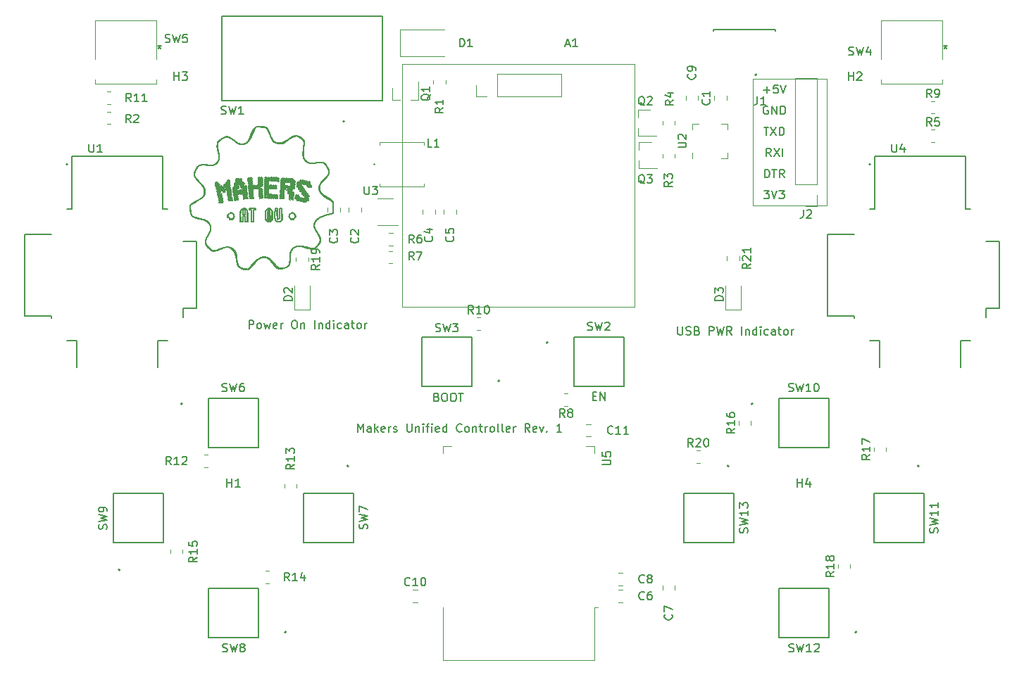
<source format=gbr>
%TF.GenerationSoftware,KiCad,Pcbnew,5.1.12-84ad8e8a86~92~ubuntu18.04.1*%
%TF.CreationDate,2021-12-07T10:10:18-05:00*%
%TF.ProjectId,Makers-Unified-Controller,4d616b65-7273-42d5-956e-69666965642d,rev?*%
%TF.SameCoordinates,Original*%
%TF.FileFunction,Legend,Top*%
%TF.FilePolarity,Positive*%
%FSLAX46Y46*%
G04 Gerber Fmt 4.6, Leading zero omitted, Abs format (unit mm)*
G04 Created by KiCad (PCBNEW 5.1.12-84ad8e8a86~92~ubuntu18.04.1) date 2021-12-07 10:10:18*
%MOMM*%
%LPD*%
G01*
G04 APERTURE LIST*
%ADD10C,0.150000*%
%ADD11C,0.180000*%
%ADD12C,0.200000*%
%ADD13C,0.127000*%
%ADD14C,0.120000*%
G04 APERTURE END LIST*
D10*
X128866190Y-88971380D02*
X128866190Y-87971380D01*
X129247142Y-87971380D01*
X129342380Y-88019000D01*
X129390000Y-88066619D01*
X129437619Y-88161857D01*
X129437619Y-88304714D01*
X129390000Y-88399952D01*
X129342380Y-88447571D01*
X129247142Y-88495190D01*
X128866190Y-88495190D01*
X130009047Y-88971380D02*
X129913809Y-88923761D01*
X129866190Y-88876142D01*
X129818571Y-88780904D01*
X129818571Y-88495190D01*
X129866190Y-88399952D01*
X129913809Y-88352333D01*
X130009047Y-88304714D01*
X130151904Y-88304714D01*
X130247142Y-88352333D01*
X130294761Y-88399952D01*
X130342380Y-88495190D01*
X130342380Y-88780904D01*
X130294761Y-88876142D01*
X130247142Y-88923761D01*
X130151904Y-88971380D01*
X130009047Y-88971380D01*
X130675714Y-88304714D02*
X130866190Y-88971380D01*
X131056666Y-88495190D01*
X131247142Y-88971380D01*
X131437619Y-88304714D01*
X132199523Y-88923761D02*
X132104285Y-88971380D01*
X131913809Y-88971380D01*
X131818571Y-88923761D01*
X131770952Y-88828523D01*
X131770952Y-88447571D01*
X131818571Y-88352333D01*
X131913809Y-88304714D01*
X132104285Y-88304714D01*
X132199523Y-88352333D01*
X132247142Y-88447571D01*
X132247142Y-88542809D01*
X131770952Y-88638047D01*
X132675714Y-88971380D02*
X132675714Y-88304714D01*
X132675714Y-88495190D02*
X132723333Y-88399952D01*
X132770952Y-88352333D01*
X132866190Y-88304714D01*
X132961428Y-88304714D01*
X134247142Y-87971380D02*
X134437619Y-87971380D01*
X134532857Y-88019000D01*
X134628095Y-88114238D01*
X134675714Y-88304714D01*
X134675714Y-88638047D01*
X134628095Y-88828523D01*
X134532857Y-88923761D01*
X134437619Y-88971380D01*
X134247142Y-88971380D01*
X134151904Y-88923761D01*
X134056666Y-88828523D01*
X134009047Y-88638047D01*
X134009047Y-88304714D01*
X134056666Y-88114238D01*
X134151904Y-88019000D01*
X134247142Y-87971380D01*
X135104285Y-88304714D02*
X135104285Y-88971380D01*
X135104285Y-88399952D02*
X135151904Y-88352333D01*
X135247142Y-88304714D01*
X135390000Y-88304714D01*
X135485238Y-88352333D01*
X135532857Y-88447571D01*
X135532857Y-88971380D01*
X136770952Y-88971380D02*
X136770952Y-87971380D01*
X137247142Y-88304714D02*
X137247142Y-88971380D01*
X137247142Y-88399952D02*
X137294761Y-88352333D01*
X137390000Y-88304714D01*
X137532857Y-88304714D01*
X137628095Y-88352333D01*
X137675714Y-88447571D01*
X137675714Y-88971380D01*
X138580476Y-88971380D02*
X138580476Y-87971380D01*
X138580476Y-88923761D02*
X138485238Y-88971380D01*
X138294761Y-88971380D01*
X138199523Y-88923761D01*
X138151904Y-88876142D01*
X138104285Y-88780904D01*
X138104285Y-88495190D01*
X138151904Y-88399952D01*
X138199523Y-88352333D01*
X138294761Y-88304714D01*
X138485238Y-88304714D01*
X138580476Y-88352333D01*
X139056666Y-88971380D02*
X139056666Y-88304714D01*
X139056666Y-87971380D02*
X139009047Y-88019000D01*
X139056666Y-88066619D01*
X139104285Y-88019000D01*
X139056666Y-87971380D01*
X139056666Y-88066619D01*
X139961428Y-88923761D02*
X139866190Y-88971380D01*
X139675714Y-88971380D01*
X139580476Y-88923761D01*
X139532857Y-88876142D01*
X139485238Y-88780904D01*
X139485238Y-88495190D01*
X139532857Y-88399952D01*
X139580476Y-88352333D01*
X139675714Y-88304714D01*
X139866190Y-88304714D01*
X139961428Y-88352333D01*
X140818571Y-88971380D02*
X140818571Y-88447571D01*
X140770952Y-88352333D01*
X140675714Y-88304714D01*
X140485238Y-88304714D01*
X140390000Y-88352333D01*
X140818571Y-88923761D02*
X140723333Y-88971380D01*
X140485238Y-88971380D01*
X140390000Y-88923761D01*
X140342380Y-88828523D01*
X140342380Y-88733285D01*
X140390000Y-88638047D01*
X140485238Y-88590428D01*
X140723333Y-88590428D01*
X140818571Y-88542809D01*
X141151904Y-88304714D02*
X141532857Y-88304714D01*
X141294761Y-87971380D02*
X141294761Y-88828523D01*
X141342380Y-88923761D01*
X141437619Y-88971380D01*
X141532857Y-88971380D01*
X142009047Y-88971380D02*
X141913809Y-88923761D01*
X141866190Y-88876142D01*
X141818571Y-88780904D01*
X141818571Y-88495190D01*
X141866190Y-88399952D01*
X141913809Y-88352333D01*
X142009047Y-88304714D01*
X142151904Y-88304714D01*
X142247142Y-88352333D01*
X142294761Y-88399952D01*
X142342380Y-88495190D01*
X142342380Y-88780904D01*
X142294761Y-88876142D01*
X142247142Y-88923761D01*
X142151904Y-88971380D01*
X142009047Y-88971380D01*
X142770952Y-88971380D02*
X142770952Y-88304714D01*
X142770952Y-88495190D02*
X142818571Y-88399952D01*
X142866190Y-88352333D01*
X142961428Y-88304714D01*
X143056666Y-88304714D01*
X180420238Y-88733380D02*
X180420238Y-89542904D01*
X180467857Y-89638142D01*
X180515476Y-89685761D01*
X180610714Y-89733380D01*
X180801190Y-89733380D01*
X180896428Y-89685761D01*
X180944047Y-89638142D01*
X180991666Y-89542904D01*
X180991666Y-88733380D01*
X181420238Y-89685761D02*
X181563095Y-89733380D01*
X181801190Y-89733380D01*
X181896428Y-89685761D01*
X181944047Y-89638142D01*
X181991666Y-89542904D01*
X181991666Y-89447666D01*
X181944047Y-89352428D01*
X181896428Y-89304809D01*
X181801190Y-89257190D01*
X181610714Y-89209571D01*
X181515476Y-89161952D01*
X181467857Y-89114333D01*
X181420238Y-89019095D01*
X181420238Y-88923857D01*
X181467857Y-88828619D01*
X181515476Y-88781000D01*
X181610714Y-88733380D01*
X181848809Y-88733380D01*
X181991666Y-88781000D01*
X182753571Y-89209571D02*
X182896428Y-89257190D01*
X182944047Y-89304809D01*
X182991666Y-89400047D01*
X182991666Y-89542904D01*
X182944047Y-89638142D01*
X182896428Y-89685761D01*
X182801190Y-89733380D01*
X182420238Y-89733380D01*
X182420238Y-88733380D01*
X182753571Y-88733380D01*
X182848809Y-88781000D01*
X182896428Y-88828619D01*
X182944047Y-88923857D01*
X182944047Y-89019095D01*
X182896428Y-89114333D01*
X182848809Y-89161952D01*
X182753571Y-89209571D01*
X182420238Y-89209571D01*
X184182142Y-89733380D02*
X184182142Y-88733380D01*
X184563095Y-88733380D01*
X184658333Y-88781000D01*
X184705952Y-88828619D01*
X184753571Y-88923857D01*
X184753571Y-89066714D01*
X184705952Y-89161952D01*
X184658333Y-89209571D01*
X184563095Y-89257190D01*
X184182142Y-89257190D01*
X185086904Y-88733380D02*
X185325000Y-89733380D01*
X185515476Y-89019095D01*
X185705952Y-89733380D01*
X185944047Y-88733380D01*
X186896428Y-89733380D02*
X186563095Y-89257190D01*
X186325000Y-89733380D02*
X186325000Y-88733380D01*
X186705952Y-88733380D01*
X186801190Y-88781000D01*
X186848809Y-88828619D01*
X186896428Y-88923857D01*
X186896428Y-89066714D01*
X186848809Y-89161952D01*
X186801190Y-89209571D01*
X186705952Y-89257190D01*
X186325000Y-89257190D01*
X188086904Y-89733380D02*
X188086904Y-88733380D01*
X188563095Y-89066714D02*
X188563095Y-89733380D01*
X188563095Y-89161952D02*
X188610714Y-89114333D01*
X188705952Y-89066714D01*
X188848809Y-89066714D01*
X188944047Y-89114333D01*
X188991666Y-89209571D01*
X188991666Y-89733380D01*
X189896428Y-89733380D02*
X189896428Y-88733380D01*
X189896428Y-89685761D02*
X189801190Y-89733380D01*
X189610714Y-89733380D01*
X189515476Y-89685761D01*
X189467857Y-89638142D01*
X189420238Y-89542904D01*
X189420238Y-89257190D01*
X189467857Y-89161952D01*
X189515476Y-89114333D01*
X189610714Y-89066714D01*
X189801190Y-89066714D01*
X189896428Y-89114333D01*
X190372619Y-89733380D02*
X190372619Y-89066714D01*
X190372619Y-88733380D02*
X190325000Y-88781000D01*
X190372619Y-88828619D01*
X190420238Y-88781000D01*
X190372619Y-88733380D01*
X190372619Y-88828619D01*
X191277380Y-89685761D02*
X191182142Y-89733380D01*
X190991666Y-89733380D01*
X190896428Y-89685761D01*
X190848809Y-89638142D01*
X190801190Y-89542904D01*
X190801190Y-89257190D01*
X190848809Y-89161952D01*
X190896428Y-89114333D01*
X190991666Y-89066714D01*
X191182142Y-89066714D01*
X191277380Y-89114333D01*
X192134523Y-89733380D02*
X192134523Y-89209571D01*
X192086904Y-89114333D01*
X191991666Y-89066714D01*
X191801190Y-89066714D01*
X191705952Y-89114333D01*
X192134523Y-89685761D02*
X192039285Y-89733380D01*
X191801190Y-89733380D01*
X191705952Y-89685761D01*
X191658333Y-89590523D01*
X191658333Y-89495285D01*
X191705952Y-89400047D01*
X191801190Y-89352428D01*
X192039285Y-89352428D01*
X192134523Y-89304809D01*
X192467857Y-89066714D02*
X192848809Y-89066714D01*
X192610714Y-88733380D02*
X192610714Y-89590523D01*
X192658333Y-89685761D01*
X192753571Y-89733380D01*
X192848809Y-89733380D01*
X193325000Y-89733380D02*
X193229761Y-89685761D01*
X193182142Y-89638142D01*
X193134523Y-89542904D01*
X193134523Y-89257190D01*
X193182142Y-89161952D01*
X193229761Y-89114333D01*
X193325000Y-89066714D01*
X193467857Y-89066714D01*
X193563095Y-89114333D01*
X193610714Y-89161952D01*
X193658333Y-89257190D01*
X193658333Y-89542904D01*
X193610714Y-89638142D01*
X193563095Y-89685761D01*
X193467857Y-89733380D01*
X193325000Y-89733380D01*
X194086904Y-89733380D02*
X194086904Y-89066714D01*
X194086904Y-89257190D02*
X194134523Y-89161952D01*
X194182142Y-89114333D01*
X194277380Y-89066714D01*
X194372619Y-89066714D01*
X170203904Y-97083571D02*
X170537238Y-97083571D01*
X170680095Y-97607380D02*
X170203904Y-97607380D01*
X170203904Y-96607380D01*
X170680095Y-96607380D01*
X171108666Y-97607380D02*
X171108666Y-96607380D01*
X171680095Y-97607380D01*
X171680095Y-96607380D01*
X151423857Y-97210571D02*
X151566714Y-97258190D01*
X151614333Y-97305809D01*
X151661952Y-97401047D01*
X151661952Y-97543904D01*
X151614333Y-97639142D01*
X151566714Y-97686761D01*
X151471476Y-97734380D01*
X151090523Y-97734380D01*
X151090523Y-96734380D01*
X151423857Y-96734380D01*
X151519095Y-96782000D01*
X151566714Y-96829619D01*
X151614333Y-96924857D01*
X151614333Y-97020095D01*
X151566714Y-97115333D01*
X151519095Y-97162952D01*
X151423857Y-97210571D01*
X151090523Y-97210571D01*
X152281000Y-96734380D02*
X152471476Y-96734380D01*
X152566714Y-96782000D01*
X152661952Y-96877238D01*
X152709571Y-97067714D01*
X152709571Y-97401047D01*
X152661952Y-97591523D01*
X152566714Y-97686761D01*
X152471476Y-97734380D01*
X152281000Y-97734380D01*
X152185761Y-97686761D01*
X152090523Y-97591523D01*
X152042904Y-97401047D01*
X152042904Y-97067714D01*
X152090523Y-96877238D01*
X152185761Y-96782000D01*
X152281000Y-96734380D01*
X153328619Y-96734380D02*
X153519095Y-96734380D01*
X153614333Y-96782000D01*
X153709571Y-96877238D01*
X153757190Y-97067714D01*
X153757190Y-97401047D01*
X153709571Y-97591523D01*
X153614333Y-97686761D01*
X153519095Y-97734380D01*
X153328619Y-97734380D01*
X153233380Y-97686761D01*
X153138142Y-97591523D01*
X153090523Y-97401047D01*
X153090523Y-97067714D01*
X153138142Y-96877238D01*
X153233380Y-96782000D01*
X153328619Y-96734380D01*
X154042904Y-96734380D02*
X154614333Y-96734380D01*
X154328619Y-97734380D02*
X154328619Y-96734380D01*
X141963714Y-101417380D02*
X141963714Y-100417380D01*
X142297047Y-101131666D01*
X142630380Y-100417380D01*
X142630380Y-101417380D01*
X143535142Y-101417380D02*
X143535142Y-100893571D01*
X143487523Y-100798333D01*
X143392285Y-100750714D01*
X143201809Y-100750714D01*
X143106571Y-100798333D01*
X143535142Y-101369761D02*
X143439904Y-101417380D01*
X143201809Y-101417380D01*
X143106571Y-101369761D01*
X143058952Y-101274523D01*
X143058952Y-101179285D01*
X143106571Y-101084047D01*
X143201809Y-101036428D01*
X143439904Y-101036428D01*
X143535142Y-100988809D01*
X144011333Y-101417380D02*
X144011333Y-100417380D01*
X144106571Y-101036428D02*
X144392285Y-101417380D01*
X144392285Y-100750714D02*
X144011333Y-101131666D01*
X145201809Y-101369761D02*
X145106571Y-101417380D01*
X144916095Y-101417380D01*
X144820857Y-101369761D01*
X144773238Y-101274523D01*
X144773238Y-100893571D01*
X144820857Y-100798333D01*
X144916095Y-100750714D01*
X145106571Y-100750714D01*
X145201809Y-100798333D01*
X145249428Y-100893571D01*
X145249428Y-100988809D01*
X144773238Y-101084047D01*
X145678000Y-101417380D02*
X145678000Y-100750714D01*
X145678000Y-100941190D02*
X145725619Y-100845952D01*
X145773238Y-100798333D01*
X145868476Y-100750714D01*
X145963714Y-100750714D01*
X146249428Y-101369761D02*
X146344666Y-101417380D01*
X146535142Y-101417380D01*
X146630380Y-101369761D01*
X146678000Y-101274523D01*
X146678000Y-101226904D01*
X146630380Y-101131666D01*
X146535142Y-101084047D01*
X146392285Y-101084047D01*
X146297047Y-101036428D01*
X146249428Y-100941190D01*
X146249428Y-100893571D01*
X146297047Y-100798333D01*
X146392285Y-100750714D01*
X146535142Y-100750714D01*
X146630380Y-100798333D01*
X147868476Y-100417380D02*
X147868476Y-101226904D01*
X147916095Y-101322142D01*
X147963714Y-101369761D01*
X148058952Y-101417380D01*
X148249428Y-101417380D01*
X148344666Y-101369761D01*
X148392285Y-101322142D01*
X148439904Y-101226904D01*
X148439904Y-100417380D01*
X148916095Y-100750714D02*
X148916095Y-101417380D01*
X148916095Y-100845952D02*
X148963714Y-100798333D01*
X149058952Y-100750714D01*
X149201809Y-100750714D01*
X149297047Y-100798333D01*
X149344666Y-100893571D01*
X149344666Y-101417380D01*
X149820857Y-101417380D02*
X149820857Y-100750714D01*
X149820857Y-100417380D02*
X149773238Y-100465000D01*
X149820857Y-100512619D01*
X149868476Y-100465000D01*
X149820857Y-100417380D01*
X149820857Y-100512619D01*
X150154190Y-100750714D02*
X150535142Y-100750714D01*
X150297047Y-101417380D02*
X150297047Y-100560238D01*
X150344666Y-100465000D01*
X150439904Y-100417380D01*
X150535142Y-100417380D01*
X150868476Y-101417380D02*
X150868476Y-100750714D01*
X150868476Y-100417380D02*
X150820857Y-100465000D01*
X150868476Y-100512619D01*
X150916095Y-100465000D01*
X150868476Y-100417380D01*
X150868476Y-100512619D01*
X151725619Y-101369761D02*
X151630380Y-101417380D01*
X151439904Y-101417380D01*
X151344666Y-101369761D01*
X151297047Y-101274523D01*
X151297047Y-100893571D01*
X151344666Y-100798333D01*
X151439904Y-100750714D01*
X151630380Y-100750714D01*
X151725619Y-100798333D01*
X151773238Y-100893571D01*
X151773238Y-100988809D01*
X151297047Y-101084047D01*
X152630380Y-101417380D02*
X152630380Y-100417380D01*
X152630380Y-101369761D02*
X152535142Y-101417380D01*
X152344666Y-101417380D01*
X152249428Y-101369761D01*
X152201809Y-101322142D01*
X152154190Y-101226904D01*
X152154190Y-100941190D01*
X152201809Y-100845952D01*
X152249428Y-100798333D01*
X152344666Y-100750714D01*
X152535142Y-100750714D01*
X152630380Y-100798333D01*
X154439904Y-101322142D02*
X154392285Y-101369761D01*
X154249428Y-101417380D01*
X154154190Y-101417380D01*
X154011333Y-101369761D01*
X153916095Y-101274523D01*
X153868476Y-101179285D01*
X153820857Y-100988809D01*
X153820857Y-100845952D01*
X153868476Y-100655476D01*
X153916095Y-100560238D01*
X154011333Y-100465000D01*
X154154190Y-100417380D01*
X154249428Y-100417380D01*
X154392285Y-100465000D01*
X154439904Y-100512619D01*
X155011333Y-101417380D02*
X154916095Y-101369761D01*
X154868476Y-101322142D01*
X154820857Y-101226904D01*
X154820857Y-100941190D01*
X154868476Y-100845952D01*
X154916095Y-100798333D01*
X155011333Y-100750714D01*
X155154190Y-100750714D01*
X155249428Y-100798333D01*
X155297047Y-100845952D01*
X155344666Y-100941190D01*
X155344666Y-101226904D01*
X155297047Y-101322142D01*
X155249428Y-101369761D01*
X155154190Y-101417380D01*
X155011333Y-101417380D01*
X155773238Y-100750714D02*
X155773238Y-101417380D01*
X155773238Y-100845952D02*
X155820857Y-100798333D01*
X155916095Y-100750714D01*
X156058952Y-100750714D01*
X156154190Y-100798333D01*
X156201809Y-100893571D01*
X156201809Y-101417380D01*
X156535142Y-100750714D02*
X156916095Y-100750714D01*
X156678000Y-100417380D02*
X156678000Y-101274523D01*
X156725619Y-101369761D01*
X156820857Y-101417380D01*
X156916095Y-101417380D01*
X157249428Y-101417380D02*
X157249428Y-100750714D01*
X157249428Y-100941190D02*
X157297047Y-100845952D01*
X157344666Y-100798333D01*
X157439904Y-100750714D01*
X157535142Y-100750714D01*
X158011333Y-101417380D02*
X157916095Y-101369761D01*
X157868476Y-101322142D01*
X157820857Y-101226904D01*
X157820857Y-100941190D01*
X157868476Y-100845952D01*
X157916095Y-100798333D01*
X158011333Y-100750714D01*
X158154190Y-100750714D01*
X158249428Y-100798333D01*
X158297047Y-100845952D01*
X158344666Y-100941190D01*
X158344666Y-101226904D01*
X158297047Y-101322142D01*
X158249428Y-101369761D01*
X158154190Y-101417380D01*
X158011333Y-101417380D01*
X158916095Y-101417380D02*
X158820857Y-101369761D01*
X158773238Y-101274523D01*
X158773238Y-100417380D01*
X159439904Y-101417380D02*
X159344666Y-101369761D01*
X159297047Y-101274523D01*
X159297047Y-100417380D01*
X160201809Y-101369761D02*
X160106571Y-101417380D01*
X159916095Y-101417380D01*
X159820857Y-101369761D01*
X159773238Y-101274523D01*
X159773238Y-100893571D01*
X159820857Y-100798333D01*
X159916095Y-100750714D01*
X160106571Y-100750714D01*
X160201809Y-100798333D01*
X160249428Y-100893571D01*
X160249428Y-100988809D01*
X159773238Y-101084047D01*
X160678000Y-101417380D02*
X160678000Y-100750714D01*
X160678000Y-100941190D02*
X160725619Y-100845952D01*
X160773238Y-100798333D01*
X160868476Y-100750714D01*
X160963714Y-100750714D01*
X162630380Y-101417380D02*
X162297047Y-100941190D01*
X162058952Y-101417380D02*
X162058952Y-100417380D01*
X162439904Y-100417380D01*
X162535142Y-100465000D01*
X162582761Y-100512619D01*
X162630380Y-100607857D01*
X162630380Y-100750714D01*
X162582761Y-100845952D01*
X162535142Y-100893571D01*
X162439904Y-100941190D01*
X162058952Y-100941190D01*
X163439904Y-101369761D02*
X163344666Y-101417380D01*
X163154190Y-101417380D01*
X163058952Y-101369761D01*
X163011333Y-101274523D01*
X163011333Y-100893571D01*
X163058952Y-100798333D01*
X163154190Y-100750714D01*
X163344666Y-100750714D01*
X163439904Y-100798333D01*
X163487523Y-100893571D01*
X163487523Y-100988809D01*
X163011333Y-101084047D01*
X163820857Y-100750714D02*
X164058952Y-101417380D01*
X164297047Y-100750714D01*
X164678000Y-101322142D02*
X164725619Y-101369761D01*
X164678000Y-101417380D01*
X164630380Y-101369761D01*
X164678000Y-101322142D01*
X164678000Y-101417380D01*
X166439904Y-101417380D02*
X165868476Y-101417380D01*
X166154190Y-101417380D02*
X166154190Y-100417380D01*
X166058952Y-100560238D01*
X165963714Y-100655476D01*
X165868476Y-100703095D01*
D11*
X126094526Y-65918924D02*
X126137204Y-65911502D01*
X123811184Y-69292832D02*
X123865442Y-69297692D01*
X137847596Y-69029924D02*
X137803898Y-69015902D01*
X137889602Y-69046772D02*
X137847596Y-69029924D01*
X137929820Y-69066614D02*
X137889602Y-69046772D01*
X137968160Y-69089618D02*
X137929820Y-69066614D01*
X138004513Y-69115958D02*
X137968160Y-69089618D01*
X138038792Y-69145796D02*
X138004513Y-69115958D01*
X138082226Y-69193022D02*
X138038792Y-69145796D01*
X138120692Y-69245558D02*
X138082226Y-69193022D01*
X138155144Y-69301970D02*
X138120692Y-69245558D01*
X138186530Y-69360806D02*
X138155144Y-69301970D01*
X138215804Y-69420626D02*
X138186530Y-69360806D01*
X138243926Y-69479978D02*
X138215804Y-69420626D01*
X138271850Y-69537416D02*
X138243926Y-69479978D01*
X138297026Y-69585434D02*
X138271850Y-69537416D01*
X138324908Y-69635894D02*
X138297026Y-69585434D01*
X138354386Y-69688436D02*
X138324908Y-69635894D01*
X138384362Y-69742718D02*
X138354386Y-69688436D01*
X138413720Y-69798392D02*
X138384362Y-69742718D01*
X138441356Y-69855098D02*
X138413720Y-69798392D01*
X138466154Y-69912488D02*
X138441356Y-69855098D01*
X138487022Y-69970208D02*
X138466154Y-69912488D01*
X135797036Y-73257416D02*
X135797036Y-73137416D01*
X135617036Y-73257416D02*
X135797036Y-73257416D01*
X135617036Y-73137416D02*
X135617036Y-73257416D01*
X134597036Y-73137416D02*
X134417036Y-73137416D01*
X134597036Y-73317416D02*
X134597036Y-73137416D01*
X134417036Y-73317416D02*
X134597036Y-73317416D01*
X134417036Y-73137416D02*
X134417036Y-73317416D01*
X133997036Y-73197416D02*
X133937036Y-73137416D01*
X133937036Y-73137416D02*
X133997036Y-73197416D01*
X133037036Y-73317416D02*
X132857036Y-73137416D01*
X132977036Y-73317416D02*
X133037036Y-73317416D01*
X132857036Y-73197416D02*
X132977036Y-73317416D01*
X132857036Y-73137416D02*
X132857036Y-73197416D01*
X132737036Y-73137416D02*
X132617036Y-73137416D01*
X132737036Y-73317416D02*
X132737036Y-73137416D01*
X132617036Y-73317416D02*
X132737036Y-73317416D01*
X132617036Y-73137416D02*
X132617036Y-73317416D01*
X132117036Y-73217416D02*
X132097035Y-73177417D01*
X132097035Y-73177417D02*
X132117036Y-73217416D01*
X132077036Y-73317416D02*
X131897036Y-73137416D01*
X131897036Y-73137416D02*
X132077036Y-73317416D01*
X131877036Y-73217416D02*
X131857035Y-73177417D01*
X131857035Y-73177417D02*
X131877036Y-73217416D01*
X131837036Y-73137416D02*
X131717036Y-73137416D01*
X131837036Y-73257416D02*
X131837036Y-73137416D01*
X130817036Y-72417416D02*
X130937036Y-72417416D01*
X130817036Y-72297416D02*
X130817036Y-72417416D01*
X130797036Y-72377416D02*
X130777035Y-72337417D01*
X130777035Y-72337417D02*
X130797036Y-72377416D01*
X130337036Y-72297416D02*
X130217036Y-72297416D01*
X130337036Y-72417416D02*
X130337036Y-72297416D01*
X130217036Y-72417416D02*
X130337036Y-72417416D01*
X130217036Y-72297416D02*
X130217036Y-72417416D01*
X128597036Y-72297416D02*
X128417036Y-72297416D01*
X128597036Y-72417416D02*
X128597036Y-72297416D01*
X128417036Y-72417416D02*
X128597036Y-72417416D01*
X128417036Y-72297416D02*
X128417036Y-72417416D01*
X128397035Y-72377416D02*
X128377036Y-72337417D01*
X128377036Y-72337417D02*
X128397035Y-72377416D01*
X128357036Y-72297416D02*
X128177036Y-72297416D01*
X128357036Y-72417416D02*
X128357036Y-72297416D01*
X128177036Y-72417416D02*
X128357036Y-72417416D01*
X128177036Y-72297416D02*
X128177036Y-72417416D01*
X128117036Y-72297416D02*
X127937036Y-72297416D01*
X128117036Y-72477416D02*
X128117036Y-72297416D01*
X127937036Y-72477416D02*
X128117036Y-72477416D01*
X127937036Y-72297416D02*
X127937036Y-72477416D01*
X127837036Y-72337417D02*
X127797035Y-72317416D01*
X127797035Y-72317416D02*
X127837036Y-72337417D01*
X127397036Y-72417416D02*
X127217036Y-72297416D01*
X133937036Y-71817416D02*
X133937036Y-71937416D01*
X133537035Y-71857417D02*
X133497036Y-71837416D01*
X133497036Y-71837416D02*
X133537035Y-71857417D01*
X133457036Y-71817416D02*
X133337036Y-71817416D01*
X133397036Y-71997416D02*
X133457036Y-71817416D01*
X133337036Y-71997416D02*
X133397036Y-71997416D01*
X133337036Y-71817416D02*
X133337036Y-71997416D01*
X133337036Y-71817416D02*
X133217036Y-71817416D01*
X133157036Y-71997416D02*
X133337036Y-71817416D01*
X133157036Y-71937416D02*
X133157036Y-71997416D01*
X133157036Y-71877416D02*
X133157036Y-71937416D01*
X133217036Y-71817416D02*
X133157036Y-71877416D01*
X133217036Y-71817416D02*
X133097036Y-71817416D01*
X133097036Y-71937416D02*
X133217036Y-71817416D01*
X133097036Y-71817416D02*
X133097036Y-71937416D01*
X133097036Y-71817416D02*
X132917036Y-71817416D01*
X133097036Y-71937416D02*
X133097036Y-71817416D01*
X132917036Y-71937416D02*
X133097036Y-71937416D01*
X132917036Y-71817416D02*
X132917036Y-71937416D01*
X132897036Y-71897416D02*
X132877035Y-71857417D01*
X132877035Y-71857417D02*
X132897036Y-71897416D01*
X132857036Y-71817416D02*
X132677036Y-71817416D01*
X132857036Y-71937416D02*
X132857036Y-71817416D01*
X132677036Y-71937416D02*
X132857036Y-71937416D01*
X137352818Y-71857268D02*
X137363180Y-71809448D01*
X137345648Y-71905934D02*
X137352818Y-71857268D01*
X137341826Y-71955500D02*
X137345648Y-71905934D01*
X137341525Y-72005996D02*
X137341826Y-71955500D01*
X137344904Y-72057464D02*
X137341525Y-72005996D01*
X137352746Y-72122522D02*
X137344904Y-72057464D01*
X137362736Y-72184502D02*
X137352746Y-72122522D01*
X137374802Y-72243524D02*
X137362736Y-72184502D01*
X137388866Y-72299708D02*
X137374802Y-72243524D01*
X137404867Y-72353168D02*
X137388866Y-72299708D01*
X137422736Y-72404024D02*
X137404867Y-72353168D01*
X137442398Y-72452396D02*
X137422736Y-72404024D01*
X137463793Y-72498392D02*
X137442398Y-72452396D01*
X137486851Y-72542144D02*
X137463793Y-72498392D01*
X137511506Y-72583754D02*
X137486851Y-72542144D01*
X137537678Y-72623348D02*
X137511506Y-72583754D01*
X137565308Y-72661040D02*
X137537678Y-72623348D01*
X137594323Y-72696950D02*
X137565308Y-72661040D01*
X137624654Y-72731192D02*
X137594323Y-72696950D01*
X137656238Y-72763886D02*
X137624654Y-72731192D01*
X137689004Y-72795152D02*
X137656238Y-72763886D01*
X134187992Y-75097166D02*
X134149052Y-75082850D01*
X134224832Y-75116126D02*
X134187992Y-75097166D01*
X134259308Y-75139274D02*
X134224832Y-75116126D01*
X134291168Y-75166172D02*
X134259308Y-75139274D01*
X134320148Y-75196370D02*
X134291168Y-75166172D01*
X134345990Y-75229418D02*
X134320148Y-75196370D01*
X134368436Y-75264878D02*
X134345990Y-75229418D01*
X134387216Y-75302300D02*
X134368436Y-75264878D01*
X134402078Y-75341234D02*
X134387216Y-75302300D01*
X134412764Y-75381236D02*
X134402078Y-75341234D01*
X134419010Y-75421862D02*
X134412764Y-75381236D01*
X134420558Y-75462668D02*
X134419010Y-75421862D01*
X134417144Y-75503198D02*
X134420558Y-75462668D01*
X134408510Y-75543020D02*
X134417144Y-75503198D01*
X134394398Y-75581672D02*
X134408510Y-75543020D01*
X134374544Y-75618722D02*
X134394398Y-75581672D01*
X134348696Y-75653714D02*
X134374544Y-75618722D01*
X134316584Y-75686210D02*
X134348696Y-75653714D01*
X134277956Y-75715754D02*
X134316584Y-75686210D01*
X134234330Y-75741440D02*
X134277962Y-75715754D01*
X134190956Y-75760616D02*
X134234330Y-75741440D01*
X134148056Y-75773618D02*
X134190956Y-75760616D01*
X134105864Y-75780812D02*
X134148056Y-75773618D01*
X134064596Y-75782540D02*
X134105864Y-75780812D01*
X134024474Y-75779156D02*
X134064596Y-75782540D01*
X133985732Y-75771008D02*
X134024474Y-75779156D01*
X134816018Y-65843612D02*
X134779946Y-65834625D01*
X134852228Y-65854358D02*
X134816018Y-65843612D01*
X134888570Y-65866910D02*
X134852228Y-65854358D01*
X134925062Y-65881322D02*
X134888570Y-65866910D01*
X134961710Y-65897643D02*
X134925062Y-65881322D01*
X134998508Y-65915912D02*
X134961710Y-65897643D01*
X135035474Y-65936192D02*
X134998508Y-65915912D01*
X135072614Y-65958530D02*
X135035474Y-65936192D01*
X135109928Y-65982969D02*
X135072614Y-65958530D01*
X135147428Y-66009560D02*
X135109928Y-65982969D01*
X135185114Y-66038360D02*
X135147428Y-66009560D01*
X135223004Y-66069404D02*
X135185114Y-66038360D01*
X135261092Y-66102758D02*
X135223004Y-66069404D01*
X135299384Y-66138459D02*
X135261092Y-66102758D01*
X135337898Y-66176558D02*
X135299384Y-66138459D01*
X135376634Y-66217106D02*
X135337898Y-66176558D01*
X135415598Y-66260150D02*
X135376634Y-66217106D01*
X135448778Y-66303992D02*
X135415598Y-66260150D01*
X135474728Y-66351266D02*
X135448778Y-66303992D01*
X135494102Y-66401546D02*
X135474728Y-66351266D01*
X135507560Y-66454424D02*
X135494102Y-66401546D01*
X122401088Y-70748588D02*
X122379800Y-70711010D01*
X122347370Y-70192022D02*
X122368790Y-70130120D01*
X133937036Y-71457416D02*
X134117036Y-71637416D01*
X132977036Y-71457416D02*
X132857036Y-71577416D01*
X133037036Y-71577416D02*
X132977036Y-71457416D01*
X132857036Y-71577416D02*
X133037036Y-71577416D01*
X132917036Y-71457416D02*
X132737036Y-71577416D01*
X132737036Y-71577416D02*
X132917036Y-71457416D01*
X131177036Y-71457416D02*
X130997036Y-71457416D01*
X131177036Y-71637416D02*
X131177036Y-71457416D01*
X130997036Y-71637416D02*
X131177036Y-71637416D01*
X130997036Y-71457416D02*
X130997036Y-71637416D01*
X130937036Y-71457416D02*
X130817036Y-71457416D01*
X130757036Y-71637416D02*
X130937036Y-71457416D01*
X130757036Y-71577416D02*
X130757036Y-71637416D01*
X130757036Y-71517416D02*
X130757036Y-71577416D01*
X130817036Y-71457416D02*
X130757036Y-71517416D01*
X130817036Y-71517416D02*
X130757036Y-71457416D01*
X130757036Y-71457416D02*
X130817036Y-71517416D01*
X130457036Y-71457416D02*
X130337036Y-71457416D01*
X130277036Y-71637416D02*
X130457036Y-71457416D01*
X130277036Y-71577416D02*
X130277036Y-71637416D01*
X130277036Y-71517416D02*
X130277036Y-71577416D01*
X130337036Y-71457416D02*
X130277036Y-71517416D01*
X129137036Y-71457416D02*
X128957036Y-71457416D01*
X129077036Y-71577416D02*
X129137036Y-71457416D01*
X129196598Y-65776461D02*
X129220634Y-65724890D01*
X129172076Y-65827718D02*
X129196598Y-65776461D01*
X129147044Y-65878593D02*
X129172076Y-65827718D01*
X129121484Y-65928992D02*
X129147044Y-65878593D01*
X129095372Y-65978840D02*
X129121484Y-65928992D01*
X129068678Y-66028058D02*
X129095372Y-65978840D01*
X129041378Y-66076562D02*
X129068678Y-66028058D01*
X129013454Y-66124268D02*
X129041378Y-66076562D01*
X128984870Y-66171098D02*
X129013454Y-66124268D01*
X128955614Y-66216974D02*
X128984870Y-66171098D01*
X128925656Y-66261806D02*
X128955614Y-66216974D01*
X128894966Y-66305516D02*
X128925656Y-66261806D01*
X128863532Y-66348026D02*
X128894966Y-66305516D01*
X128831318Y-66389252D02*
X128863532Y-66348026D01*
X128798306Y-66429116D02*
X128831318Y-66389252D01*
X128764466Y-66467528D02*
X128798306Y-66429116D01*
X128729786Y-66504416D02*
X128764466Y-66467528D01*
X128694224Y-66539690D02*
X128729786Y-66504416D01*
X128657768Y-66573278D02*
X128694224Y-66539690D01*
X125821772Y-66041108D02*
X125873306Y-66014270D01*
X122848340Y-69382088D02*
X122885732Y-69360644D01*
X122423876Y-70785884D02*
X122401088Y-70748588D01*
X123756986Y-69288008D02*
X123811184Y-69292832D01*
X128547086Y-81855824D02*
X128601122Y-81853958D01*
X128494832Y-81856166D02*
X128547086Y-81855824D01*
X128444324Y-81854996D02*
X128494832Y-81856166D01*
X128395532Y-81852356D02*
X128444324Y-81854996D01*
X128348420Y-81848270D02*
X128395532Y-81852356D01*
X128302946Y-81842762D02*
X128348420Y-81848270D01*
X128259080Y-81835868D02*
X128302946Y-81842762D01*
X128216780Y-81827613D02*
X128259080Y-81835868D01*
X128176010Y-81818030D02*
X128216780Y-81827613D01*
X128136740Y-81807140D02*
X128176010Y-81818030D01*
X128098934Y-81794978D02*
X128136740Y-81807140D01*
X128062550Y-81781574D02*
X128098934Y-81794978D01*
X128027558Y-81766952D02*
X128062550Y-81781574D01*
X127993916Y-81751142D02*
X128027558Y-81766952D01*
X127961594Y-81734174D02*
X127993916Y-81751142D01*
X127930550Y-81716078D02*
X127961594Y-81734174D01*
X127900748Y-81696884D02*
X127930550Y-81716078D01*
X127872158Y-81676616D02*
X127900748Y-81696884D01*
X127844744Y-81655304D02*
X127872158Y-81676616D01*
X127818464Y-81632978D02*
X127844744Y-81655304D01*
X127793288Y-81609668D02*
X127818464Y-81632978D01*
X127769174Y-81585398D02*
X127793288Y-81609668D01*
X126197036Y-71877416D02*
X126197036Y-71997416D01*
X126197036Y-71877416D02*
X126077036Y-71877416D01*
X126197036Y-71997416D02*
X126197036Y-71877416D01*
X126077036Y-71877416D02*
X126197036Y-71997416D01*
X126077036Y-71877416D02*
X125957036Y-71877416D01*
X126137036Y-72057416D02*
X126077036Y-71877416D01*
X125957036Y-71877416D02*
X126137036Y-72057416D01*
X125117036Y-71877416D02*
X124937036Y-71877416D01*
X125117036Y-71997416D02*
X125117036Y-71877416D01*
X124937036Y-71997416D02*
X125117036Y-71997416D01*
X124937036Y-71877416D02*
X124937036Y-71997416D01*
X135217035Y-71857417D02*
X135177036Y-71837416D01*
X135177036Y-71837416D02*
X135217035Y-71857417D01*
X135077036Y-71817416D02*
X134897036Y-71997416D01*
X134897036Y-71997416D02*
X135077036Y-71817416D01*
X134637036Y-71897416D02*
X134617035Y-71857417D01*
X134617035Y-71857417D02*
X134637036Y-71897416D01*
X134177036Y-71817416D02*
X134057036Y-71817416D01*
X134177036Y-71937416D02*
X134177036Y-71817416D01*
X134057036Y-71937416D02*
X134177036Y-71937416D01*
X134057036Y-71817416D02*
X134057036Y-71937416D01*
X134057036Y-71817416D02*
X133937036Y-71817416D01*
X134057036Y-71937416D02*
X134057036Y-71817416D01*
X133937036Y-71937416D02*
X134057036Y-71937416D01*
X126647360Y-66057638D02*
X126696278Y-66086271D01*
X122618282Y-71040416D02*
X122587376Y-71004620D01*
X123007340Y-69311366D02*
X123050738Y-69299504D01*
X122587376Y-71004620D02*
X122557376Y-70968662D01*
X136725158Y-69067364D02*
X136668476Y-69073472D01*
X136782194Y-69060518D02*
X136725158Y-69067364D01*
X136839482Y-69053108D02*
X136782194Y-69060518D01*
X136896938Y-69045296D02*
X136839482Y-69053108D01*
X136954454Y-69037256D02*
X136896938Y-69045296D01*
X137011940Y-69029150D02*
X136954454Y-69037256D01*
X137069288Y-69021164D02*
X137011940Y-69029150D01*
X137126414Y-69013454D02*
X137069288Y-69021164D01*
X137183209Y-69006194D02*
X137126414Y-69013454D01*
X137239586Y-68999552D02*
X137183209Y-69006194D01*
X137295434Y-68993702D02*
X137239586Y-68999552D01*
X137350669Y-68988806D02*
X137295434Y-68993702D01*
X137405191Y-68985044D02*
X137350669Y-68988806D01*
X137458898Y-68982578D02*
X137405191Y-68985044D01*
X137511692Y-68981576D02*
X137458898Y-68982578D01*
X137563484Y-68982218D02*
X137511692Y-68981576D01*
X137614166Y-68984660D02*
X137563484Y-68982218D01*
X137663648Y-68989082D02*
X137614166Y-68984660D01*
X137711828Y-68995646D02*
X137663648Y-68989082D01*
X137758610Y-69004532D02*
X137711828Y-68995646D01*
X137803898Y-69015902D02*
X137758610Y-69004532D01*
X122557376Y-70968662D02*
X122528360Y-70932536D01*
X129423578Y-64971164D02*
X129397190Y-65005538D01*
X129451328Y-64937840D02*
X129423578Y-64971164D01*
X129480506Y-64905632D02*
X129451328Y-64937840D01*
X129511189Y-64874600D02*
X129480506Y-64905632D01*
X129543440Y-64844798D02*
X129511189Y-64874600D01*
X129577340Y-64816286D02*
X129543440Y-64844798D01*
X129612955Y-64789124D02*
X129577340Y-64816286D01*
X129650353Y-64763372D02*
X129612955Y-64789124D01*
X129689624Y-64739084D02*
X129650353Y-64763372D01*
X129741200Y-64713584D02*
X129689624Y-64739084D01*
X129796040Y-64694768D02*
X129741200Y-64713584D01*
X129853568Y-64681838D02*
X129796040Y-64694768D01*
X129913196Y-64674008D02*
X129853568Y-64681838D01*
X129974360Y-64670480D02*
X129913196Y-64674008D01*
X130036478Y-64670456D02*
X129974360Y-64670480D01*
X130098980Y-64673144D02*
X130036478Y-64670456D01*
X130161284Y-64677746D02*
X130098980Y-64673144D01*
X130222814Y-64683464D02*
X130161284Y-64677746D01*
X130283000Y-64689500D02*
X130222814Y-64683464D01*
X130341266Y-64695068D02*
X130283000Y-64689500D01*
X130397036Y-64699364D02*
X130341266Y-64695068D01*
X130454426Y-64701578D02*
X130397036Y-64699364D01*
X125296610Y-66397064D02*
X125341795Y-66356271D01*
X124393292Y-69318470D02*
X124442792Y-69314804D01*
X122528360Y-70932536D02*
X122500412Y-70896212D01*
X135624578Y-72778958D02*
X135673904Y-72799358D01*
X135581426Y-72750440D02*
X135624578Y-72778958D01*
X135545252Y-72711932D02*
X135581426Y-72750440D01*
X135516854Y-72661550D02*
X135545252Y-72711932D01*
X135497036Y-72597416D02*
X135516854Y-72661550D01*
X135437036Y-72597416D02*
X135257036Y-72777416D01*
X135257036Y-72777416D02*
X135437036Y-72597416D01*
X135237036Y-72677416D02*
X135217035Y-72637417D01*
X135217035Y-72637417D02*
X135237036Y-72677416D01*
X134237036Y-72657416D02*
X134177036Y-72597416D01*
X134177036Y-72597416D02*
X134237036Y-72657416D01*
X134177036Y-72597416D02*
X134057036Y-72597416D01*
X134237036Y-72777416D02*
X134177036Y-72597416D01*
X134057036Y-72597416D02*
X134237036Y-72777416D01*
X133797036Y-72677416D02*
X133777035Y-72637417D01*
X133777035Y-72637417D02*
X133797036Y-72677416D01*
X133757036Y-72597416D02*
X133577036Y-72597416D01*
X133757036Y-72717416D02*
X133757036Y-72597416D01*
X133577036Y-72717416D02*
X133757036Y-72717416D01*
X133577036Y-72597416D02*
X133577036Y-72717416D01*
X132917036Y-72657416D02*
X132797036Y-72597416D01*
X132917036Y-72717416D02*
X132917036Y-72657416D01*
X132797036Y-72777416D02*
X132917036Y-72717416D01*
X132797036Y-72597416D02*
X132797036Y-72777416D01*
X132797036Y-72657416D02*
X132617036Y-72597416D01*
X123437690Y-69267308D02*
X123489794Y-69269102D01*
X131717036Y-73257416D02*
X131837036Y-73257416D01*
X131717036Y-73137416D02*
X131717036Y-73257416D01*
X131717036Y-73137416D02*
X131597036Y-73137416D01*
X131717036Y-73257416D02*
X131717036Y-73137416D01*
X131597036Y-73257416D02*
X131717036Y-73257416D01*
X131597036Y-73137416D02*
X131597036Y-73257416D01*
X131457036Y-73217416D02*
X131437035Y-73177417D01*
X131437035Y-73177417D02*
X131457036Y-73217416D01*
X129377036Y-73137416D02*
X129197036Y-73137416D01*
X129377036Y-73317416D02*
X129377036Y-73137416D01*
X129197036Y-73317416D02*
X129377036Y-73317416D01*
X129197036Y-73137416D02*
X129197036Y-73317416D01*
X129177036Y-73217416D02*
X129157035Y-73177417D01*
X129157035Y-73177417D02*
X129177036Y-73217416D01*
X129137036Y-73137416D02*
X128957036Y-73137416D01*
X129137036Y-73317416D02*
X129137036Y-73137416D01*
X128957036Y-73317416D02*
X129137036Y-73317416D01*
X128957036Y-73137416D02*
X128957036Y-73317416D01*
X127277036Y-73137416D02*
X127097036Y-73137416D01*
X127277036Y-73257416D02*
X127277036Y-73137416D01*
X127097036Y-73257416D02*
X127277036Y-73257416D01*
X127097036Y-73137416D02*
X127097036Y-73257416D01*
X125317036Y-73177417D02*
X125277035Y-73157416D01*
X125277035Y-73157416D02*
X125317036Y-73177417D01*
X136037036Y-73077416D02*
X135857036Y-73197416D01*
X136097036Y-71517416D02*
X135977036Y-71517416D01*
X135917036Y-71697416D02*
X136097036Y-71517416D01*
X135917036Y-71637416D02*
X135917036Y-71697416D01*
X135917036Y-71577416D02*
X135917036Y-71637416D01*
X135977036Y-71517416D02*
X135917036Y-71577416D01*
X135977036Y-71517416D02*
X135857036Y-71517416D01*
X135857036Y-71637416D02*
X135977036Y-71517416D01*
X135857036Y-71517416D02*
X135857036Y-71637416D01*
X135857036Y-71517416D02*
X135677036Y-71517416D01*
X135857036Y-71637416D02*
X135857036Y-71517416D01*
X135677036Y-71637416D02*
X135857036Y-71637416D01*
X135677036Y-71517416D02*
X135677036Y-71637416D01*
X135137036Y-71517416D02*
X135017036Y-71517416D01*
X135137036Y-71637416D02*
X135137036Y-71517416D01*
X135017036Y-71517416D02*
X135137036Y-71637416D01*
X134397036Y-71597416D02*
X134377035Y-71557417D01*
X134377035Y-71557417D02*
X134397036Y-71597416D01*
X134357036Y-71517416D02*
X134177036Y-71517416D01*
X134357036Y-71637416D02*
X134357036Y-71517416D01*
X134177036Y-71637416D02*
X134357036Y-71637416D01*
X134177036Y-71517416D02*
X134177036Y-71637416D01*
X131217036Y-71597416D02*
X131197035Y-71557417D01*
X131197035Y-71557417D02*
X131217036Y-71597416D01*
X130977036Y-71597416D02*
X130957035Y-71557417D01*
X122392976Y-70067510D02*
X122419490Y-70004774D01*
X123050738Y-69299504D02*
X123095438Y-69289700D01*
X131463332Y-76092836D02*
X131487236Y-76079708D01*
X131417468Y-76111868D02*
X131463332Y-76092836D01*
X131373428Y-76125950D02*
X131417468Y-76111868D01*
X131331200Y-76135274D02*
X131373428Y-76125950D01*
X131290766Y-76140014D02*
X131331200Y-76135274D01*
X131252102Y-76140362D02*
X131290766Y-76140014D01*
X131215208Y-76136486D02*
X131252102Y-76140362D01*
X131180054Y-76128578D02*
X131215208Y-76136486D01*
X131146628Y-76116818D02*
X131180054Y-76128578D01*
X131114918Y-76101392D02*
X131146628Y-76116818D01*
X131084906Y-76082474D02*
X131114918Y-76101392D01*
X131056574Y-76060244D02*
X131084906Y-76082474D01*
X131029910Y-76034894D02*
X131056574Y-76060244D01*
X131004896Y-76006598D02*
X131029910Y-76034894D01*
X130981520Y-75975542D02*
X131004896Y-76006598D01*
X130959758Y-75941912D02*
X130981520Y-75975542D01*
X130939604Y-75905876D02*
X130959758Y-75941912D01*
X130921034Y-75867626D02*
X130939604Y-75905876D01*
X130904036Y-75827348D02*
X130921034Y-75867626D01*
X130888598Y-75785210D02*
X130904036Y-75827348D01*
X130874696Y-75741404D02*
X130888598Y-75785210D01*
X130862318Y-75696110D02*
X130874696Y-75741404D01*
X130851452Y-75649514D02*
X130862318Y-75696110D01*
X130842080Y-75601790D02*
X130851452Y-75649514D01*
X130834184Y-75553124D02*
X130842080Y-75601790D01*
X130827746Y-75503696D02*
X130834184Y-75553124D01*
X133697036Y-71877416D02*
X133577036Y-71877416D01*
X133577036Y-71997416D02*
X133697036Y-71877416D01*
X133577036Y-71877416D02*
X133577036Y-71997416D01*
X133577036Y-71877416D02*
X133397036Y-71877416D01*
X133577036Y-71997416D02*
X133577036Y-71877416D01*
X133397036Y-71997416D02*
X133577036Y-71997416D01*
X133397036Y-71877416D02*
X133397036Y-71997416D01*
X132137036Y-71877416D02*
X132017036Y-71877416D01*
X132137036Y-71997416D02*
X132137036Y-71877416D01*
X132017036Y-71997416D02*
X132137036Y-71997416D01*
X132017036Y-71877416D02*
X132017036Y-71997416D01*
X132017036Y-71877416D02*
X131897036Y-71877416D01*
X131957036Y-72117416D02*
X132017036Y-71877416D01*
X131897036Y-72117416D02*
X131957036Y-72117416D01*
X131897036Y-71877416D02*
X131897036Y-72117416D01*
X130897035Y-71917417D02*
X130857036Y-71897416D01*
X130857036Y-71897416D02*
X130897035Y-71917417D01*
X130177035Y-71917417D02*
X130137036Y-71897416D01*
X130137036Y-71897416D02*
X130177035Y-71917417D01*
X130057035Y-71917417D02*
X130017036Y-71897416D01*
X130017036Y-71897416D02*
X130057035Y-71917417D01*
X129977036Y-71937416D02*
X129497036Y-71997416D01*
X129497036Y-71997416D02*
X129977036Y-71937416D01*
X129497036Y-71877416D02*
X129377036Y-71877416D01*
X127425638Y-80829620D02*
X127435196Y-80867924D01*
X127416278Y-80791046D02*
X127425638Y-80829620D01*
X127407080Y-80752244D02*
X127416278Y-80791046D01*
X127398014Y-80713226D02*
X127407080Y-80752244D01*
X127389038Y-80674040D02*
X127398014Y-80713226D01*
X127380122Y-80634698D02*
X127389038Y-80674040D01*
X127371224Y-80595236D02*
X127380122Y-80634698D01*
X127362314Y-80555684D02*
X127371224Y-80595236D01*
X127353350Y-80516072D02*
X127362314Y-80555684D01*
X127344296Y-80476424D02*
X127353350Y-80516072D01*
X127335122Y-80436770D02*
X127344296Y-80476424D01*
X127325786Y-80397140D02*
X127335122Y-80436770D01*
X127316258Y-80357559D02*
X127325786Y-80397140D01*
X127306496Y-80318067D02*
X127316258Y-80357559D01*
X127296464Y-80278682D02*
X127306496Y-80318067D01*
X127286132Y-80239436D02*
X127296464Y-80278682D01*
X127275458Y-80200358D02*
X127286132Y-80239436D01*
X127264412Y-80161472D02*
X127275458Y-80200358D01*
X127252952Y-80122820D02*
X127264412Y-80161472D01*
X127241042Y-80084414D02*
X127252952Y-80122820D01*
X127228652Y-80046296D02*
X127241042Y-80084414D01*
X127215740Y-80008490D02*
X127228652Y-80046296D01*
X130957035Y-71557417D02*
X130977036Y-71597416D01*
X130497036Y-71597416D02*
X130477035Y-71557417D01*
X130477035Y-71557417D02*
X130497036Y-71597416D01*
X130457036Y-71637416D02*
X130217036Y-71517416D01*
X130457036Y-71697416D02*
X130457036Y-71637416D01*
X130337036Y-71877416D02*
X130457036Y-71697416D01*
X130097036Y-71697416D02*
X130337036Y-71877416D01*
X130097036Y-71637416D02*
X130097036Y-71697416D01*
X130217036Y-71517416D02*
X130097036Y-71637416D01*
X130217036Y-71517416D02*
X130037036Y-71517416D01*
X130217036Y-71637416D02*
X130217036Y-71517416D01*
X130037036Y-71637416D02*
X130217036Y-71637416D01*
X130037036Y-71517416D02*
X130037036Y-71637416D01*
X128237036Y-71517416D02*
X128117036Y-71517416D01*
X128117036Y-71637416D02*
X128237036Y-71517416D01*
X128117036Y-71517416D02*
X128117036Y-71637416D01*
X128037035Y-71597416D02*
X128017036Y-71557417D01*
X128017036Y-71557417D02*
X128037035Y-71597416D01*
X127837036Y-71557417D02*
X127797035Y-71537416D01*
X127797035Y-71537416D02*
X127837036Y-71557417D01*
X127397036Y-71637416D02*
X127277036Y-71517416D01*
X127277036Y-71637416D02*
X127397036Y-71637416D01*
X127277036Y-71517416D02*
X127277036Y-71637416D01*
X126497036Y-71517416D02*
X126377036Y-71517416D01*
X132857036Y-72717416D02*
X132857036Y-72897416D01*
X132797036Y-72717416D02*
X132617036Y-72717416D01*
X132797036Y-72837416D02*
X132797036Y-72717416D01*
X132617036Y-72837416D02*
X132797036Y-72837416D01*
X132617036Y-72717416D02*
X132617036Y-72837416D01*
X128957036Y-72897416D02*
X129077036Y-72717416D01*
X128957036Y-72837416D02*
X128957036Y-72897416D01*
X129077036Y-72717416D02*
X128957036Y-72837416D01*
X129077036Y-72717416D02*
X128897036Y-72717416D01*
X129077036Y-72837416D02*
X129077036Y-72717416D01*
X128897036Y-72837416D02*
X129077036Y-72837416D01*
X128897036Y-72717416D02*
X128897036Y-72837416D01*
X128657036Y-72717416D02*
X128477036Y-72717416D01*
X128657036Y-72897416D02*
X128657036Y-72717416D01*
X128477036Y-72897416D02*
X128657036Y-72897416D01*
X128477036Y-72717416D02*
X128477036Y-72897416D01*
X128477036Y-72717416D02*
X128357036Y-72717416D01*
X128477036Y-72897416D02*
X128477036Y-72717416D01*
X128417036Y-72897416D02*
X128477036Y-72897416D01*
X128357036Y-72717416D02*
X128417036Y-72897416D01*
X127697036Y-72777416D02*
X127637036Y-72717416D01*
X127637036Y-72717416D02*
X127697036Y-72777416D01*
X126797036Y-72837416D02*
X126557036Y-72717416D01*
X126557036Y-72717416D02*
X126797036Y-72837416D01*
X125577035Y-72797416D02*
X125557036Y-72757417D01*
X122500412Y-70896212D02*
X122473628Y-70859672D01*
X122663036Y-69567056D02*
X122690864Y-69528968D01*
X136917488Y-75964520D02*
X136885934Y-76001894D01*
X136951009Y-75928058D02*
X136917488Y-75964520D01*
X136986410Y-75892502D02*
X136951009Y-75928058D01*
X137023603Y-75857840D02*
X136986410Y-75892502D01*
X137062501Y-75824072D02*
X137023603Y-75857840D01*
X137103014Y-75791180D02*
X137062501Y-75824072D01*
X137145050Y-75759164D02*
X137103014Y-75791180D01*
X137188532Y-75728018D02*
X137145050Y-75759164D01*
X137233370Y-75697730D02*
X137188532Y-75728018D01*
X137279468Y-75668288D02*
X137233370Y-75697730D01*
X137326754Y-75639692D02*
X137279468Y-75668288D01*
X137375125Y-75611930D02*
X137326754Y-75639692D01*
X137424506Y-75584990D02*
X137375125Y-75611930D01*
X137474797Y-75558878D02*
X137424506Y-75584990D01*
X137525924Y-75533570D02*
X137474797Y-75558878D01*
X137577794Y-75509066D02*
X137525924Y-75533570D01*
X137630318Y-75485360D02*
X137577794Y-75509066D01*
X137683411Y-75462446D02*
X137630318Y-75485360D01*
X137736980Y-75440306D02*
X137683411Y-75462446D01*
X137790950Y-75418940D02*
X137736980Y-75440306D01*
X137845219Y-75398336D02*
X137790950Y-75418940D01*
X137899712Y-75378488D02*
X137845219Y-75398336D01*
X137954330Y-75359396D02*
X137899712Y-75378488D01*
X138008996Y-75341036D02*
X137954330Y-75359396D01*
X138063620Y-75323414D02*
X138008996Y-75341036D01*
X138118112Y-75306518D02*
X138063620Y-75323414D01*
X135389024Y-67718648D02*
X135392978Y-67663184D01*
X135385916Y-67773530D02*
X135389024Y-67718648D01*
X135383768Y-67827830D02*
X135385916Y-67773530D01*
X135382700Y-67881548D02*
X135383768Y-67827830D01*
X135382832Y-67934690D02*
X135382700Y-67881548D01*
X135384278Y-67987250D02*
X135382832Y-67934690D01*
X135387158Y-68039240D02*
X135384278Y-67987250D01*
X135391592Y-68090654D02*
X135387158Y-68039240D01*
X135397694Y-68141504D02*
X135391592Y-68090654D01*
X135405584Y-68191778D02*
X135397694Y-68141504D01*
X135415376Y-68241488D02*
X135405584Y-68191778D01*
X135427196Y-68290634D02*
X135415376Y-68241488D01*
X135441152Y-68339216D02*
X135427196Y-68290634D01*
X135457364Y-68387234D02*
X135441152Y-68339216D01*
X135475952Y-68434694D02*
X135457364Y-68387234D01*
X135497036Y-68481590D02*
X135475952Y-68434694D01*
X135520736Y-68527940D02*
X135497036Y-68481590D01*
X135547160Y-68573732D02*
X135520736Y-68527940D01*
X135576428Y-68618966D02*
X135547160Y-68573732D01*
X135608666Y-68663660D02*
X135576428Y-68618966D01*
X135643982Y-68707796D02*
X135608666Y-68663660D01*
X125968790Y-65967092D02*
X126011660Y-65947005D01*
X122375438Y-73691024D02*
X122326106Y-73717460D01*
X122425502Y-73664948D02*
X122375438Y-73691024D01*
X122476148Y-73639148D02*
X122425502Y-73664948D01*
X122527214Y-73613534D02*
X122476148Y-73639148D01*
X122578550Y-73588016D02*
X122527214Y-73613534D01*
X122630006Y-73562504D02*
X122578550Y-73588016D01*
X122681420Y-73536920D02*
X122630006Y-73562504D01*
X122732648Y-73511168D02*
X122681420Y-73536920D01*
X122783540Y-73485164D02*
X122732648Y-73511168D01*
X122833928Y-73458818D02*
X122783540Y-73485164D01*
X122883668Y-73432040D02*
X122833928Y-73458818D01*
X122932610Y-73404746D02*
X122883668Y-73432040D01*
X122980592Y-73376852D02*
X122932610Y-73404746D01*
X123027464Y-73348262D02*
X122980592Y-73376852D01*
X123073076Y-73318892D02*
X123027464Y-73348262D01*
X123117272Y-73288652D02*
X123073076Y-73318892D01*
X123159902Y-73257452D02*
X123117272Y-73288652D01*
X123200804Y-73225214D02*
X123159902Y-73257452D01*
X123239828Y-73191842D02*
X123200804Y-73225214D01*
X123276830Y-73157252D02*
X123239828Y-73191842D01*
X123311642Y-73121354D02*
X123276830Y-73157252D01*
X123344120Y-73084058D02*
X123311642Y-73121354D01*
X130217036Y-72657416D02*
X130337036Y-72657416D01*
X130217036Y-72537416D02*
X130217036Y-72657416D01*
X128637035Y-72617416D02*
X128617036Y-72577417D01*
X128617036Y-72577417D02*
X128637035Y-72617416D01*
X128477036Y-72657416D02*
X128357036Y-72537416D01*
X128357036Y-72657416D02*
X128477036Y-72657416D01*
X128357036Y-72537416D02*
X128357036Y-72657416D01*
X128357036Y-72537416D02*
X128237036Y-72537416D01*
X128357036Y-72657416D02*
X128357036Y-72537416D01*
X128237036Y-72657416D02*
X128357036Y-72657416D01*
X128237036Y-72537416D02*
X128237036Y-72657416D01*
X128237036Y-72537416D02*
X128117036Y-72537416D01*
X128237036Y-72657416D02*
X128237036Y-72537416D01*
X128117036Y-72657416D02*
X128237036Y-72657416D01*
X128117036Y-72537416D02*
X128117036Y-72657416D01*
X128117036Y-72537416D02*
X127997036Y-72537416D01*
X128117036Y-72717416D02*
X128117036Y-72537416D01*
X127997036Y-72717416D02*
X128117036Y-72717416D01*
X127997036Y-72537416D02*
X127997036Y-72717416D01*
X127957036Y-72577417D02*
X127917035Y-72557416D01*
X127917035Y-72557416D02*
X127957036Y-72577417D01*
X127597036Y-72577417D02*
X127557035Y-72557416D01*
X127557035Y-72557416D02*
X127597036Y-72577417D01*
X127477036Y-72577417D02*
X127437035Y-72557416D01*
X127437035Y-72557416D02*
X127477036Y-72577417D01*
X121782134Y-74568710D02*
X121790300Y-74637794D01*
X121776194Y-74501192D02*
X121782134Y-74568710D01*
X121772774Y-74435967D02*
X121776194Y-74501192D01*
X121772150Y-74373776D02*
X121772774Y-74435967D01*
X121774622Y-74315354D02*
X121772150Y-74373776D01*
X121780460Y-74261426D02*
X121774622Y-74315354D01*
X121789952Y-74212736D02*
X121780460Y-74261426D01*
X121803392Y-74170017D02*
X121789952Y-74212736D01*
X121821062Y-74133992D02*
X121803392Y-74170017D01*
X121846934Y-74094867D02*
X121821062Y-74133992D01*
X121875536Y-74057240D02*
X121846934Y-74094867D01*
X121906712Y-74021030D02*
X121875536Y-74057240D01*
X121940300Y-73986146D02*
X121906712Y-74021030D01*
X121976156Y-73952504D02*
X121940300Y-73986146D01*
X122014118Y-73920014D02*
X121976156Y-73952504D01*
X122054042Y-73888592D02*
X122014118Y-73920014D01*
X122095772Y-73858142D02*
X122054042Y-73888592D01*
X122139152Y-73828580D02*
X122095772Y-73858142D01*
X122184026Y-73799816D02*
X122139152Y-73828580D01*
X122230244Y-73771772D02*
X122184026Y-73799816D01*
X122277656Y-73744346D02*
X122230244Y-73771772D01*
X122326106Y-73717460D02*
X122277656Y-73744346D01*
X132197036Y-71217416D02*
X132197036Y-71037416D01*
X132017036Y-71217416D02*
X132197036Y-71217416D01*
X132017036Y-71037416D02*
X132017036Y-71217416D01*
X131517036Y-71117416D02*
X131497035Y-71077417D01*
X131497035Y-71077417D02*
X131517036Y-71117416D01*
X131477036Y-71037416D02*
X131297036Y-71217416D01*
X131297036Y-71217416D02*
X131477036Y-71037416D01*
X131177036Y-71037416D02*
X131057036Y-71037416D01*
X131177036Y-71157416D02*
X131177036Y-71037416D01*
X131057036Y-71157416D02*
X131177036Y-71157416D01*
X131057036Y-71037416D02*
X131057036Y-71157416D01*
X131057036Y-71037416D02*
X130937036Y-71037416D01*
X131057036Y-71157416D02*
X131057036Y-71037416D01*
X131117036Y-71157416D02*
X131057036Y-71157416D01*
X131177036Y-71157416D02*
X131117036Y-71157416D01*
X131297036Y-71037416D02*
X131177036Y-71157416D01*
X131057036Y-71397416D02*
X131297036Y-71037416D01*
X130997036Y-71397416D02*
X131057036Y-71397416D01*
X130937036Y-71397416D02*
X130997036Y-71397416D01*
X130817036Y-71277416D02*
X130937036Y-71397416D01*
X130817036Y-71217416D02*
X130817036Y-71277416D01*
X130817036Y-71157416D02*
X130817036Y-71217416D01*
X130937036Y-71037416D02*
X130817036Y-71157416D01*
X129377036Y-71697416D02*
X129377036Y-71757416D01*
X127577036Y-71697416D02*
X127397036Y-71697416D01*
X127577036Y-71817416D02*
X127577036Y-71697416D01*
X127397036Y-71817416D02*
X127577036Y-71817416D01*
X127397036Y-71697416D02*
X127397036Y-71817416D01*
X127377035Y-71777416D02*
X127357036Y-71737417D01*
X127357036Y-71737417D02*
X127377035Y-71777416D01*
X127337036Y-71697416D02*
X127157036Y-71697416D01*
X127337036Y-71877416D02*
X127337036Y-71697416D01*
X127157036Y-71877416D02*
X127337036Y-71877416D01*
X127157036Y-71697416D02*
X127157036Y-71877416D01*
X126197036Y-71817416D02*
X126077036Y-71697416D01*
X126077036Y-71817416D02*
X126197036Y-71817416D01*
X126077036Y-71697416D02*
X126077036Y-71817416D01*
X135817035Y-71677417D02*
X135777036Y-71657416D01*
X135777036Y-71657416D02*
X135817035Y-71677417D01*
X134357036Y-71637416D02*
X134237036Y-71637416D01*
X134357036Y-71757416D02*
X134357036Y-71637416D01*
X134237036Y-71637416D02*
X134357036Y-71757416D01*
X131137035Y-71677417D02*
X131097036Y-71657416D01*
X131097036Y-71657416D02*
X131137035Y-71677417D01*
X128057036Y-71637416D02*
X127877036Y-71637416D01*
X128057036Y-71757416D02*
X128057036Y-71637416D01*
X127877036Y-71757416D02*
X128057036Y-71757416D01*
X122473628Y-70859672D02*
X122448086Y-70822904D01*
X124291844Y-69321596D02*
X124342946Y-69320690D01*
X122746730Y-69463328D02*
X122778758Y-69433292D01*
X122448086Y-70822904D02*
X122423876Y-70785884D01*
X127397036Y-73317416D02*
X127277036Y-73317416D01*
X127277036Y-73497416D02*
X127397036Y-73317416D01*
X127277036Y-73317416D02*
X127277036Y-73497416D01*
X127277036Y-73317416D02*
X127157036Y-73317416D01*
X127277036Y-73497416D02*
X127277036Y-73317416D01*
X127157036Y-73497416D02*
X127277036Y-73497416D01*
X127157036Y-73317416D02*
X127157036Y-73497416D01*
X126857036Y-73437416D02*
X126677036Y-73317416D01*
X126677036Y-73317416D02*
X126857036Y-73437416D01*
X126497036Y-73437416D02*
X126617036Y-73317416D01*
X126497036Y-73377416D02*
X126497036Y-73437416D01*
X126617036Y-73317416D02*
X126497036Y-73377416D01*
X125657036Y-73377416D02*
X125477036Y-73317416D01*
X125537036Y-73557416D02*
X125657036Y-73377416D01*
X125717036Y-73557416D02*
X125537036Y-73557416D01*
X125717036Y-73617416D02*
X125717036Y-73557416D01*
X125477036Y-73677416D02*
X125717036Y-73617416D01*
X125477036Y-73317416D02*
X125477036Y-73677416D01*
X125457035Y-73397416D02*
X125437036Y-73357417D01*
X125437036Y-73357417D02*
X125457035Y-73397416D01*
X135560096Y-73430066D02*
X135557036Y-73497416D01*
X135572978Y-73377218D02*
X135560096Y-73430066D01*
X135596030Y-73338500D02*
X135572978Y-73377218D01*
X135629600Y-73313534D02*
X135596030Y-73338500D01*
X135674060Y-73301948D02*
X135629600Y-73313534D01*
X135729752Y-73303370D02*
X135674060Y-73301948D01*
X122477756Y-69881204D02*
X122508632Y-69821522D01*
X122649998Y-71076080D02*
X122618282Y-71040416D01*
X122887544Y-71323448D02*
X122852552Y-71288216D01*
X134237036Y-75837416D02*
X133937036Y-75777416D01*
X133937036Y-75837416D02*
X134237036Y-75837416D01*
X133937036Y-75777416D02*
X133937036Y-75837416D01*
X126857036Y-75837416D02*
X126557036Y-75777416D01*
X126557036Y-75837416D02*
X126857036Y-75837416D01*
X126557036Y-75777416D02*
X126557036Y-75837416D01*
X126977036Y-75777416D02*
X126917036Y-75717416D01*
X126917036Y-75717416D02*
X126977036Y-75777416D01*
X128417036Y-76137416D02*
X128357036Y-75417416D01*
X128357036Y-76137416D02*
X128417036Y-76137416D01*
X126993014Y-66285788D02*
X127042592Y-66321734D01*
X126943394Y-66250262D02*
X126993014Y-66285788D01*
X122419490Y-70004774D02*
X122447894Y-69942482D01*
X127202270Y-79971026D02*
X127215740Y-80008490D01*
X127188212Y-79933928D02*
X127202270Y-79971026D01*
X127173530Y-79897232D02*
X127188212Y-79933928D01*
X127158176Y-79860962D02*
X127173530Y-79897232D01*
X127142126Y-79825148D02*
X127158176Y-79860962D01*
X127125344Y-79789820D02*
X127142126Y-79825148D01*
X127107788Y-79755008D02*
X127125344Y-79789820D01*
X127089422Y-79720736D02*
X127107788Y-79755008D01*
X127070210Y-79687034D02*
X127089422Y-79720736D01*
X127050122Y-79653938D02*
X127070210Y-79687034D01*
X127029122Y-79621466D02*
X127050122Y-79653938D01*
X127007162Y-79589654D02*
X127029122Y-79621466D01*
X126984218Y-79558526D02*
X127007162Y-79589654D01*
X126960254Y-79528118D02*
X126984218Y-79558526D01*
X126935222Y-79498454D02*
X126960254Y-79528118D01*
X126909104Y-79469558D02*
X126935222Y-79498454D01*
X126881846Y-79441472D02*
X126909104Y-79469558D01*
X126853424Y-79414214D02*
X126881846Y-79441472D01*
X126823796Y-79387814D02*
X126853424Y-79414214D01*
X126792926Y-79362302D02*
X126823796Y-79387814D01*
X126760784Y-79337708D02*
X126792926Y-79362302D01*
X126727328Y-79314062D02*
X126760784Y-79337708D01*
X124873238Y-69168686D02*
X124908014Y-69140168D01*
X133397036Y-71277416D02*
X133517036Y-71277416D01*
X133397036Y-71157416D02*
X133397036Y-71277416D01*
X133397036Y-71157416D02*
X133277036Y-71157416D01*
X133397036Y-71337416D02*
X133397036Y-71157416D01*
X133277036Y-71337416D02*
X133397036Y-71337416D01*
X133277036Y-71157416D02*
X133277036Y-71337416D01*
X133277036Y-71157416D02*
X133157036Y-71157416D01*
X133277036Y-71277416D02*
X133277036Y-71157416D01*
X133157036Y-71277416D02*
X133277036Y-71277416D01*
X133157036Y-71157416D02*
X133157036Y-71277416D01*
X131257035Y-71197417D02*
X131217036Y-71177416D01*
X131217036Y-71177416D02*
X131257035Y-71197417D01*
X131057036Y-71157416D02*
X130937036Y-71157416D01*
X131057036Y-71277416D02*
X131057036Y-71157416D01*
X130937036Y-71277416D02*
X131057036Y-71277416D01*
X130937036Y-71157416D02*
X130937036Y-71277416D01*
X130797036Y-71237416D02*
X130777035Y-71197417D01*
X130777035Y-71197417D02*
X130797036Y-71237416D01*
X130457036Y-71157416D02*
X130337036Y-71157416D01*
X130457036Y-71277416D02*
X130457036Y-71157416D01*
X130337036Y-71277416D02*
X130457036Y-71277416D01*
X130337036Y-71157416D02*
X130337036Y-71277416D01*
X130277036Y-71397416D02*
X130277036Y-71157416D01*
X122852552Y-71288216D02*
X122817764Y-71252984D01*
X135217035Y-73237417D02*
X135177036Y-73217416D01*
X135177036Y-73217416D02*
X135217035Y-73237417D01*
X135077036Y-73197416D02*
X134657036Y-73197416D01*
X135077036Y-73377416D02*
X135077036Y-73197416D01*
X134657036Y-73197416D02*
X135077036Y-73377416D01*
X133997036Y-73197416D02*
X133877036Y-73197416D01*
X133997036Y-73317416D02*
X133997036Y-73197416D01*
X133877036Y-73317416D02*
X133997036Y-73317416D01*
X133877036Y-73197416D02*
X133877036Y-73317416D01*
X133837035Y-73237417D02*
X133797036Y-73217416D01*
X133797036Y-73217416D02*
X133837035Y-73237417D01*
X132977036Y-73197416D02*
X132857036Y-73197416D01*
X132977036Y-73317416D02*
X132977036Y-73197416D01*
X132857036Y-73317416D02*
X132977036Y-73317416D01*
X132857036Y-73197416D02*
X132857036Y-73317416D01*
X132857036Y-73197416D02*
X132737036Y-73197416D01*
X132857036Y-73317416D02*
X132857036Y-73197416D01*
X132737036Y-73317416D02*
X132857036Y-73317416D01*
X132737036Y-73197416D02*
X132737036Y-73317416D01*
X132597036Y-73277416D02*
X132577035Y-73237417D01*
X132577035Y-73237417D02*
X132597036Y-73277416D01*
X128657036Y-73197416D02*
X128237036Y-73197416D01*
X128237036Y-73377416D02*
X128657036Y-73197416D01*
X128237036Y-73197416D02*
X128237036Y-73377416D01*
X127517036Y-73317416D02*
X127457036Y-73197416D01*
X127397036Y-73317416D02*
X127517036Y-73317416D01*
X126361178Y-65932346D02*
X126407780Y-65946663D01*
X124342946Y-69320690D02*
X124393292Y-69318470D01*
X123919682Y-69302450D02*
X123973814Y-69306974D01*
X123285542Y-69268340D02*
X123335485Y-69266792D01*
X122817764Y-71252984D02*
X122783276Y-71217728D01*
X125236538Y-67997066D02*
X125226992Y-67953362D01*
X124187672Y-69320006D02*
X124240058Y-69321326D01*
X134297036Y-72117416D02*
X134297036Y-71937416D01*
X134117036Y-72117416D02*
X134297036Y-72117416D01*
X134117036Y-71937416D02*
X134117036Y-72117416D01*
X134097036Y-72017416D02*
X134077035Y-71977417D01*
X134077035Y-71977417D02*
X134097036Y-72017416D01*
X134057036Y-71937416D02*
X133877036Y-71937416D01*
X134057036Y-72057416D02*
X134057036Y-71937416D01*
X133877036Y-72057416D02*
X134057036Y-72057416D01*
X133877036Y-71937416D02*
X133877036Y-72057416D01*
X133457036Y-71997416D02*
X133097036Y-71937416D01*
X133457036Y-72057416D02*
X133457036Y-71997416D01*
X133097036Y-71937416D02*
X133457036Y-72057416D01*
X133097036Y-71937416D02*
X132977036Y-71937416D01*
X133097036Y-72057416D02*
X133097036Y-71937416D01*
X132977036Y-72057416D02*
X133097036Y-72057416D01*
X132977036Y-71937416D02*
X132977036Y-72057416D01*
X132957036Y-72017416D02*
X132937035Y-71977417D01*
X132937035Y-71977417D02*
X132957036Y-72017416D01*
X132817035Y-71977417D02*
X132777036Y-71957416D01*
X132777036Y-71957416D02*
X132817035Y-71977417D01*
X131897036Y-71937416D02*
X131777036Y-71937416D01*
X131717036Y-72117416D02*
X131897036Y-71937416D01*
X131717036Y-72057416D02*
X131717036Y-72117416D01*
X131717036Y-71997416D02*
X131717036Y-72057416D01*
X125125166Y-67559000D02*
X125114108Y-67514936D01*
X127877036Y-71637416D02*
X127877036Y-71757416D01*
X127857035Y-71717416D02*
X127837036Y-71677417D01*
X127837036Y-71677417D02*
X127857035Y-71717416D01*
X127477036Y-71677417D02*
X127437035Y-71657416D01*
X127437035Y-71657416D02*
X127477036Y-71677417D01*
X127397036Y-71697416D02*
X127097036Y-71637416D01*
X127157036Y-71697416D02*
X127397036Y-71697416D01*
X127157036Y-71877416D02*
X127157036Y-71697416D01*
X127097036Y-71877416D02*
X127157036Y-71877416D01*
X127097036Y-71637416D02*
X127097036Y-71877416D01*
X126597035Y-71717416D02*
X126577036Y-71677417D01*
X126577036Y-71677417D02*
X126597035Y-71717416D01*
X126317036Y-71637416D02*
X126137036Y-71637416D01*
X126257036Y-71817416D02*
X126317036Y-71637416D01*
X126197036Y-71817416D02*
X126257036Y-71817416D01*
X126137036Y-71637416D02*
X126197036Y-71817416D01*
X126077036Y-71637416D02*
X125897036Y-71637416D01*
X126077036Y-71817416D02*
X126077036Y-71637416D01*
X125897036Y-71817416D02*
X126077036Y-71817416D01*
X125897036Y-71637416D02*
X125897036Y-71817416D01*
X125097036Y-71717416D02*
X125077035Y-71677417D01*
X125077035Y-71677417D02*
X125097036Y-71717416D01*
X125057036Y-71637416D02*
X124877036Y-71637416D01*
X125057036Y-71817416D02*
X125057036Y-71637416D01*
X123973814Y-69306974D02*
X124027766Y-69311126D01*
X122783276Y-71217728D02*
X122749166Y-71182424D01*
X122749166Y-71182424D02*
X122715530Y-71147060D01*
X122715530Y-71147060D02*
X122682446Y-71111618D01*
X125390053Y-66316286D02*
X125440844Y-66277232D01*
X123489794Y-69269102D02*
X123542450Y-69271736D01*
X122682446Y-71111618D02*
X122649998Y-71076080D01*
X135797036Y-73317416D02*
X135729752Y-73303370D01*
X135557036Y-73497416D02*
X135797036Y-73317416D01*
X135457035Y-73297417D02*
X135417036Y-73277416D01*
X135417036Y-73277416D02*
X135457035Y-73297417D01*
X135317036Y-73257416D02*
X135137036Y-73437416D01*
X135137036Y-73437416D02*
X135317036Y-73257416D01*
X134077035Y-73297417D02*
X134037036Y-73277416D01*
X134037036Y-73277416D02*
X134077035Y-73297417D01*
X134117036Y-73497416D02*
X133757036Y-73257416D01*
X133757036Y-73257416D02*
X134117036Y-73497416D01*
X131797035Y-73297417D02*
X131757036Y-73277416D01*
X131757036Y-73277416D02*
X131797035Y-73297417D01*
X131557035Y-73297417D02*
X131517036Y-73277416D01*
X131517036Y-73277416D02*
X131557035Y-73297417D01*
X131317035Y-73297417D02*
X131277036Y-73277416D01*
X131277036Y-73277416D02*
X131317035Y-73297417D01*
X130417035Y-73297417D02*
X130377036Y-73277416D01*
X130377036Y-73277416D02*
X130417035Y-73297417D01*
X130177035Y-73297417D02*
X130137036Y-73277416D01*
X130137036Y-73277416D02*
X130177035Y-73297417D01*
X127237036Y-73297417D02*
X127197035Y-73277416D01*
X127197035Y-73277416D02*
X127237036Y-73297417D01*
X136037036Y-73197416D02*
X135857036Y-73197416D01*
X136037036Y-73317416D02*
X136037036Y-73197416D01*
X135857036Y-73317416D02*
X136037036Y-73317416D01*
X135857036Y-73197416D02*
X135857036Y-73317416D01*
X122922656Y-71358692D02*
X122887544Y-71323448D01*
X130857036Y-70997416D02*
X130897035Y-71017417D01*
X130457036Y-71037416D02*
X130277036Y-70977416D01*
X130277036Y-71037416D02*
X130457036Y-71037416D01*
X130277036Y-70977416D02*
X130277036Y-71037416D01*
X130217036Y-71037416D02*
X130037036Y-70977416D01*
X130037036Y-71037416D02*
X130217036Y-71037416D01*
X130037036Y-70977416D02*
X130037036Y-71037416D01*
X129197036Y-70977416D02*
X129077036Y-70977416D01*
X128837036Y-71337416D02*
X129197036Y-70977416D01*
X129077036Y-70977416D02*
X128837036Y-71337416D01*
X129077036Y-70977416D02*
X128957036Y-70977416D01*
X129077036Y-71097416D02*
X129077036Y-70977416D01*
X128957036Y-71097416D02*
X129077036Y-71097416D01*
X128957036Y-70977416D02*
X128957036Y-71097416D01*
X127797035Y-71057416D02*
X127777036Y-71017417D01*
X127777036Y-71017417D02*
X127797035Y-71057416D01*
X127757036Y-70977416D02*
X127577036Y-70977416D01*
X127757036Y-71097416D02*
X127757036Y-70977416D01*
X127577036Y-71097416D02*
X127757036Y-71097416D01*
X127577036Y-70977416D02*
X127577036Y-71097416D01*
X127577036Y-70977416D02*
X127457036Y-70977416D01*
X127457036Y-71157416D02*
X127577036Y-70977416D01*
X127457036Y-70977416D02*
X127457036Y-71157416D01*
X125100236Y-66702092D02*
X125116754Y-66655394D01*
X127618076Y-66711356D02*
X127663052Y-66734090D01*
X127572476Y-66686372D02*
X127618076Y-66711356D01*
X127526294Y-66659336D02*
X127572476Y-66686372D01*
X127479584Y-66630458D02*
X127526294Y-66659336D01*
X127432388Y-66599948D02*
X127479584Y-66630458D01*
X127384742Y-66568011D02*
X127432388Y-66599948D01*
X127336700Y-66534848D02*
X127384742Y-66568011D01*
X127288304Y-66500666D02*
X127336700Y-66534848D01*
X123374114Y-73045280D02*
X123344120Y-73084058D01*
X123401462Y-73004930D02*
X123374114Y-73045280D01*
X123426008Y-72962924D02*
X123401462Y-73004930D01*
X123447613Y-72919166D02*
X123426008Y-72962924D01*
X123466112Y-72873578D02*
X123447613Y-72919166D01*
X123481352Y-72826064D02*
X123466112Y-72873578D01*
X123493189Y-72776540D02*
X123481352Y-72826064D01*
X123505298Y-72708812D02*
X123493189Y-72776540D01*
X123514238Y-72643334D02*
X123505298Y-72708812D01*
X123520094Y-72579998D02*
X123514238Y-72643334D01*
X123522962Y-72518708D02*
X123520094Y-72579998D01*
X123522938Y-72459350D02*
X123522962Y-72518708D01*
X123520124Y-72401828D02*
X123522938Y-72459350D01*
X123514604Y-72346034D02*
X123520124Y-72401828D01*
X123506480Y-72291860D02*
X123514604Y-72346034D01*
X123495848Y-72239204D02*
X123506480Y-72291860D01*
X123482792Y-72187958D02*
X123495848Y-72239204D01*
X123467420Y-72138014D02*
X123482792Y-72187958D01*
X123449821Y-72089282D02*
X123467420Y-72138014D01*
X123430088Y-72041636D02*
X123449821Y-72089282D01*
X123408326Y-71994992D02*
X123430088Y-72041636D01*
X123384614Y-71949230D02*
X123408326Y-71994992D01*
X125217644Y-66480537D02*
X125255048Y-66438530D01*
X125440844Y-66277232D02*
X125493626Y-66239247D01*
X128357036Y-75417416D02*
X128357036Y-76137416D01*
X128177036Y-76137416D02*
X128117036Y-75417416D01*
X128117036Y-76137416D02*
X128177036Y-76137416D01*
X128117036Y-75417416D02*
X128117036Y-76137416D01*
X133677036Y-75437417D02*
X133657035Y-75397416D01*
X133657035Y-75397416D02*
X133677036Y-75437417D01*
X134477036Y-75537416D02*
X134417036Y-75297416D01*
X134417036Y-75537416D02*
X134477036Y-75537416D01*
X134417036Y-75297416D02*
X134417036Y-75537416D01*
X126377036Y-75597416D02*
X126317036Y-75297416D01*
X126317036Y-75597416D02*
X126377036Y-75597416D01*
X126317036Y-75297416D02*
X126317036Y-75597416D01*
X134417036Y-75237416D02*
X134357036Y-75177416D01*
X134357036Y-75177416D02*
X134417036Y-75237416D01*
X128801822Y-81861284D02*
X128777036Y-81897416D01*
X128827448Y-81824168D02*
X128801822Y-81861284D01*
X128853890Y-81786134D02*
X128827448Y-81824168D01*
X128881136Y-81747272D02*
X128853890Y-81786134D01*
X128909174Y-81707648D02*
X128881136Y-81747272D01*
X128937992Y-81667334D02*
X128909174Y-81707648D01*
X128967578Y-81626414D02*
X128937992Y-81667334D01*
X128997908Y-81584954D02*
X128967578Y-81626414D01*
X129028976Y-81543038D02*
X128997908Y-81584954D01*
X129060764Y-81500738D02*
X129028976Y-81543038D01*
X129093266Y-81458120D02*
X129060764Y-81500738D01*
X129126458Y-81415274D02*
X129093266Y-81458120D01*
X123164648Y-71607392D02*
X123131090Y-71571518D01*
X123141350Y-69281816D02*
X123188390Y-69275714D01*
X123131090Y-71571518D02*
X123097052Y-71535788D01*
X124674740Y-69269984D02*
X124717448Y-69254780D01*
X123097052Y-71535788D02*
X123062618Y-71500190D01*
X122571698Y-69709220D02*
X122603018Y-69657752D01*
X123062618Y-71500190D02*
X123027878Y-71464700D01*
X124538930Y-69302570D02*
X124585400Y-69293744D01*
X123027878Y-71464700D02*
X122992910Y-71429300D01*
X123702932Y-69283346D02*
X123756986Y-69288008D01*
X133337240Y-66372554D02*
X133301036Y-66392943D01*
X133373318Y-66351855D02*
X133337240Y-66372554D01*
X133409270Y-66330896D02*
X133373318Y-66351855D01*
X133445096Y-66309723D02*
X133409270Y-66330896D01*
X133480814Y-66288380D02*
X133445096Y-66309723D01*
X133516418Y-66266930D02*
X133480814Y-66288380D01*
X133551926Y-66245415D02*
X133516418Y-66266930D01*
X133587332Y-66223886D02*
X133551926Y-66245415D01*
X133622654Y-66202388D02*
X133587332Y-66223886D01*
X133657898Y-66180974D02*
X133622654Y-66202388D01*
X133693058Y-66159693D02*
X133657898Y-66180974D01*
X133728152Y-66138590D02*
X133693058Y-66159693D01*
X133763180Y-66117723D02*
X133728152Y-66138590D01*
X133798154Y-66097130D02*
X133763180Y-66117723D01*
X133833074Y-66076874D02*
X133798154Y-66097130D01*
X133867952Y-66056996D02*
X133833074Y-66076874D01*
X133902794Y-66037544D02*
X133867952Y-66056996D01*
X133937600Y-66018567D02*
X133902794Y-66037544D01*
X133972382Y-66000122D02*
X133937600Y-66018567D01*
X134007146Y-65982249D02*
X133972382Y-66000122D01*
X134041898Y-65965004D02*
X134007146Y-65982249D01*
X122992910Y-71429300D02*
X122957810Y-71393972D01*
X123595580Y-69275078D02*
X123649100Y-69278996D01*
X124758728Y-69237188D02*
X124798514Y-69217064D01*
X132479654Y-81803438D02*
X132533162Y-81809312D01*
X132429236Y-81791648D02*
X132479654Y-81803438D01*
X132382406Y-81773342D02*
X132429236Y-81791648D01*
X132337604Y-81750038D02*
X132382406Y-81773342D01*
X132294056Y-81724256D02*
X132337604Y-81750038D01*
X132251696Y-81696158D02*
X132294056Y-81724256D01*
X132210440Y-81665888D02*
X132251696Y-81696158D01*
X132170210Y-81633602D02*
X132210440Y-81665888D01*
X132130934Y-81599444D02*
X132170210Y-81633602D01*
X132092528Y-81563570D02*
X132130934Y-81599444D01*
X132054920Y-81526136D02*
X132092528Y-81563570D01*
X132018032Y-81487280D02*
X132054920Y-81526136D01*
X131981786Y-81447164D02*
X132018032Y-81487280D01*
X131946110Y-81405926D02*
X131981786Y-81447164D01*
X131910920Y-81363734D02*
X131946110Y-81405926D01*
X131876144Y-81320720D02*
X131910920Y-81363734D01*
X131841698Y-81277052D02*
X131876144Y-81320720D01*
X131807516Y-81232868D02*
X131841698Y-81277052D01*
X131773514Y-81188324D02*
X131807516Y-81232868D01*
X131739614Y-81143570D02*
X131773514Y-81188324D01*
X131705744Y-81098762D02*
X131739614Y-81143570D01*
X131671820Y-81054038D02*
X131705744Y-81098762D01*
X131637770Y-81009560D02*
X131671820Y-81054038D01*
X123095438Y-69289700D02*
X123141350Y-69281816D01*
X122957810Y-71393972D02*
X122922656Y-71358692D01*
X133948586Y-75758444D02*
X133985732Y-75771008D01*
X133913264Y-75741818D02*
X133948586Y-75758444D01*
X133879982Y-75721478D02*
X133913264Y-75741818D01*
X133848974Y-75697772D02*
X133879982Y-75721478D01*
X133820456Y-75671054D02*
X133848974Y-75697772D01*
X133794656Y-75641672D02*
X133820456Y-75671054D01*
X133771802Y-75609974D02*
X133794656Y-75641672D01*
X133752104Y-75576314D02*
X133771802Y-75609974D01*
X133735802Y-75541040D02*
X133752104Y-75576314D01*
X133723106Y-75504506D02*
X133735802Y-75541040D01*
X133714250Y-75467054D02*
X133723106Y-75504506D01*
X133709456Y-75429044D02*
X133714250Y-75467054D01*
X133708940Y-75390812D02*
X133709456Y-75429044D01*
X133712936Y-75352724D02*
X133708940Y-75390812D01*
X133721660Y-75315122D02*
X133712936Y-75352724D01*
X133735346Y-75278354D02*
X133721660Y-75315122D01*
X133754204Y-75242774D02*
X133735346Y-75278354D01*
X133778468Y-75208730D02*
X133754204Y-75242774D01*
X133808360Y-75176576D02*
X133778468Y-75208730D01*
X133844102Y-75146654D02*
X133808360Y-75176576D01*
X133885924Y-75119314D02*
X133844102Y-75146654D01*
X126612542Y-75085478D02*
X126565922Y-75102236D01*
X126658316Y-75075350D02*
X126612542Y-75085478D01*
X126702998Y-75071438D02*
X126658316Y-75075350D01*
X126746366Y-75073316D02*
X126702998Y-75071438D01*
X126788192Y-75080576D02*
X126746366Y-75073316D01*
X123197630Y-71643434D02*
X123164648Y-71607392D01*
X125273990Y-68259560D02*
X125270660Y-68215736D01*
X125226992Y-67953362D02*
X125216804Y-67909658D01*
X123335485Y-69266792D02*
X123386228Y-69266498D01*
X122508632Y-69821522D02*
X122540090Y-69764000D01*
X136670474Y-79344116D02*
X136720868Y-79328054D01*
X136619594Y-79354658D02*
X136670474Y-79344116D01*
X136568246Y-79360184D02*
X136619594Y-79354658D01*
X136516424Y-79361198D02*
X136568246Y-79360184D01*
X136464140Y-79358210D02*
X136516424Y-79361198D01*
X136411400Y-79351724D02*
X136464140Y-79358210D01*
X136358210Y-79342256D02*
X136411400Y-79351724D01*
X136304564Y-79330304D02*
X136358210Y-79342256D01*
X136250486Y-79316384D02*
X136304564Y-79330304D01*
X136195964Y-79301000D02*
X136250486Y-79316384D01*
X136141016Y-79284656D02*
X136195964Y-79301000D01*
X136085648Y-79267868D02*
X136141016Y-79284656D01*
X136029854Y-79251134D02*
X136085648Y-79267868D01*
X135973646Y-79234970D02*
X136029854Y-79251134D01*
X135917036Y-79219874D02*
X135973646Y-79234970D01*
X135862562Y-79206020D02*
X135917036Y-79219874D01*
X135807986Y-79192082D02*
X135862562Y-79206020D01*
X135753320Y-79178156D02*
X135807986Y-79192082D01*
X135698600Y-79164350D02*
X135753320Y-79178156D01*
X135643850Y-79150778D02*
X135698600Y-79164350D01*
X135589094Y-79137536D02*
X135643850Y-79150778D01*
X135534356Y-79124732D02*
X135589094Y-79137536D01*
X135479672Y-79112474D02*
X135534356Y-79124732D01*
X123405368Y-71901962D02*
X123378782Y-71864228D01*
X125702804Y-79297538D02*
X125753600Y-79277654D01*
X125651798Y-79318184D02*
X125702804Y-79297538D01*
X125600630Y-79339442D02*
X125651798Y-79318184D01*
X125549342Y-79361144D02*
X125600630Y-79339442D01*
X125497994Y-79383140D02*
X125549342Y-79361144D01*
X125446634Y-79405268D02*
X125497994Y-79383140D01*
X125395304Y-79427372D02*
X125446634Y-79405268D01*
X125344064Y-79449284D02*
X125395304Y-79427372D01*
X125292950Y-79470848D02*
X125344064Y-79449284D01*
X125242028Y-79491908D02*
X125292950Y-79470848D01*
X125191334Y-79512308D02*
X125242028Y-79491908D01*
X125140922Y-79531880D02*
X125191334Y-79512308D01*
X125090840Y-79550474D02*
X125140922Y-79531880D01*
X125041142Y-79567928D02*
X125090840Y-79550474D01*
X124991870Y-79584080D02*
X125041142Y-79567928D01*
X124943084Y-79598774D02*
X124991870Y-79584080D01*
X124894826Y-79611848D02*
X124943084Y-79598774D01*
X124847144Y-79623146D02*
X124894826Y-79611848D01*
X124800092Y-79632506D02*
X124847144Y-79623146D01*
X124753718Y-79639772D02*
X124800092Y-79632506D01*
X124708070Y-79644782D02*
X124753718Y-79639772D01*
X124663202Y-79647380D02*
X124708070Y-79644782D01*
X123378782Y-71864228D02*
X123351014Y-71826794D01*
X125957036Y-72117416D02*
X125657036Y-72357416D01*
X125657036Y-72237416D02*
X125597036Y-72117416D01*
X125537036Y-72237416D02*
X125657036Y-72237416D01*
X125597036Y-72117416D02*
X125537036Y-72237416D01*
X125537036Y-72237416D02*
X125417036Y-72117416D01*
X125417036Y-72237416D02*
X125537036Y-72237416D01*
X125417036Y-72117416D02*
X125417036Y-72237416D01*
X125177036Y-72117416D02*
X124997036Y-72117416D01*
X125177036Y-72237416D02*
X125177036Y-72117416D01*
X124997036Y-72237416D02*
X125177036Y-72237416D01*
X124997036Y-72117416D02*
X124997036Y-72237416D01*
X124977036Y-72197416D02*
X124957035Y-72157417D01*
X124957035Y-72157417D02*
X124977036Y-72197416D01*
X135137036Y-72057416D02*
X135017036Y-72057416D01*
X135017036Y-72177416D02*
X135137036Y-72057416D01*
X135017036Y-72057416D02*
X135017036Y-72177416D01*
X135017036Y-72057416D02*
X134837036Y-72057416D01*
X135017036Y-72237416D02*
X135017036Y-72057416D01*
X134837036Y-72237416D02*
X135017036Y-72237416D01*
X134837036Y-72057416D02*
X134837036Y-72237416D01*
X134057036Y-72057416D02*
X133937036Y-72057416D01*
X134057036Y-72177416D02*
X134057036Y-72057416D01*
X133937036Y-72057416D02*
X134057036Y-72177416D01*
X133517036Y-72057416D02*
X133157036Y-72057416D01*
X125537036Y-73557416D02*
X125717036Y-73557416D01*
X125537036Y-73377416D02*
X125537036Y-73557416D01*
X125417036Y-73437416D02*
X125237036Y-73377416D01*
X125297036Y-73617416D02*
X125417036Y-73437416D01*
X125237036Y-73617416D02*
X125297036Y-73617416D01*
X125237036Y-73377416D02*
X125237036Y-73617416D01*
X135937035Y-73357417D02*
X135897036Y-73337416D01*
X135897036Y-73337416D02*
X135937035Y-73357417D01*
X135817035Y-73357417D02*
X135777036Y-73337416D01*
X135777036Y-73337416D02*
X135817035Y-73357417D01*
X135497036Y-73317416D02*
X135377036Y-73317416D01*
X135497036Y-73437416D02*
X135497036Y-73317416D01*
X135377036Y-73437416D02*
X135497036Y-73437416D01*
X135377036Y-73317416D02*
X135377036Y-73437416D01*
X135377036Y-73437416D02*
X135317036Y-73317416D01*
X135257036Y-73437416D02*
X135377036Y-73437416D01*
X135317036Y-73317416D02*
X135257036Y-73437416D01*
X135137036Y-73317416D02*
X134897036Y-73377416D01*
X135377036Y-73437416D02*
X135137036Y-73317416D01*
X135317036Y-73677416D02*
X135377036Y-73437416D01*
X135257036Y-73677416D02*
X135317036Y-73677416D01*
X135226226Y-73612820D02*
X135257036Y-73677416D01*
X135199640Y-73574438D02*
X135226226Y-73612820D01*
X135170462Y-73562354D02*
X135199640Y-73574438D01*
X135131864Y-73576652D02*
X135170462Y-73562354D01*
X135077036Y-73617416D02*
X135131864Y-73576652D01*
X123542450Y-69271736D02*
X123595580Y-69275078D01*
X124134776Y-69317774D02*
X124187672Y-69320006D01*
X125237036Y-72177416D02*
X125417036Y-72177416D01*
X125237036Y-72057416D02*
X125237036Y-72177416D01*
X135257036Y-71997416D02*
X135137036Y-71997416D01*
X135257036Y-72117416D02*
X135257036Y-71997416D01*
X135137036Y-72117416D02*
X135257036Y-72117416D01*
X135137036Y-71997416D02*
X135137036Y-72117416D01*
X135097035Y-72037417D02*
X135057036Y-72017416D01*
X135057036Y-72017416D02*
X135097035Y-72037417D01*
X133937036Y-72057416D02*
X133637036Y-71997416D01*
X133757036Y-72357416D02*
X133937036Y-72057416D01*
X133817036Y-72117416D02*
X133757036Y-72357416D01*
X133637036Y-71997416D02*
X133817036Y-72117416D01*
X133617036Y-72077416D02*
X133597035Y-72037417D01*
X133597035Y-72037417D02*
X133617036Y-72077416D01*
X133577036Y-71997416D02*
X133457036Y-71997416D01*
X133577036Y-72117416D02*
X133577036Y-71997416D01*
X133457036Y-71997416D02*
X133577036Y-72117416D01*
X132857036Y-71997416D02*
X132677036Y-71997416D01*
X132857036Y-72177416D02*
X132857036Y-71997416D01*
X132677036Y-72177416D02*
X132857036Y-72177416D01*
X132677036Y-71997416D02*
X132677036Y-72177416D01*
X132177036Y-72077416D02*
X132157035Y-72037417D01*
X132157035Y-72037417D02*
X132177036Y-72077416D01*
X132137036Y-71997416D02*
X131957036Y-71997416D01*
X123351014Y-71826794D02*
X123322166Y-71789642D01*
X123322166Y-71789642D02*
X123292316Y-71752742D01*
X139021922Y-74226729D02*
X139020152Y-74163314D01*
X139022222Y-74291084D02*
X139021922Y-74226729D01*
X139021250Y-74356070D02*
X139022222Y-74291084D01*
X139019186Y-74421381D02*
X139021250Y-74356070D01*
X139016210Y-74486702D02*
X139019186Y-74421381D01*
X139012520Y-74551724D02*
X139016210Y-74486702D01*
X139008296Y-74616140D02*
X139012520Y-74551724D01*
X139003724Y-74679638D02*
X139008296Y-74616140D01*
X138998990Y-74741912D02*
X139003724Y-74679638D01*
X138994280Y-74802644D02*
X138998990Y-74741912D01*
X138989786Y-74861534D02*
X138994280Y-74802644D01*
X138985694Y-74918264D02*
X138989786Y-74861534D01*
X138982184Y-74972528D02*
X138985694Y-74918264D01*
X138979448Y-75024014D02*
X138982184Y-74972528D01*
X138977666Y-75072416D02*
X138979448Y-75024014D01*
X138977036Y-75117416D02*
X138977666Y-75072416D01*
X129657416Y-64715156D02*
X129677036Y-64677416D01*
X129637850Y-64754372D02*
X129657416Y-64715156D01*
X129618320Y-64794992D02*
X129637850Y-64754372D01*
X128497036Y-71797417D02*
X128457035Y-71777416D01*
X128457035Y-71777416D02*
X128497036Y-71797417D01*
X128057036Y-71877416D02*
X127877036Y-71757416D01*
X127877036Y-71757416D02*
X128057036Y-71877416D01*
X126517036Y-71797417D02*
X126477035Y-71777416D01*
X126477035Y-71777416D02*
X126517036Y-71797417D01*
X126397036Y-71797417D02*
X126357035Y-71777416D01*
X126357035Y-71777416D02*
X126397036Y-71797417D01*
X126317036Y-71877416D02*
X126257036Y-71757416D01*
X126197036Y-71877416D02*
X126317036Y-71877416D01*
X126257036Y-71757416D02*
X126197036Y-71877416D01*
X125717036Y-71997416D02*
X125597036Y-71757416D01*
X125597036Y-71757416D02*
X125717036Y-71997416D01*
X125597036Y-71757416D02*
X125417036Y-71757416D01*
X125597036Y-71937416D02*
X125597036Y-71757416D01*
X125417036Y-71937416D02*
X125597036Y-71937416D01*
X125417036Y-71757416D02*
X125417036Y-71937416D01*
X125257036Y-71797417D02*
X125217036Y-71777416D01*
X125217036Y-71777416D02*
X125257036Y-71797417D01*
X136337036Y-71757416D02*
X136157036Y-71697416D01*
X136337036Y-71817416D02*
X136337036Y-71757416D01*
X136157036Y-71697416D02*
X136337036Y-71817416D01*
X136137036Y-71777416D02*
X136117035Y-71737417D01*
X136117035Y-71737417D02*
X136137036Y-71777416D01*
X123188390Y-69275714D02*
X123236480Y-69271268D01*
X125135828Y-66608486D02*
X125157494Y-66565646D01*
X125713826Y-66100605D02*
X125768426Y-66069926D01*
X123292316Y-71752742D02*
X123261554Y-71716094D01*
X123236480Y-69271268D02*
X123285542Y-69268340D01*
X123261554Y-71716094D02*
X123229964Y-71679662D01*
X125148212Y-67646936D02*
X125136572Y-67602998D01*
X125046872Y-67068992D02*
X125046914Y-67023710D01*
X123229964Y-71679662D02*
X123197630Y-71643434D01*
X123430699Y-71940014D02*
X123405368Y-71901962D01*
X122540090Y-69764000D02*
X122571698Y-69709220D01*
X123865442Y-69297692D02*
X123919682Y-69302450D01*
X126011660Y-65947005D02*
X126052664Y-65930690D01*
X126977036Y-72237416D02*
X127217036Y-72057416D01*
X127097036Y-71997416D02*
X126977036Y-72237416D01*
X127097036Y-71997416D02*
X126917036Y-71997416D01*
X127097036Y-72117416D02*
X127097036Y-71997416D01*
X126917036Y-72117416D02*
X127097036Y-72117416D01*
X126917036Y-71997416D02*
X126917036Y-72117416D01*
X126497036Y-72057416D02*
X126197036Y-71997416D01*
X126437036Y-72237416D02*
X126497036Y-72057416D01*
X126257036Y-72117416D02*
X126437036Y-72237416D01*
X126197036Y-72297416D02*
X126257036Y-72117416D01*
X126137036Y-72297416D02*
X126197036Y-72297416D01*
X126197036Y-71997416D02*
X126137036Y-72297416D01*
X125477036Y-71997416D02*
X125357036Y-71997416D01*
X125477036Y-72117416D02*
X125477036Y-71997416D01*
X125357036Y-71997416D02*
X125477036Y-72117416D01*
X125317036Y-72037417D02*
X125277035Y-72017416D01*
X125277035Y-72017416D02*
X125317036Y-72037417D01*
X125117036Y-72117416D02*
X124937036Y-71997416D01*
X124937036Y-71997416D02*
X125117036Y-72117416D01*
X134777036Y-71997416D02*
X134717036Y-71937416D01*
X134717036Y-71937416D02*
X134777036Y-71997416D01*
X134337036Y-72017416D02*
X134317035Y-71977417D01*
X134317035Y-71977417D02*
X134337036Y-72017416D01*
X134297036Y-71937416D02*
X134117036Y-71937416D01*
X125074430Y-66794888D02*
X125086166Y-66748586D01*
X123565490Y-72216866D02*
X123551396Y-72176060D01*
X125159972Y-67690814D02*
X125148212Y-67646936D01*
X123551396Y-72176060D02*
X123535436Y-72135704D01*
X123535436Y-72135704D02*
X123517700Y-72095780D01*
X124491362Y-69309548D02*
X124538930Y-69302570D01*
X136410488Y-79380848D02*
X136361414Y-79380884D01*
X136460018Y-79378952D02*
X136410488Y-79380848D01*
X136510022Y-79375100D02*
X136460018Y-79378952D01*
X136560518Y-79369178D02*
X136510022Y-79375100D01*
X136611524Y-79361078D02*
X136560518Y-79369178D01*
X136657352Y-79349438D02*
X136611524Y-79361078D01*
X136703480Y-79331306D02*
X136657352Y-79349438D01*
X136749728Y-79307270D02*
X136703480Y-79331306D01*
X136795916Y-79277918D02*
X136749728Y-79307270D01*
X136841863Y-79243838D02*
X136795916Y-79277918D01*
X136887398Y-79205606D02*
X136841863Y-79243838D01*
X136932332Y-79163810D02*
X136887398Y-79205606D01*
X136976492Y-79119038D02*
X136932332Y-79163810D01*
X137019698Y-79071878D02*
X136976492Y-79119038D01*
X137061769Y-79022906D02*
X137019698Y-79071878D01*
X137102528Y-78972710D02*
X137061769Y-79022906D01*
X137141792Y-78921884D02*
X137102528Y-78972710D01*
X137179388Y-78870998D02*
X137141792Y-78921884D01*
X137215136Y-78820652D02*
X137179388Y-78870998D01*
X137248856Y-78771422D02*
X137215136Y-78820652D01*
X137280362Y-78723890D02*
X137248856Y-78771422D01*
X137309485Y-78678650D02*
X137280362Y-78723890D01*
X137336042Y-78636284D02*
X137309485Y-78678650D01*
X137359856Y-78597374D02*
X137336042Y-78636284D01*
X137381840Y-78556580D02*
X137359856Y-78597374D01*
X137399365Y-78514490D02*
X137381840Y-78556580D01*
X136904180Y-77141408D02*
X136932806Y-77192390D01*
X136876598Y-77091050D02*
X136904180Y-77141408D01*
X136850252Y-77041388D02*
X136876598Y-77091050D01*
X136825352Y-76992494D02*
X136850252Y-77041388D01*
X136802084Y-76944434D02*
X136825352Y-76992494D01*
X136780646Y-76897274D02*
X136802084Y-76944434D01*
X136761236Y-76851086D02*
X136780646Y-76897274D01*
X136744052Y-76805942D02*
X136761236Y-76851086D01*
X136729286Y-76761902D02*
X136744052Y-76805942D01*
X136717142Y-76719038D02*
X136729286Y-76761902D01*
X136707818Y-76677416D02*
X136717142Y-76719038D01*
X136699412Y-76625408D02*
X136707818Y-76677416D01*
X136694282Y-76574426D02*
X136699412Y-76625408D01*
X136692338Y-76524470D02*
X136694282Y-76574426D01*
X136693496Y-76475528D02*
X136692338Y-76524470D01*
X136697672Y-76427588D02*
X136693496Y-76475528D01*
X136704770Y-76380656D02*
X136697672Y-76427588D01*
X136714706Y-76334708D02*
X136704770Y-76380656D01*
X136727396Y-76289744D02*
X136714706Y-76334708D01*
X136742750Y-76245758D02*
X136727396Y-76289744D01*
X136760683Y-76202744D02*
X136742750Y-76245758D01*
X136781102Y-76160684D02*
X136760683Y-76202744D01*
X136803926Y-76119578D02*
X136781102Y-76160684D01*
X136829060Y-76079414D02*
X136803926Y-76119578D01*
X136856426Y-76040192D02*
X136829060Y-76079414D01*
X136885934Y-76001894D02*
X136856426Y-76040192D01*
X121814696Y-74077994D02*
X121871378Y-74056634D01*
X130822754Y-75453686D02*
X130827746Y-75503696D01*
X130819196Y-75403280D02*
X130822754Y-75453686D01*
X130817048Y-75352664D02*
X130819196Y-75403280D01*
X130816304Y-75302012D02*
X130817048Y-75352664D01*
X130816940Y-75251504D02*
X130816304Y-75302012D01*
X130818938Y-75201332D02*
X130816940Y-75251504D01*
X130822292Y-75151670D02*
X130818938Y-75201332D01*
X130826978Y-75102704D02*
X130822292Y-75151670D01*
X130832990Y-75054608D02*
X130826978Y-75102704D01*
X130840298Y-75007574D02*
X130832990Y-75054608D01*
X130848902Y-74961782D02*
X130840298Y-75007574D01*
X130858772Y-74917406D02*
X130848902Y-74961782D01*
X130869902Y-74874638D02*
X130858772Y-74917406D01*
X130882268Y-74833652D02*
X130869902Y-74874638D01*
X130895864Y-74794634D02*
X130882268Y-74833652D01*
X130910666Y-74757770D02*
X130895864Y-74794634D01*
X130926662Y-74723228D02*
X130910666Y-74757770D01*
X130943840Y-74691206D02*
X130926662Y-74723228D01*
X130962176Y-74661872D02*
X130943840Y-74691206D01*
X130981658Y-74635418D02*
X130962176Y-74661872D01*
X131002268Y-74612024D02*
X130981658Y-74635418D01*
X131023994Y-74591871D02*
X131002268Y-74612024D01*
X131046824Y-74575136D02*
X131023994Y-74591871D01*
X131070739Y-74562000D02*
X131046824Y-74575136D01*
X129677036Y-74517416D02*
X128897036Y-74517416D01*
X129677036Y-74697416D02*
X129677036Y-74517416D01*
X123517700Y-72095780D02*
X123498272Y-72056270D01*
X123498272Y-72056270D02*
X123477236Y-72017150D01*
X125275892Y-68303420D02*
X125273990Y-68259560D01*
X123477236Y-72017150D02*
X123454682Y-71978402D01*
X125055674Y-67203980D02*
X125051360Y-67159118D01*
X125114108Y-67514936D02*
X125103506Y-67470794D01*
X123454682Y-71978402D02*
X123430699Y-71940014D01*
X125183438Y-67778444D02*
X125171756Y-67734650D01*
X125064920Y-66840999D02*
X125074430Y-66794888D01*
X123577640Y-72258146D02*
X123565490Y-72216866D01*
X123600794Y-72561818D02*
X123604718Y-72516722D01*
X124709828Y-69252134D02*
X124666718Y-69272768D01*
X124751396Y-69228344D02*
X124709828Y-69252134D01*
X124791338Y-69201218D02*
X124751396Y-69228344D01*
X124842548Y-69162032D02*
X124791338Y-69201212D01*
X124890392Y-69122588D02*
X124842548Y-69162032D01*
X124934960Y-69082868D02*
X124890392Y-69122588D01*
X124976354Y-69042890D02*
X124934960Y-69082868D01*
X125014670Y-69002648D02*
X124976354Y-69042890D01*
X125049992Y-68962154D02*
X125014670Y-69002648D01*
X125082416Y-68921396D02*
X125049992Y-68962154D01*
X125112044Y-68880392D02*
X125082416Y-68921396D01*
X125138966Y-68839130D02*
X125112044Y-68880392D01*
X125163278Y-68797622D02*
X125138966Y-68839130D01*
X125185070Y-68755868D02*
X125163278Y-68797622D01*
X125204444Y-68713874D02*
X125185070Y-68755868D01*
X125221490Y-68671634D02*
X125204444Y-68713874D01*
X125236304Y-68629154D02*
X125221490Y-68671634D01*
X125248976Y-68586446D02*
X125236304Y-68629154D01*
X125259601Y-68543498D02*
X125248976Y-68586446D01*
X125268283Y-68500322D02*
X125259601Y-68543498D01*
X125275106Y-68456912D02*
X125268283Y-68500322D01*
X125280170Y-68413286D02*
X125275106Y-68456912D01*
X123604718Y-72516722D02*
X123606086Y-72472232D01*
X125048630Y-66978278D02*
X125052128Y-66932690D01*
X132137036Y-72117416D02*
X132137036Y-71997416D01*
X131957036Y-72117416D02*
X132137036Y-72117416D01*
X131957036Y-71997416D02*
X131957036Y-72117416D01*
X129617036Y-71997416D02*
X129497036Y-71997416D01*
X129617036Y-72117416D02*
X129617036Y-71997416D01*
X129497036Y-72117416D02*
X129617036Y-72117416D01*
X129497036Y-71997416D02*
X129497036Y-72117416D01*
X129497036Y-71997416D02*
X129377036Y-71997416D01*
X129497036Y-72117416D02*
X129497036Y-71997416D01*
X129377036Y-72117416D02*
X129497036Y-72117416D01*
X129377036Y-71997416D02*
X129377036Y-72117416D01*
X129257036Y-71997416D02*
X129137036Y-71997416D01*
X129257036Y-72117416D02*
X129257036Y-71997416D01*
X129137036Y-72117416D02*
X129257036Y-72117416D01*
X129137036Y-71997416D02*
X129137036Y-72117416D01*
X129017036Y-71997416D02*
X128837036Y-71997416D01*
X129017036Y-72177416D02*
X129017036Y-71997416D01*
X128837036Y-72177416D02*
X129017036Y-72177416D01*
X128837036Y-71997416D02*
X128837036Y-72177416D01*
X128257036Y-72037417D02*
X128217035Y-72017416D01*
X128217035Y-72017416D02*
X128257036Y-72037417D01*
X128017036Y-72037417D02*
X127977035Y-72017416D01*
X127977035Y-72017416D02*
X128017036Y-72037417D01*
X127217036Y-72057416D02*
X127097036Y-71997416D01*
X124717448Y-69254780D02*
X124758728Y-69237188D01*
X126977036Y-72297416D02*
X126977036Y-72357416D01*
X126977036Y-72237416D02*
X126977036Y-72297416D01*
X127037036Y-72177416D02*
X126977036Y-72237416D01*
X126677036Y-72297416D02*
X126497036Y-72177416D01*
X126497036Y-72177416D02*
X126677036Y-72297416D01*
X126497036Y-72297416D02*
X126437036Y-72177416D01*
X126377036Y-72297416D02*
X126497036Y-72297416D01*
X126437036Y-72177416D02*
X126377036Y-72297416D01*
X125537036Y-72357416D02*
X125237036Y-72177416D01*
X125237036Y-72237416D02*
X125537036Y-72357416D01*
X125237036Y-72177416D02*
X125237036Y-72237416D01*
X135497036Y-72117416D02*
X135317036Y-72117416D01*
X135497036Y-72297416D02*
X135497036Y-72117416D01*
X135317036Y-72297416D02*
X135497036Y-72297416D01*
X135317036Y-72117416D02*
X135317036Y-72297416D01*
X135297036Y-72197416D02*
X135277035Y-72157417D01*
X135277035Y-72157417D02*
X135297036Y-72197416D01*
X135257036Y-72117416D02*
X135077036Y-72117416D01*
X135257036Y-72237416D02*
X135257036Y-72117416D01*
X135077036Y-72237416D02*
X135257036Y-72237416D01*
X135077036Y-72117416D02*
X135077036Y-72237416D01*
X133997036Y-72117416D02*
X133877036Y-72117416D01*
X134057036Y-72297416D02*
X133997036Y-72117416D01*
X133877036Y-72117416D02*
X134057036Y-72297416D01*
X125270660Y-68215736D02*
X125266016Y-68171954D01*
X128527430Y-66644390D02*
X128489666Y-66666776D01*
X128563394Y-66620469D02*
X128527430Y-66644390D01*
X128597630Y-66595058D02*
X128563394Y-66620469D01*
X128630198Y-66568232D02*
X128597630Y-66595058D01*
X128661188Y-66540038D02*
X128630198Y-66568232D01*
X128690660Y-66510542D02*
X128661188Y-66540038D01*
X128718686Y-66479798D02*
X128690660Y-66510542D01*
X128745338Y-66447866D02*
X128718686Y-66479798D01*
X128770694Y-66414806D02*
X128745338Y-66447866D01*
X128794820Y-66380678D02*
X128770694Y-66414806D01*
X128817788Y-66345542D02*
X128794820Y-66380678D01*
X128839676Y-66309452D02*
X128817788Y-66345542D01*
X128860550Y-66272474D02*
X128839676Y-66309452D01*
X128880482Y-66234662D02*
X128860550Y-66272474D01*
X128899544Y-66196076D02*
X128880482Y-66234662D01*
X128917808Y-66156770D02*
X128899544Y-66196076D01*
X128935352Y-66116816D02*
X128917808Y-66156770D01*
X128952236Y-66076257D02*
X128935352Y-66116816D01*
X128968538Y-66035169D02*
X128952236Y-66076257D01*
X128984336Y-65993595D02*
X128968538Y-66035169D01*
X128999690Y-65951600D02*
X128984336Y-65993595D01*
X129014684Y-65909247D02*
X128999690Y-65951600D01*
X123606086Y-72472232D02*
X123604988Y-72428324D01*
X136097036Y-71697416D02*
X135977036Y-71697416D01*
X136097036Y-71817416D02*
X136097036Y-71697416D01*
X135977036Y-71697416D02*
X136097036Y-71817416D01*
X134957036Y-71757416D02*
X134837036Y-71697416D01*
X134957036Y-71817416D02*
X134957036Y-71757416D01*
X134837036Y-71877416D02*
X134957036Y-71817416D01*
X134837036Y-71697416D02*
X134837036Y-71877416D01*
X134837036Y-71697416D02*
X134717036Y-71697416D01*
X134837036Y-71817416D02*
X134837036Y-71697416D01*
X134717036Y-71697416D02*
X134837036Y-71817416D01*
X134297036Y-71697416D02*
X133937036Y-71697416D01*
X134357036Y-71877416D02*
X134297036Y-71697416D01*
X133937036Y-71697416D02*
X134357036Y-71877416D01*
X132977036Y-71697416D02*
X132857036Y-71697416D01*
X132977036Y-71817416D02*
X132977036Y-71697416D01*
X132857036Y-71817416D02*
X132977036Y-71817416D01*
X132857036Y-71697416D02*
X132857036Y-71817416D01*
X132857036Y-71697416D02*
X132737036Y-71697416D01*
X132857036Y-71817416D02*
X132857036Y-71697416D01*
X132737036Y-71817416D02*
X132857036Y-71817416D01*
X132737036Y-71697416D02*
X132737036Y-71817416D01*
X132097035Y-71737417D02*
X132057036Y-71717416D01*
X132057036Y-71717416D02*
X132097035Y-71737417D01*
X131857035Y-71737417D02*
X131817036Y-71717416D01*
X132437036Y-70977416D02*
X132437036Y-70857416D01*
X132257036Y-70977416D02*
X132437036Y-70977416D01*
X132257036Y-70857416D02*
X132257036Y-70977416D01*
X132077036Y-71037416D02*
X132197036Y-70857416D01*
X132077036Y-70977416D02*
X132077036Y-71037416D01*
X132197036Y-70857416D02*
X132077036Y-70977416D01*
X131837036Y-71037416D02*
X131717036Y-70857416D01*
X131777036Y-71097416D02*
X131837036Y-71037416D01*
X131417036Y-70917416D02*
X131777036Y-71097416D01*
X131717036Y-70857416D02*
X131417036Y-70917416D01*
X130277036Y-70917416D02*
X130217036Y-70857416D01*
X130217036Y-70857416D02*
X130277036Y-70917416D01*
X129237036Y-70937416D02*
X129217035Y-70897417D01*
X129217035Y-70897417D02*
X129237036Y-70937416D01*
X129197036Y-70857416D02*
X129017036Y-70857416D01*
X129197036Y-70977416D02*
X129197036Y-70857416D01*
X129017036Y-70977416D02*
X129197036Y-70977416D01*
X129017036Y-70857416D02*
X129017036Y-70977416D01*
X128997035Y-70937416D02*
X128977036Y-70897417D01*
X128977036Y-70897417D02*
X128997035Y-70937416D01*
X128957036Y-70857416D02*
X128777036Y-70857416D01*
X128957036Y-71037416D02*
X128957036Y-70857416D01*
X128777036Y-71037416D02*
X128957036Y-71037416D01*
X132677036Y-71817416D02*
X132677036Y-71937416D01*
X128577035Y-71897416D02*
X128557036Y-71857417D01*
X128557036Y-71857417D02*
X128577035Y-71897416D01*
X128537036Y-71817416D02*
X128357036Y-71817416D01*
X128537036Y-71937416D02*
X128537036Y-71817416D01*
X128357036Y-71937416D02*
X128537036Y-71937416D01*
X128357036Y-71817416D02*
X128357036Y-71937416D01*
X128297036Y-71997416D02*
X128117036Y-71817416D01*
X128117036Y-71817416D02*
X128297036Y-71997416D01*
X127577036Y-71937416D02*
X127397036Y-71817416D01*
X127397036Y-71817416D02*
X127577036Y-71937416D01*
X127457036Y-71937416D02*
X127337036Y-71817416D01*
X127337036Y-71937416D02*
X127457036Y-71937416D01*
X127337036Y-71817416D02*
X127337036Y-71937416D01*
X126617036Y-71817416D02*
X126437036Y-71997416D01*
X126437036Y-71997416D02*
X126617036Y-71817416D01*
X126437036Y-72117416D02*
X126317036Y-71817416D01*
X126377036Y-72117416D02*
X126437036Y-72117416D01*
X126317036Y-71817416D02*
X126377036Y-72117416D01*
X126157036Y-71857417D02*
X126117035Y-71837416D01*
X126117035Y-71837416D02*
X126157036Y-71857417D01*
X126077036Y-71877416D02*
X125897036Y-71817416D01*
X125897036Y-71877416D02*
X126077036Y-71877416D01*
X125897036Y-71817416D02*
X125897036Y-71877416D01*
X126794750Y-66148316D02*
X126844220Y-66181322D01*
X125397035Y-71897416D02*
X125377036Y-71857417D01*
X125377036Y-71857417D02*
X125397035Y-71897416D01*
X125357036Y-71817416D02*
X125177036Y-71817416D01*
X125357036Y-71997416D02*
X125357036Y-71817416D01*
X125177036Y-71997416D02*
X125357036Y-71997416D01*
X125177036Y-71817416D02*
X125177036Y-71997416D01*
X135913964Y-71762846D02*
X135857036Y-71757416D01*
X135970832Y-71768006D02*
X135913964Y-71762846D01*
X136026758Y-71774078D02*
X135970832Y-71768006D01*
X136080896Y-71782244D02*
X136026758Y-71774078D01*
X136132370Y-71793692D02*
X136080896Y-71782244D01*
X136180322Y-71809598D02*
X136132370Y-71793692D01*
X136223888Y-71831150D02*
X136180322Y-71809598D01*
X136262204Y-71859524D02*
X136223888Y-71831150D01*
X136294412Y-71895908D02*
X136262204Y-71859524D01*
X136319642Y-71941478D02*
X136294412Y-71895908D01*
X136337036Y-71997416D02*
X136319642Y-71941478D01*
X136280096Y-71991992D02*
X136337036Y-71997416D01*
X136223234Y-71986838D02*
X136280096Y-71991992D01*
X136167302Y-71980766D02*
X136223234Y-71986838D01*
X136113170Y-71972600D02*
X136167302Y-71980766D01*
X136061696Y-71961152D02*
X136113170Y-71972600D01*
X136013744Y-71945246D02*
X136061696Y-71961152D01*
X135970178Y-71923694D02*
X136013744Y-71945246D01*
X123604988Y-72428324D02*
X123601508Y-72384980D01*
X125048390Y-67114124D02*
X125046872Y-67068992D01*
X131351270Y-65524076D02*
X131370680Y-65568105D01*
X131331512Y-65480018D02*
X131351270Y-65524076D01*
X131311316Y-65435990D02*
X131331512Y-65480018D01*
X131290592Y-65392028D02*
X131311316Y-65435990D01*
X131269250Y-65348186D02*
X131290592Y-65392028D01*
X131247212Y-65304518D02*
X131269250Y-65348186D01*
X131224394Y-65261060D02*
X131247212Y-65304518D01*
X131200700Y-65217866D02*
X131224394Y-65261060D01*
X131176052Y-65174978D02*
X131200700Y-65217866D01*
X131150354Y-65132456D02*
X131176052Y-65174978D01*
X131123528Y-65090336D02*
X131150354Y-65132456D01*
X131095490Y-65048672D02*
X131123528Y-65090336D01*
X131066150Y-65007506D02*
X131095490Y-65048672D01*
X131035418Y-64966892D02*
X131066150Y-65007506D01*
X131003210Y-64926878D02*
X131035418Y-64966892D01*
X130969442Y-64887506D02*
X131003210Y-64926878D01*
X130934024Y-64848824D02*
X130969442Y-64887506D01*
X130896878Y-64810886D02*
X130934024Y-64848824D01*
X130857908Y-64773734D02*
X130896878Y-64810886D01*
X130817036Y-64737416D02*
X130857908Y-64773734D01*
X130817036Y-64677416D02*
X130817036Y-64737416D01*
X130757036Y-64737416D02*
X130577036Y-64677416D01*
X130577036Y-64737416D02*
X130757036Y-64737416D01*
X123601508Y-72384980D02*
X123595730Y-72342182D01*
X123878084Y-77871584D02*
X123852896Y-77917664D01*
X123903716Y-77825540D02*
X123878084Y-77871584D01*
X123929642Y-77779526D02*
X123903716Y-77825540D01*
X123955706Y-77733530D02*
X123929642Y-77779526D01*
X123981752Y-77687540D02*
X123955706Y-77733530D01*
X124007630Y-77641544D02*
X123981752Y-77687540D01*
X124033178Y-77595536D02*
X124007630Y-77641544D01*
X124058252Y-77549498D02*
X124033178Y-77595536D01*
X124082690Y-77503424D02*
X124058252Y-77549498D01*
X124106342Y-77457302D02*
X124082690Y-77503424D01*
X124129052Y-77411120D02*
X124106342Y-77457302D01*
X124150670Y-77364866D02*
X124129052Y-77411120D01*
X124171034Y-77318534D02*
X124150670Y-77364866D01*
X124189994Y-77272112D02*
X124171034Y-77318534D01*
X124207394Y-77225588D02*
X124189994Y-77272112D01*
X124223084Y-77178950D02*
X124207394Y-77225588D01*
X124236908Y-77132186D02*
X124223084Y-77178950D01*
X124248710Y-77085290D02*
X124236908Y-77132186D01*
X124258334Y-77038244D02*
X124248710Y-77085290D01*
X124265636Y-76991042D02*
X124258334Y-77038244D01*
X124270448Y-76943678D02*
X124265636Y-76991042D01*
X124272626Y-76896134D02*
X124270448Y-76943678D01*
X126696278Y-66086271D02*
X126745424Y-66116564D01*
X123595730Y-72342182D02*
X123587744Y-72299912D01*
X129598796Y-64836938D02*
X129618320Y-64794992D01*
X129579253Y-64880114D02*
X129598796Y-64836938D01*
X129559664Y-64924454D02*
X129579253Y-64880114D01*
X129540013Y-64969868D02*
X129559664Y-64924454D01*
X129520274Y-65016278D02*
X129540013Y-64969868D01*
X129500414Y-65063600D02*
X129520274Y-65016278D01*
X129480416Y-65111756D02*
X129500414Y-65063600D01*
X129460256Y-65160656D02*
X129480416Y-65111756D01*
X129439904Y-65210234D02*
X129460256Y-65160656D01*
X129419341Y-65260394D02*
X129439904Y-65210234D01*
X129398539Y-65311064D02*
X129419341Y-65260394D01*
X129377473Y-65362160D02*
X129398539Y-65311064D01*
X129356126Y-65413598D02*
X129377473Y-65362160D01*
X129334460Y-65465300D02*
X129356126Y-65413598D01*
X129312464Y-65517182D02*
X129334460Y-65465300D01*
X129290108Y-65569166D02*
X129312464Y-65517182D01*
X129267368Y-65621163D02*
X129290108Y-65569166D01*
X129244219Y-65673098D02*
X129267368Y-65621163D01*
X129220634Y-65724890D02*
X129244219Y-65673098D01*
X130217036Y-71397416D02*
X130277036Y-71397416D01*
X130277036Y-71157416D02*
X130217036Y-71397416D01*
X130257036Y-71237416D02*
X130237035Y-71197417D01*
X130237035Y-71197417D02*
X130257036Y-71237416D01*
X130197036Y-71237416D02*
X130177035Y-71197417D01*
X130177035Y-71197417D02*
X130197036Y-71237416D01*
X130077036Y-71237416D02*
X130057035Y-71197417D01*
X130057035Y-71197417D02*
X130077036Y-71237416D01*
X127997036Y-71157416D02*
X127817036Y-71157416D01*
X127997036Y-71337416D02*
X127997036Y-71157416D01*
X127817036Y-71337416D02*
X127997036Y-71337416D01*
X127817036Y-71157416D02*
X127817036Y-71337416D01*
X127417036Y-71197417D02*
X127377035Y-71177416D01*
X127377035Y-71177416D02*
X127417036Y-71197417D01*
X126537035Y-71237416D02*
X126517036Y-71197417D01*
X126517036Y-71197417D02*
X126537035Y-71237416D01*
X126297035Y-71237416D02*
X126277036Y-71197417D01*
X126277036Y-71197417D02*
X126297035Y-71237416D01*
X135097035Y-71137417D02*
X135057036Y-71117416D01*
X135057036Y-71117416D02*
X135097035Y-71137417D01*
X133997036Y-71097416D02*
X133877036Y-71217416D01*
X134057036Y-71217416D02*
X133997036Y-71097416D01*
X133877036Y-71217416D02*
X134057036Y-71217416D01*
X130513826Y-64702196D02*
X130454426Y-64701578D01*
X130574366Y-64702718D02*
X130513826Y-64702196D01*
X130635188Y-64704632D02*
X130574366Y-64702718D01*
X130695446Y-64709444D02*
X130635188Y-64704632D01*
X130754282Y-64718648D02*
X130695446Y-64709444D01*
X130810838Y-64733738D02*
X130754282Y-64718648D01*
X130864256Y-64756214D02*
X130810838Y-64733738D01*
X130905572Y-64779476D02*
X130864256Y-64756214D01*
X130944626Y-64805234D02*
X130905572Y-64779476D01*
X130981532Y-64833362D02*
X130944626Y-64805234D01*
X131016380Y-64863740D02*
X130981532Y-64833362D01*
X131049302Y-64896254D02*
X131016380Y-64863740D01*
X131080388Y-64930790D02*
X131049302Y-64896254D01*
X131109758Y-64967222D02*
X131080388Y-64930790D01*
X131137520Y-65005430D02*
X131109758Y-64967222D01*
X131163776Y-65045300D02*
X131137520Y-65005430D01*
X131188646Y-65086712D02*
X131163776Y-65045300D01*
X131212232Y-65129540D02*
X131188646Y-65086712D01*
X131234642Y-65173682D02*
X131212232Y-65129540D01*
X131255990Y-65219000D02*
X131234642Y-65173682D01*
X131276384Y-65265392D02*
X131255990Y-65219000D01*
X123587744Y-72299912D02*
X123577640Y-72258146D01*
X123594224Y-72607532D02*
X123600794Y-72561818D01*
X125116754Y-66655394D02*
X125135828Y-66608486D01*
X125046914Y-67023710D02*
X125048630Y-66978278D01*
X122716664Y-69496496D02*
X122746730Y-69463328D01*
X125260172Y-68128208D02*
X125253235Y-68084480D01*
X125266016Y-68171954D02*
X125260172Y-68128208D01*
X128620394Y-66605090D02*
X128657768Y-66573278D01*
X128582072Y-66635054D02*
X128620394Y-66605090D01*
X128542772Y-66663080D02*
X128582072Y-66635054D01*
X128502482Y-66689090D02*
X128542772Y-66663080D01*
X128461178Y-66713006D02*
X128502482Y-66689090D01*
X128418824Y-66734738D02*
X128461178Y-66713006D01*
X128375402Y-66754214D02*
X128418824Y-66734738D01*
X128330882Y-66771344D02*
X128375402Y-66754214D01*
X128285252Y-66786050D02*
X128330882Y-66771344D01*
X128238476Y-66798255D02*
X128285252Y-66786050D01*
X128190536Y-66807878D02*
X128238476Y-66798255D01*
X128141408Y-66814826D02*
X128190536Y-66807878D01*
X122778758Y-69433292D02*
X122812652Y-69406256D01*
X133617890Y-81395468D02*
X133641338Y-81360986D01*
X133592114Y-81428060D02*
X133617890Y-81395468D01*
X133563896Y-81458672D02*
X133592114Y-81428060D01*
X133533122Y-81487208D02*
X133563896Y-81458672D01*
X133499672Y-81513584D02*
X133533122Y-81487208D01*
X133463432Y-81537710D02*
X133499672Y-81513584D01*
X133424276Y-81559490D02*
X133463432Y-81537710D01*
X133382084Y-81578834D02*
X133424276Y-81559490D01*
X133336754Y-81595658D02*
X133382084Y-81578834D01*
X133290632Y-81611570D02*
X133336754Y-81595658D01*
X133240850Y-81629708D02*
X133290632Y-81611570D01*
X133187882Y-81649496D02*
X133240850Y-81629708D01*
X133132208Y-81670346D02*
X133187882Y-81649496D01*
X133074320Y-81691676D02*
X133132208Y-81670346D01*
X133014692Y-81712910D02*
X133074320Y-81691676D01*
X132953810Y-81733466D02*
X133014692Y-81712910D01*
X132892166Y-81752756D02*
X132953810Y-81733466D01*
X132830228Y-81770192D02*
X132892166Y-81752756D01*
X132768488Y-81785204D02*
X132830228Y-81770192D01*
X132707432Y-81797205D02*
X132768488Y-81785204D01*
X132647534Y-81805611D02*
X132707432Y-81797205D01*
X132589286Y-81809840D02*
X132647534Y-81805611D01*
X132533162Y-81809312D02*
X132589286Y-81809840D01*
X133577036Y-72117416D02*
X133517036Y-72057416D01*
X133517036Y-72297416D02*
X133577036Y-72117416D01*
X133157036Y-72237416D02*
X133517036Y-72297416D01*
X133157036Y-72057416D02*
X133157036Y-72237416D01*
X133137036Y-72137416D02*
X133117035Y-72097417D01*
X133117035Y-72097417D02*
X133137036Y-72137416D01*
X133097036Y-72057416D02*
X132917036Y-72057416D01*
X133097036Y-72417416D02*
X133097036Y-72057416D01*
X133030640Y-72397166D02*
X133097036Y-72417416D01*
X132984134Y-72369224D02*
X133030640Y-72397166D01*
X132953840Y-72333902D02*
X132984134Y-72369224D01*
X132936086Y-72291512D02*
X132953840Y-72333902D01*
X132927200Y-72242360D02*
X132936086Y-72291512D01*
X132923510Y-72186752D02*
X132927200Y-72242360D01*
X132921344Y-72125006D02*
X132923510Y-72186752D01*
X132917036Y-72057416D02*
X132921344Y-72125006D01*
X131057036Y-72177416D02*
X130937036Y-72057416D01*
X130937036Y-72177416D02*
X131057036Y-72177416D01*
X130937036Y-72057416D02*
X130937036Y-72177416D01*
X130057035Y-72097417D02*
X130017036Y-72077416D01*
X130017036Y-72077416D02*
X130057035Y-72097417D01*
X128597036Y-72057416D02*
X128417036Y-72057416D01*
X128597036Y-72177416D02*
X128597036Y-72057416D01*
X128417036Y-72177416D02*
X128597036Y-72177416D01*
X129029378Y-65866592D02*
X129014684Y-65909247D01*
X129043850Y-65823692D02*
X129029378Y-65866592D01*
X129058172Y-65780612D02*
X129043850Y-65823692D01*
X129072416Y-65737406D02*
X129058172Y-65780612D01*
X129086654Y-65694134D02*
X129072416Y-65737406D01*
X129100951Y-65650850D02*
X129086654Y-65694134D01*
X129115393Y-65607620D02*
X129100951Y-65650850D01*
X129130040Y-65564505D02*
X129115393Y-65607620D01*
X129144962Y-65521556D02*
X129130040Y-65564505D01*
X129160244Y-65478836D02*
X129144962Y-65521556D01*
X129175946Y-65436404D02*
X129160244Y-65478836D01*
X129192146Y-65394320D02*
X129175946Y-65436404D01*
X129208910Y-65352644D02*
X129192146Y-65394320D01*
X129226316Y-65311430D02*
X129208910Y-65352644D01*
X129244429Y-65270738D02*
X129226316Y-65311430D01*
X129263329Y-65230634D02*
X129244429Y-65270738D01*
X129283082Y-65191172D02*
X129263329Y-65230634D01*
X129303763Y-65152406D02*
X129283082Y-65191172D01*
X129325441Y-65114402D02*
X129303763Y-65152406D01*
X129348193Y-65077214D02*
X129325441Y-65114402D01*
X129372079Y-65040908D02*
X129348193Y-65077214D01*
X129397190Y-65005538D02*
X129372079Y-65040908D01*
X122812652Y-69406256D02*
X122848340Y-69382088D01*
X123467048Y-72946514D02*
X123494522Y-72895922D01*
X131603522Y-80965478D02*
X131637770Y-81009560D01*
X131568992Y-80921936D02*
X131603522Y-80965478D01*
X131534102Y-80879090D02*
X131568992Y-80921936D01*
X131498780Y-80837084D02*
X131534102Y-80879090D01*
X131462942Y-80796080D02*
X131498780Y-80837084D01*
X131426522Y-80756222D02*
X131462942Y-80796080D01*
X131389430Y-80717654D02*
X131426522Y-80756222D01*
X131351600Y-80680544D02*
X131389430Y-80717654D01*
X131312954Y-80645024D02*
X131351600Y-80680544D01*
X131273408Y-80611262D02*
X131312954Y-80645024D01*
X131232890Y-80579396D02*
X131273408Y-80611262D01*
X131191322Y-80549576D02*
X131232890Y-80579396D01*
X131148626Y-80521964D02*
X131191322Y-80549576D01*
X131104724Y-80496704D02*
X131148626Y-80521964D01*
X131059544Y-80473946D02*
X131104724Y-80496704D01*
X131013008Y-80453840D02*
X131059544Y-80473946D01*
X130965038Y-80436542D02*
X131013008Y-80453840D01*
X130915550Y-80422196D02*
X130965038Y-80436542D01*
X130864478Y-80410958D02*
X130915550Y-80422196D01*
X130811744Y-80402972D02*
X130864478Y-80410958D01*
X130757264Y-80398394D02*
X130811744Y-80402972D01*
X130690652Y-80396498D02*
X130757264Y-80398394D01*
X130626590Y-80397650D02*
X130690652Y-80396498D01*
X123494522Y-72895922D02*
X123518750Y-72846086D01*
X123518750Y-72846086D02*
X123539816Y-72796982D01*
X130564952Y-80401748D02*
X130626590Y-80397650D01*
X130505624Y-80408690D02*
X130564952Y-80401748D01*
X130448486Y-80418374D02*
X130505624Y-80408690D01*
X130393412Y-80430698D02*
X130448486Y-80418374D01*
X130340300Y-80445554D02*
X130393412Y-80430698D01*
X130289018Y-80462846D02*
X130340300Y-80445554D01*
X130239452Y-80482466D02*
X130289018Y-80462846D01*
X130191482Y-80504306D02*
X130239452Y-80482466D01*
X130144994Y-80528270D02*
X130191482Y-80504306D01*
X130099862Y-80554256D02*
X130144994Y-80528270D01*
X130055978Y-80582150D02*
X130099862Y-80554256D01*
X130013216Y-80611862D02*
X130055978Y-80582150D01*
X129971462Y-80643278D02*
X130013216Y-80611862D01*
X129930590Y-80676302D02*
X129971462Y-80643278D01*
X129890492Y-80710826D02*
X129930590Y-80676302D01*
X129851048Y-80746748D02*
X129890492Y-80710826D01*
X129812132Y-80783966D02*
X129851048Y-80746748D01*
X129773630Y-80822372D02*
X129812132Y-80783966D01*
X129735427Y-80861870D02*
X129773630Y-80822372D01*
X129697400Y-80902352D02*
X129735427Y-80861870D01*
X129659432Y-80943716D02*
X129697400Y-80902352D01*
X129621404Y-80985860D02*
X129659432Y-80943716D01*
X129583202Y-81028676D02*
X129621404Y-80985860D01*
X125253235Y-68084480D02*
X125245321Y-68040764D01*
X123539816Y-72796982D02*
X123557816Y-72748592D01*
X127457036Y-73197416D02*
X127397036Y-73317416D01*
X126837035Y-73277416D02*
X126817036Y-73237417D01*
X126817036Y-73237417D02*
X126837035Y-73277416D01*
X126797036Y-73197416D02*
X126677036Y-73197416D01*
X126797036Y-73317416D02*
X126797036Y-73197416D01*
X126677036Y-73317416D02*
X126797036Y-73317416D01*
X126677036Y-73197416D02*
X126677036Y-73317416D01*
X126677036Y-73197416D02*
X126557036Y-73197416D01*
X126557036Y-73377416D02*
X126677036Y-73197416D01*
X126557036Y-73197416D02*
X126557036Y-73377416D01*
X126557036Y-73197416D02*
X126437036Y-73197416D01*
X126557036Y-73377416D02*
X126557036Y-73197416D01*
X126437036Y-73377416D02*
X126557036Y-73377416D01*
X126437036Y-73197416D02*
X126437036Y-73377416D01*
X125657036Y-73197416D02*
X125477036Y-73197416D01*
X125657036Y-73317416D02*
X125657036Y-73197416D01*
X125477036Y-73317416D02*
X125657036Y-73317416D01*
X125477036Y-73197416D02*
X125477036Y-73317416D01*
X125457035Y-73277416D02*
X125437036Y-73237417D01*
X125437036Y-73237417D02*
X125457035Y-73277416D01*
X125417036Y-73197416D02*
X125237036Y-73197416D01*
X125417036Y-73377416D02*
X125417036Y-73197416D01*
X125237036Y-73377416D02*
X125417036Y-73377416D01*
X125237036Y-73197416D02*
X125237036Y-73377416D01*
X135797036Y-73137416D02*
X135617036Y-73137416D01*
X123557816Y-72748592D02*
X123572822Y-72700898D01*
X123572822Y-72700898D02*
X123584930Y-72653888D01*
X125061218Y-67248722D02*
X125055674Y-67203980D01*
X125086166Y-66748586D02*
X125100236Y-66702092D01*
X125206070Y-67865942D02*
X125194910Y-67822208D01*
X122603018Y-69657752D02*
X122633606Y-69610172D01*
X129257036Y-72237416D02*
X129497036Y-71877416D01*
X129197036Y-72237416D02*
X129257036Y-72237416D01*
X129137036Y-72237416D02*
X129197036Y-72237416D01*
X129017036Y-71997416D02*
X129137036Y-72237416D01*
X129137036Y-72117416D02*
X129017036Y-71997416D01*
X129197036Y-72117416D02*
X129137036Y-72117416D01*
X129257036Y-72117416D02*
X129197036Y-72117416D01*
X129377036Y-71877416D02*
X129257036Y-72117416D01*
X129377036Y-71877416D02*
X129257036Y-71877416D01*
X129377036Y-71997416D02*
X129377036Y-71877416D01*
X129257036Y-71997416D02*
X129377036Y-71997416D01*
X129257036Y-71877416D02*
X129257036Y-71997416D01*
X128177036Y-71997416D02*
X128057036Y-71877416D01*
X128057036Y-71997416D02*
X128177036Y-71997416D01*
X128057036Y-71877416D02*
X128057036Y-71997416D01*
X128057036Y-71877416D02*
X127877036Y-71877416D01*
X128057036Y-71997416D02*
X128057036Y-71877416D01*
X127877036Y-71997416D02*
X128057036Y-71997416D01*
X127877036Y-71877416D02*
X127877036Y-71997416D01*
X127297036Y-71917417D02*
X127257035Y-71897416D01*
X127257035Y-71897416D02*
X127297036Y-71917417D01*
X126377036Y-71877416D02*
X126197036Y-71877416D01*
X126377036Y-71997416D02*
X126377036Y-71877416D01*
X126197036Y-71997416D02*
X126377036Y-71997416D01*
X123584930Y-72653888D02*
X123594224Y-72607532D01*
X131057036Y-71037416D02*
X131057036Y-70917416D01*
X130937036Y-71037416D02*
X131057036Y-71037416D01*
X130937036Y-70917416D02*
X130937036Y-71037416D01*
X130797036Y-70997416D02*
X130777035Y-70957417D01*
X130777035Y-70957417D02*
X130797036Y-70997416D01*
X130257036Y-70997416D02*
X130237035Y-70957417D01*
X130237035Y-70957417D02*
X130257036Y-70997416D01*
X127997036Y-70917416D02*
X127817036Y-70917416D01*
X127997036Y-71097416D02*
X127997036Y-70917416D01*
X127817036Y-71097416D02*
X127997036Y-71097416D01*
X127817036Y-70917416D02*
X127817036Y-71097416D01*
X127657036Y-70957417D02*
X127617035Y-70937416D01*
X127617035Y-70937416D02*
X127657036Y-70957417D01*
X133357035Y-70897417D02*
X133317036Y-70877416D01*
X133317036Y-70877416D02*
X133357035Y-70897417D01*
X133157036Y-70857416D02*
X133037036Y-70857416D01*
X133217036Y-71037416D02*
X133157036Y-70857416D01*
X133037036Y-70857416D02*
X133217036Y-71037416D01*
X132977036Y-70857416D02*
X132737036Y-71037416D01*
X132737036Y-71037416D02*
X132977036Y-70857416D01*
X132477036Y-70937416D02*
X132457035Y-70897417D01*
X132457035Y-70897417D02*
X132477036Y-70937416D01*
X132437036Y-70857416D02*
X132257036Y-70857416D01*
X131777036Y-71757416D02*
X131657036Y-71757416D01*
X131777036Y-71877416D02*
X131777036Y-71757416D01*
X131657036Y-71877416D02*
X131777036Y-71877416D01*
X131657036Y-71757416D02*
X131657036Y-71877416D01*
X130497036Y-71837416D02*
X130477035Y-71797417D01*
X130477035Y-71797417D02*
X130497036Y-71837416D01*
X129777036Y-71837416D02*
X129757035Y-71797417D01*
X129757035Y-71797417D02*
X129777036Y-71837416D01*
X129737036Y-71757416D02*
X129557036Y-71757416D01*
X129737036Y-71877416D02*
X129737036Y-71757416D01*
X129557036Y-71877416D02*
X129737036Y-71877416D01*
X129557036Y-71757416D02*
X129557036Y-71877416D01*
X129497036Y-71757416D02*
X129317036Y-71757416D01*
X129497036Y-71877416D02*
X129497036Y-71757416D01*
X129317036Y-71877416D02*
X129497036Y-71877416D01*
X129317036Y-71757416D02*
X129317036Y-71877416D01*
X129297036Y-71837416D02*
X129277035Y-71797417D01*
X129277035Y-71797417D02*
X129297036Y-71837416D01*
X129257036Y-71937416D02*
X129077036Y-71757416D01*
X129077036Y-71757416D02*
X129257036Y-71937416D01*
X129017036Y-71757416D02*
X128837036Y-71757416D01*
X129017036Y-71937416D02*
X129017036Y-71757416D01*
X128837036Y-71937416D02*
X129017036Y-71937416D01*
X128837036Y-71757416D02*
X128837036Y-71937416D01*
X125477036Y-72177416D02*
X125897036Y-71937416D01*
X125557036Y-71977417D02*
X125517035Y-71957416D01*
X125517035Y-71957416D02*
X125557036Y-71977417D01*
X125437036Y-71977417D02*
X125397035Y-71957416D01*
X125397035Y-71957416D02*
X125437036Y-71977417D01*
X135317036Y-71877416D02*
X135137036Y-71877416D01*
X135317036Y-71997416D02*
X135317036Y-71877416D01*
X135137036Y-71997416D02*
X135317036Y-71997416D01*
X135137036Y-71877416D02*
X135137036Y-71997416D01*
X134897036Y-72057416D02*
X135077036Y-71877416D01*
X134897036Y-71997416D02*
X134897036Y-72057416D01*
X135077036Y-71877416D02*
X134897036Y-71997416D01*
X134897036Y-71937416D02*
X134837036Y-71877416D01*
X134837036Y-71877416D02*
X134897036Y-71937416D01*
X134257035Y-71917417D02*
X134217036Y-71897416D01*
X134217036Y-71897416D02*
X134257035Y-71917417D01*
X133937036Y-71877416D02*
X133817036Y-71877416D01*
X133877036Y-72057416D02*
X133937036Y-71877416D01*
X133817036Y-72057416D02*
X133877036Y-72057416D01*
X133817036Y-71877416D02*
X133817036Y-72057416D01*
X133817036Y-71877416D02*
X133637036Y-71937416D01*
X133817036Y-72057416D02*
X133817036Y-71877416D01*
X133637036Y-71997416D02*
X133817036Y-72057416D01*
X133637036Y-71937416D02*
X133637036Y-71997416D01*
X126454880Y-65963882D02*
X126502436Y-65983790D01*
X131717036Y-73137416D02*
X131837036Y-73137416D01*
X131717036Y-73017416D02*
X131717036Y-73137416D01*
X131717036Y-73017416D02*
X131597036Y-73017416D01*
X131717036Y-73137416D02*
X131717036Y-73017416D01*
X131597036Y-73137416D02*
X131717036Y-73137416D01*
X131597036Y-73017416D02*
X131597036Y-73137416D01*
X131557035Y-73057417D02*
X131517036Y-73037416D01*
X131517036Y-73037416D02*
X131557035Y-73057417D01*
X131477036Y-73017416D02*
X131357036Y-73017416D01*
X131477036Y-73137416D02*
X131477036Y-73017416D01*
X131357036Y-73017416D02*
X131477036Y-73137416D01*
X130417035Y-73057417D02*
X130377036Y-73037416D01*
X130377036Y-73037416D02*
X130417035Y-73057417D01*
X130297035Y-73057417D02*
X130257036Y-73037416D01*
X130257036Y-73037416D02*
X130297035Y-73057417D01*
X130177035Y-73057417D02*
X130137036Y-73037416D01*
X130137036Y-73037416D02*
X130177035Y-73057417D01*
X128537036Y-73197416D02*
X128417036Y-73017416D01*
X128477036Y-73257416D02*
X128537036Y-73197416D01*
X128297036Y-73197416D02*
X128477036Y-73257416D01*
X128417036Y-73017416D02*
X128297036Y-73197416D01*
X127417036Y-73057417D02*
X127377035Y-73037416D01*
X127377035Y-73037416D02*
X127417036Y-73057417D01*
X127397036Y-73317416D02*
X127217036Y-73017416D01*
X127217036Y-73017416D02*
X127397036Y-73317416D01*
X132657036Y-73097416D02*
X132697035Y-73117417D01*
X131597036Y-73077416D02*
X131477036Y-73077416D01*
X131597036Y-73257416D02*
X131597036Y-73077416D01*
X131477036Y-73257416D02*
X131597036Y-73257416D01*
X131477036Y-73077416D02*
X131477036Y-73257416D01*
X130937036Y-73077416D02*
X130757036Y-73077416D01*
X130937036Y-73257416D02*
X130937036Y-73077416D01*
X130757036Y-73257416D02*
X130937036Y-73257416D01*
X130757036Y-73077416D02*
X130757036Y-73257416D01*
X130517036Y-73077416D02*
X130337036Y-73077416D01*
X130517036Y-73257416D02*
X130517036Y-73077416D01*
X130337036Y-73257416D02*
X130517036Y-73257416D01*
X130337036Y-73077416D02*
X130337036Y-73257416D01*
X130337036Y-73077416D02*
X130217036Y-73077416D01*
X130337036Y-73257416D02*
X130337036Y-73077416D01*
X130277036Y-73257416D02*
X130337036Y-73257416D01*
X130217036Y-73077416D02*
X130277036Y-73257416D01*
X130217036Y-73077416D02*
X130097036Y-73077416D01*
X130277036Y-73257416D02*
X130217036Y-73077416D01*
X130097036Y-73077416D02*
X130277036Y-73257416D01*
X129277035Y-73117417D02*
X129237036Y-73097416D01*
X129237036Y-73097416D02*
X129277035Y-73117417D01*
X129157035Y-73117417D02*
X129117036Y-73097416D01*
X129117036Y-73097416D02*
X129157035Y-73117417D01*
X129077036Y-73137416D02*
X129017036Y-73077416D01*
X122360102Y-70673120D02*
X122342084Y-70634906D01*
X122447894Y-69942482D02*
X122477756Y-69881204D01*
X130097036Y-72117416D02*
X130217036Y-72117416D01*
X130097036Y-71937416D02*
X130097036Y-72117416D01*
X130097036Y-71937416D02*
X129977036Y-71937416D01*
X130097036Y-72057416D02*
X130097036Y-71937416D01*
X129977036Y-72057416D02*
X130097036Y-72057416D01*
X129977036Y-71937416D02*
X129977036Y-72057416D01*
X129977036Y-71937416D02*
X129857036Y-71937416D01*
X129977036Y-72117416D02*
X129977036Y-71937416D01*
X129857036Y-72117416D02*
X129977036Y-72117416D01*
X129857036Y-71937416D02*
X129857036Y-72117416D01*
X129737036Y-72117416D02*
X129797036Y-71937416D01*
X129797036Y-71937416D02*
X129737036Y-72117416D01*
X129737036Y-71937416D02*
X129617036Y-71937416D01*
X129737036Y-72117416D02*
X129737036Y-71937416D01*
X129617036Y-72117416D02*
X129737036Y-72117416D01*
X129617036Y-71937416D02*
X129617036Y-72117416D01*
X129217035Y-71977417D02*
X129177036Y-71957416D01*
X129177036Y-71957416D02*
X129217035Y-71977417D01*
X128977036Y-71977417D02*
X128937035Y-71957416D01*
X128937035Y-71957416D02*
X128977036Y-71977417D01*
X128537036Y-71937416D02*
X128417036Y-71937416D01*
X128537036Y-72057416D02*
X128537036Y-71937416D01*
X128417036Y-72057416D02*
X128537036Y-72057416D01*
X128417036Y-71937416D02*
X128417036Y-72057416D01*
X123436244Y-72997880D02*
X123467048Y-72946514D01*
X133809122Y-80306234D02*
X133811792Y-80253128D01*
X133806848Y-80359526D02*
X133809122Y-80306234D01*
X133804850Y-80412908D02*
X133806848Y-80359526D01*
X133803014Y-80466290D02*
X133804850Y-80412908D01*
X133801220Y-80519588D02*
X133803014Y-80466290D01*
X133799348Y-80572706D02*
X133801220Y-80519588D01*
X133797284Y-80625554D02*
X133799348Y-80572706D01*
X133794902Y-80678042D02*
X133797284Y-80625554D01*
X133792094Y-80730080D02*
X133794902Y-80678042D01*
X133788740Y-80781584D02*
X133792094Y-80730080D01*
X133784714Y-80832452D02*
X133788740Y-80781584D01*
X133779902Y-80882606D02*
X133784714Y-80832452D01*
X133774184Y-80931944D02*
X133779902Y-80882606D01*
X133767446Y-80980388D02*
X133774184Y-80931944D01*
X133759574Y-81027836D02*
X133767446Y-80980388D01*
X133750436Y-81074210D02*
X133759574Y-81027836D01*
X133739924Y-81119408D02*
X133750436Y-81074210D01*
X133727924Y-81163352D02*
X133739924Y-81119408D01*
X133714304Y-81205940D02*
X133727924Y-81163352D01*
X133698956Y-81247088D02*
X133714304Y-81205940D01*
X133681754Y-81286706D02*
X133698956Y-81247088D01*
X133662590Y-81324704D02*
X133681754Y-81286706D01*
X133641338Y-81360986D02*
X133662590Y-81324704D01*
X127617035Y-72017416D02*
X127597036Y-71977417D01*
X127597036Y-71977417D02*
X127617035Y-72017416D01*
X127577036Y-71937416D02*
X127397036Y-71937416D01*
X127577036Y-72057416D02*
X127577036Y-71937416D01*
X127397036Y-72057416D02*
X127577036Y-72057416D01*
X127397036Y-71937416D02*
X127397036Y-72057416D01*
X127377035Y-72017416D02*
X127357036Y-71977417D01*
X127357036Y-71977417D02*
X127377035Y-72017416D01*
X127337036Y-72117416D02*
X127157036Y-71937416D01*
X127157036Y-71937416D02*
X127337036Y-72117416D01*
X127057036Y-71977417D02*
X127017035Y-71957416D01*
X127017035Y-71957416D02*
X127057036Y-71977417D01*
X126617036Y-72057416D02*
X126557036Y-71937416D01*
X126497036Y-72057416D02*
X126617036Y-72057416D01*
X126557036Y-71937416D02*
X126497036Y-72057416D01*
X125496853Y-72113288D02*
X125477036Y-72177416D01*
X125525252Y-72062912D02*
X125496853Y-72113288D01*
X125561425Y-72024404D02*
X125525252Y-72062912D01*
X125604572Y-71995886D02*
X125561425Y-72024404D01*
X125653904Y-71975480D02*
X125604572Y-71995886D01*
X125708612Y-71961314D02*
X125653904Y-71975480D01*
X125767898Y-71951498D02*
X125708612Y-71961314D01*
X125830976Y-71944160D02*
X125767898Y-71951498D01*
X125897036Y-71937416D02*
X125830976Y-71944160D01*
X126269648Y-65913242D02*
X126315116Y-65921138D01*
X135931856Y-71895320D02*
X135970178Y-71923694D01*
X135899654Y-71858936D02*
X135931856Y-71895320D01*
X135874424Y-71813366D02*
X135899654Y-71858936D01*
X135857036Y-71757416D02*
X135874424Y-71813366D01*
X135037035Y-71797417D02*
X134997036Y-71777416D01*
X134997036Y-71777416D02*
X135037035Y-71797417D01*
X134777036Y-71757416D02*
X134657036Y-71757416D01*
X134837036Y-71937416D02*
X134777036Y-71757416D01*
X134657036Y-71757416D02*
X134837036Y-71937416D01*
X133057035Y-71797417D02*
X133017036Y-71777416D01*
X133017036Y-71777416D02*
X133057035Y-71797417D01*
X132177036Y-71837416D02*
X132157035Y-71797417D01*
X132157035Y-71797417D02*
X132177036Y-71837416D01*
X132137036Y-71757416D02*
X131957036Y-71757416D01*
X132137036Y-71877416D02*
X132137036Y-71757416D01*
X131957036Y-71877416D02*
X132137036Y-71877416D01*
X131957036Y-71757416D02*
X131957036Y-71877416D01*
X131777036Y-71937416D02*
X131897036Y-71757416D01*
X131777036Y-71877416D02*
X131777036Y-71937416D01*
X131897036Y-71757416D02*
X131777036Y-71877416D01*
X131897036Y-71757416D02*
X131777036Y-71757416D01*
X131897036Y-71877416D02*
X131897036Y-71757416D01*
X131777036Y-71877416D02*
X131897036Y-71877416D01*
X131777036Y-71757416D02*
X131777036Y-71877416D01*
X123649100Y-69278996D02*
X123702932Y-69283346D01*
X127757036Y-71217416D02*
X127817036Y-71217416D01*
X127697036Y-71097416D02*
X127757036Y-71217416D01*
X127757036Y-71217416D02*
X127577036Y-71097416D01*
X127577036Y-71097416D02*
X127757036Y-71217416D01*
X127577036Y-71277416D02*
X127517036Y-71097416D01*
X127517036Y-71097416D02*
X127577036Y-71277416D01*
X126497036Y-71097416D02*
X126317036Y-71097416D01*
X126497036Y-71277416D02*
X126497036Y-71097416D01*
X126317036Y-71277416D02*
X126497036Y-71277416D01*
X126317036Y-71097416D02*
X126317036Y-71277416D01*
X134217036Y-71117416D02*
X134197035Y-71077417D01*
X134197035Y-71077417D02*
X134217036Y-71117416D01*
X133277036Y-71037416D02*
X133157036Y-71037416D01*
X133277036Y-71157416D02*
X133277036Y-71037416D01*
X133157036Y-71157416D02*
X133277036Y-71157416D01*
X133157036Y-71037416D02*
X133157036Y-71157416D01*
X133117035Y-71077417D02*
X133077036Y-71057416D01*
X133077036Y-71057416D02*
X133117035Y-71077417D01*
X132997035Y-71077417D02*
X132957036Y-71057416D01*
X132957036Y-71057416D02*
X132997035Y-71077417D01*
X132877035Y-71077417D02*
X132837036Y-71057416D01*
X132837036Y-71057416D02*
X132877035Y-71077417D01*
X132197036Y-71037416D02*
X132017036Y-71037416D01*
X125276269Y-68347334D02*
X125275892Y-68303420D01*
X123151208Y-73276334D02*
X123200126Y-73240430D01*
X127875692Y-74871680D02*
X127865378Y-74927828D01*
X127888202Y-74817002D02*
X127875692Y-74871680D01*
X127903052Y-74763944D02*
X127888202Y-74817002D01*
X127922570Y-74715746D02*
X127903052Y-74763944D01*
X127949378Y-74672420D02*
X127922570Y-74715746D01*
X127982570Y-74634122D02*
X127949378Y-74672420D01*
X128021252Y-74601002D02*
X127982570Y-74634122D01*
X128064524Y-74573216D02*
X128021252Y-74601002D01*
X128111498Y-74550914D02*
X128064524Y-74573216D01*
X128161268Y-74534252D02*
X128111498Y-74550914D01*
X128212940Y-74523368D02*
X128161268Y-74534252D01*
X128265614Y-74518424D02*
X128212940Y-74523368D01*
X128318396Y-74519576D02*
X128265614Y-74518424D01*
X128370386Y-74526962D02*
X128318396Y-74519576D01*
X128420684Y-74540744D02*
X128370386Y-74526962D01*
X128468402Y-74561066D02*
X128420684Y-74540744D01*
X128512640Y-74588090D02*
X128468402Y-74561066D01*
X128552498Y-74621954D02*
X128512640Y-74588090D01*
X128580278Y-74653982D02*
X128552498Y-74621954D01*
X128604728Y-74690834D02*
X128580278Y-74653982D01*
X128626028Y-74732156D02*
X128604728Y-74690834D01*
X128644352Y-74777594D02*
X128626028Y-74732156D01*
X128659886Y-74826788D02*
X128644352Y-74777594D01*
X128672798Y-74879384D02*
X128659886Y-74826788D01*
X128683274Y-74935022D02*
X128672798Y-74879384D01*
X128691494Y-74993342D02*
X128683274Y-74935022D01*
X123200126Y-73240430D02*
X123246998Y-73203404D01*
X126745424Y-66116564D02*
X126794750Y-66148316D01*
X129017036Y-71577416D02*
X129077036Y-71577416D01*
X128957036Y-71457416D02*
X129017036Y-71577416D01*
X128957036Y-71457416D02*
X128837036Y-71457416D01*
X128837036Y-71577416D02*
X128957036Y-71457416D01*
X128837036Y-71457416D02*
X128837036Y-71577416D01*
X127637036Y-71457416D02*
X127517036Y-71457416D01*
X127637036Y-71577416D02*
X127637036Y-71457416D01*
X127517036Y-71577416D02*
X127637036Y-71577416D01*
X127517036Y-71457416D02*
X127517036Y-71577416D01*
X127517036Y-71637416D02*
X127337036Y-71457416D01*
X127337036Y-71457416D02*
X127517036Y-71637416D01*
X127277036Y-71457416D02*
X127097036Y-71457416D01*
X127277036Y-71637416D02*
X127277036Y-71457416D01*
X127097036Y-71637416D02*
X127277036Y-71637416D01*
X127097036Y-71457416D02*
X127097036Y-71637416D01*
X135917036Y-71397416D02*
X135737036Y-71517416D01*
X135737036Y-71517416D02*
X135917036Y-71397416D01*
X135377036Y-71397416D02*
X135197036Y-71397416D01*
X135377036Y-71577416D02*
X135377036Y-71397416D01*
X135197036Y-71577416D02*
X135377036Y-71577416D01*
X135197036Y-71397416D02*
X135197036Y-71577416D01*
X135177036Y-71477416D02*
X135157035Y-71437417D01*
X135157035Y-71437417D02*
X135177036Y-71477416D01*
X134357036Y-71397416D02*
X134237036Y-71397416D01*
X124272008Y-76848398D02*
X124272626Y-76896134D01*
X124268450Y-76800464D02*
X124272008Y-76848398D01*
X124261784Y-76752320D02*
X124268450Y-76800464D01*
X124251872Y-76703954D02*
X124261784Y-76752320D01*
X124238546Y-76655354D02*
X124251872Y-76703954D01*
X124221656Y-76606514D02*
X124238546Y-76655354D01*
X124201058Y-76557416D02*
X124221656Y-76606514D01*
X124171622Y-76496444D02*
X124201058Y-76557416D01*
X124140890Y-76439246D02*
X124171622Y-76496444D01*
X124108880Y-76385678D02*
X124140890Y-76439246D01*
X124075616Y-76335566D02*
X124108880Y-76385678D01*
X124041116Y-76288760D02*
X124075616Y-76335566D01*
X124005398Y-76245098D02*
X124041116Y-76288760D01*
X123968480Y-76204412D02*
X124005398Y-76245098D01*
X123930392Y-76166546D02*
X123968480Y-76204412D01*
X123891152Y-76131344D02*
X123930392Y-76166546D01*
X123850772Y-76098638D02*
X123891152Y-76131344D01*
X123809282Y-76068272D02*
X123850772Y-76098638D01*
X123766700Y-76040090D02*
X123809282Y-76068272D01*
X123723044Y-76013918D02*
X123766700Y-76040090D01*
X123678338Y-75989612D02*
X123723044Y-76013918D01*
X123632594Y-75967004D02*
X123678338Y-75989612D01*
X123246998Y-73203404D02*
X123291410Y-73165148D01*
X127757036Y-72297416D02*
X128237036Y-72297416D01*
X127697036Y-72357416D02*
X127757036Y-72297416D01*
X127757036Y-72597416D02*
X127697036Y-72357416D01*
X127637036Y-72357416D02*
X127757036Y-72597416D01*
X127397036Y-72417416D02*
X127637036Y-72357416D01*
X127337036Y-72057416D02*
X127397036Y-72417416D01*
X127577036Y-72117416D02*
X127337036Y-72057416D01*
X127637036Y-72057416D02*
X127577036Y-72117416D01*
X127577036Y-71577416D02*
X127637036Y-72057416D01*
X127557035Y-71657416D02*
X127537036Y-71617417D01*
X127537036Y-71617417D02*
X127557035Y-71657416D01*
X126557036Y-71577416D02*
X126437036Y-71577416D01*
X126377036Y-71757416D02*
X126557036Y-71577416D01*
X126377036Y-71697416D02*
X126377036Y-71757416D01*
X126377036Y-71637416D02*
X126377036Y-71697416D01*
X126437036Y-71577416D02*
X126377036Y-71637416D01*
X125337035Y-71657416D02*
X125317036Y-71617417D01*
X125317036Y-71617417D02*
X125337035Y-71657416D01*
X125297036Y-71577416D02*
X125117036Y-71577416D01*
X125297036Y-71757416D02*
X125297036Y-71577416D01*
X125117036Y-71757416D02*
X125297036Y-71757416D01*
X125117036Y-71577416D02*
X125117036Y-71757416D01*
X124957035Y-71617417D02*
X124917036Y-71597416D01*
X124917036Y-71597416D02*
X124957035Y-71617417D01*
X125171756Y-67734650D02*
X125159972Y-67690814D01*
X125240131Y-68612300D02*
X125251274Y-68567930D01*
X124442792Y-69314804D02*
X124491362Y-69309548D01*
X124798514Y-69217064D02*
X124836710Y-69194276D01*
X123291410Y-73165148D02*
X123332960Y-73125572D01*
X123332960Y-73125572D02*
X123371222Y-73084568D01*
X122368790Y-70130120D02*
X122392976Y-70067510D01*
X136889377Y-76057430D02*
X136919756Y-76017014D01*
X136861117Y-76099016D02*
X136889377Y-76057430D01*
X136835071Y-76141778D02*
X136861117Y-76099016D01*
X136811318Y-76185740D02*
X136835071Y-76141778D01*
X136789946Y-76230920D02*
X136811318Y-76185740D01*
X136771034Y-76277336D02*
X136789946Y-76230920D01*
X136754678Y-76325012D02*
X136771034Y-76277336D01*
X136740956Y-76373960D02*
X136754678Y-76325012D01*
X136729958Y-76424204D02*
X136740956Y-76373960D01*
X136721768Y-76475756D02*
X136729958Y-76424204D01*
X136716470Y-76528646D02*
X136721768Y-76475756D01*
X136714160Y-76582880D02*
X136716470Y-76528646D01*
X136715288Y-76632824D02*
X136714166Y-76582880D01*
X136719974Y-76682714D02*
X136715288Y-76632824D01*
X136728002Y-76732556D02*
X136719974Y-76682714D01*
X136739168Y-76782344D02*
X136728002Y-76732556D01*
X136753256Y-76832090D02*
X136739168Y-76782344D01*
X136770056Y-76881800D02*
X136753256Y-76832090D01*
X136789358Y-76931462D02*
X136770056Y-76881800D01*
X136810939Y-76981094D02*
X136789358Y-76931462D01*
X136834604Y-77030690D02*
X136810939Y-76981094D01*
X136860122Y-77080256D02*
X136834604Y-77030690D01*
X136887296Y-77129798D02*
X136860122Y-77080256D01*
X134076644Y-65948432D02*
X134041898Y-65965004D01*
X134111390Y-65932587D02*
X134076644Y-65948432D01*
X134146136Y-65917514D02*
X134111390Y-65932587D01*
X134180900Y-65903264D02*
X134146136Y-65917514D01*
X134215682Y-65889885D02*
X134180900Y-65903264D01*
X134250488Y-65877428D02*
X134215682Y-65889885D01*
X134285330Y-65865938D02*
X134250488Y-65877428D01*
X134320208Y-65855474D02*
X134285330Y-65865938D01*
X134355128Y-65846072D02*
X134320208Y-65855474D01*
X134390102Y-65837793D02*
X134355128Y-65846072D01*
X134425130Y-65830682D02*
X134390102Y-65837793D01*
X134460224Y-65824784D02*
X134425130Y-65830682D01*
X134495384Y-65820158D02*
X134460224Y-65824784D01*
X134530622Y-65816846D02*
X134495384Y-65820158D01*
X134565938Y-65814897D02*
X134530622Y-65816846D01*
X134601350Y-65814362D02*
X134565938Y-65814897D01*
X134636852Y-65815293D02*
X134601350Y-65814362D01*
X134672456Y-65817734D02*
X134636852Y-65815293D01*
X134708174Y-65821736D02*
X134672456Y-65817734D01*
X134744000Y-65827352D02*
X134708174Y-65821736D01*
X134779946Y-65834625D02*
X134744000Y-65827352D01*
X125075546Y-67337852D02*
X125067878Y-67293344D01*
X135017036Y-73617416D02*
X135077036Y-73617416D01*
X134897036Y-73437416D02*
X135017036Y-73617416D01*
X134897036Y-73377416D02*
X134897036Y-73437416D01*
X134897036Y-73437416D02*
X134837036Y-73317416D01*
X134777036Y-73437416D02*
X134897036Y-73437416D01*
X134837036Y-73317416D02*
X134777036Y-73437416D01*
X134837036Y-73317416D02*
X134657036Y-73437416D01*
X134657036Y-73437416D02*
X134837036Y-73317416D01*
X134157036Y-73397416D02*
X134137035Y-73357417D01*
X134137035Y-73357417D02*
X134157036Y-73397416D01*
X133737036Y-73397416D02*
X133717035Y-73357417D01*
X133717035Y-73357417D02*
X133737036Y-73397416D01*
X132937035Y-73357417D02*
X132897036Y-73337416D01*
X132897036Y-73337416D02*
X132937035Y-73357417D01*
X132697035Y-73357417D02*
X132657036Y-73337416D01*
X132657036Y-73337416D02*
X132697035Y-73357417D01*
X128617036Y-73357417D02*
X128577035Y-73337416D01*
X128577035Y-73337416D02*
X128617036Y-73357417D01*
X128497036Y-73357417D02*
X128457035Y-73337416D01*
X128457035Y-73337416D02*
X128497036Y-73357417D01*
X127557035Y-73397416D02*
X127537036Y-73357417D01*
X127537036Y-73357417D02*
X127557035Y-73397416D01*
X127517036Y-73317416D02*
X127397036Y-73317416D01*
X127517036Y-73497416D02*
X127517036Y-73317416D01*
X127397036Y-73497416D02*
X127517036Y-73497416D01*
X127397036Y-73317416D02*
X127397036Y-73497416D01*
X123371222Y-73084568D02*
X123405788Y-73042040D01*
X125136572Y-67602998D02*
X125125166Y-67559000D01*
X123405788Y-73042040D02*
X123436244Y-72997880D01*
X125184944Y-66522950D02*
X125217644Y-66480537D01*
X125157494Y-66565646D02*
X125184944Y-66522950D01*
X123100670Y-73311218D02*
X123151208Y-73276334D01*
X122736188Y-73535168D02*
X122786504Y-73504634D01*
X138172381Y-75290336D02*
X138118112Y-75306518D01*
X138226352Y-75274862D02*
X138172381Y-75290336D01*
X138279926Y-75260096D02*
X138226352Y-75274862D01*
X138333020Y-75246020D02*
X138279926Y-75260096D01*
X138385550Y-75232628D02*
X138333020Y-75246020D01*
X138437420Y-75219914D02*
X138385550Y-75232628D01*
X138488552Y-75207872D02*
X138437420Y-75219914D01*
X138538856Y-75196496D02*
X138488552Y-75207872D01*
X138588242Y-75185774D02*
X138538856Y-75196496D01*
X138636620Y-75175694D02*
X138588242Y-75185774D01*
X138683906Y-75166256D02*
X138636620Y-75175694D01*
X138730016Y-75157448D02*
X138683906Y-75166256D01*
X138774860Y-75149264D02*
X138730016Y-75157448D01*
X138818354Y-75141692D02*
X138774860Y-75149264D01*
X138860402Y-75134732D02*
X138818354Y-75141692D01*
X138900926Y-75128372D02*
X138860402Y-75134732D01*
X138939830Y-75122606D02*
X138900926Y-75128372D01*
X138977036Y-75117416D02*
X138939830Y-75122606D01*
X133931990Y-75096440D02*
X133885922Y-75119318D01*
X133977518Y-75080876D02*
X133931990Y-75096440D01*
X134022254Y-75072182D02*
X133977518Y-75080876D01*
X134065922Y-75069908D02*
X134022254Y-75072182D01*
X134108282Y-75073610D02*
X134065922Y-75069908D01*
X134149052Y-75082850D02*
X134108282Y-75073610D01*
X131882624Y-66434151D02*
X131917694Y-66464456D01*
X131849180Y-66402723D02*
X131882624Y-66434151D01*
X131817284Y-66370220D02*
X131849180Y-66402723D01*
X131786846Y-66336693D02*
X131817284Y-66370220D01*
X131757782Y-66302181D02*
X131786846Y-66336693D01*
X131729996Y-66266745D02*
X131757782Y-66302181D01*
X131703410Y-66230420D02*
X131729996Y-66266745D01*
X131677940Y-66193262D02*
X131703410Y-66230420D01*
X131653490Y-66155319D02*
X131677940Y-66193262D01*
X131629988Y-66116630D02*
X131653490Y-66155319D01*
X131607332Y-66077258D02*
X131629988Y-66116630D01*
X131585444Y-66037232D02*
X131607332Y-66077258D01*
X131564240Y-65996612D02*
X131585444Y-66037232D01*
X131543630Y-65955446D02*
X131564240Y-65996612D01*
X131523530Y-65913776D02*
X131543630Y-65955446D01*
X131503850Y-65871656D02*
X131523530Y-65913776D01*
X131484506Y-65829123D02*
X131503850Y-65871656D01*
X131465414Y-65786240D02*
X131484506Y-65829123D01*
X131446484Y-65743040D02*
X131465414Y-65786240D01*
X131427632Y-65699582D02*
X131446484Y-65743040D01*
X131408774Y-65655908D02*
X131427632Y-65699582D01*
X131389814Y-65612066D02*
X131408774Y-65655908D01*
X131370680Y-65568105D02*
X131389814Y-65612066D01*
X129160333Y-81372260D02*
X129126458Y-81415274D01*
X129194876Y-81329168D02*
X129160333Y-81372260D01*
X129230072Y-81286064D02*
X129194876Y-81329168D01*
X129265910Y-81243020D02*
X129230072Y-81286064D01*
X129302371Y-81200120D02*
X129265910Y-81243020D01*
X129339452Y-81157430D02*
X129302371Y-81200120D01*
X129377126Y-81115028D02*
X129339452Y-81157430D01*
X129415382Y-81072998D02*
X129377126Y-81115028D01*
X129454214Y-81031400D02*
X129415382Y-81072998D01*
X129493598Y-80990318D02*
X129454214Y-81031400D01*
X129533534Y-80949830D02*
X129493598Y-80990318D01*
X129573992Y-80910002D02*
X129533534Y-80949830D01*
X129614965Y-80870912D02*
X129573992Y-80910002D01*
X129656444Y-80832638D02*
X129614965Y-80870912D01*
X129698414Y-80795252D02*
X129656444Y-80832638D01*
X129740858Y-80758832D02*
X129698414Y-80795252D01*
X129783757Y-80723450D02*
X129740858Y-80758832D01*
X129827108Y-80689184D02*
X129783757Y-80723450D01*
X129870890Y-80656106D02*
X129827108Y-80689184D01*
X129915092Y-80624288D02*
X129870890Y-80656106D01*
X129959696Y-80593814D02*
X129915092Y-80624288D01*
X130004696Y-80564750D02*
X129959696Y-80593814D01*
X130050074Y-80537180D02*
X130004696Y-80564750D01*
X130095818Y-80511170D02*
X130050074Y-80537180D01*
X130141910Y-80486804D02*
X130095818Y-80511170D01*
X130188338Y-80464148D02*
X130141910Y-80486804D01*
X125052128Y-66932690D02*
X125057522Y-66886928D01*
X125057522Y-66886928D02*
X125064920Y-66840999D01*
X124081448Y-69314768D02*
X124134776Y-69317774D01*
X125084114Y-67382264D02*
X125075546Y-67337852D01*
X125596250Y-79318496D02*
X125538656Y-79336700D01*
X125652872Y-79300850D02*
X125596250Y-79318496D01*
X125708594Y-79283888D02*
X125652872Y-79300850D01*
X125763488Y-79267748D02*
X125708594Y-79283888D01*
X125817632Y-79252544D02*
X125763488Y-79267748D01*
X125871104Y-79238408D02*
X125817632Y-79252544D01*
X125923976Y-79225466D02*
X125871104Y-79238408D01*
X125976320Y-79213850D02*
X125923976Y-79225466D01*
X126028214Y-79203674D02*
X125976320Y-79213850D01*
X126079730Y-79195076D02*
X126028214Y-79203674D01*
X126130946Y-79188176D02*
X126079730Y-79195076D01*
X126181940Y-79183100D02*
X126130946Y-79188176D01*
X126232784Y-79179980D02*
X126181940Y-79183100D01*
X126283544Y-79178936D02*
X126232784Y-79179980D01*
X126334310Y-79180100D02*
X126283544Y-79178936D01*
X126385148Y-79183598D02*
X126334310Y-79180100D01*
X126436130Y-79189550D02*
X126385148Y-79183598D01*
X126487340Y-79198094D02*
X126436130Y-79189550D01*
X126538850Y-79209344D02*
X126487340Y-79198094D01*
X126590726Y-79223438D02*
X126538850Y-79209344D01*
X126643058Y-79240496D02*
X126590726Y-79223438D01*
X126695906Y-79260644D02*
X126643058Y-79240496D01*
X126749360Y-79284008D02*
X126695906Y-79260644D01*
X126803480Y-79310720D02*
X126749360Y-79284008D01*
X126858350Y-79340900D02*
X126803480Y-79310720D01*
X126914042Y-79374680D02*
X126858350Y-79340900D01*
X125051360Y-67159118D02*
X125048390Y-67114124D01*
X124836710Y-69194276D02*
X124873238Y-69168686D01*
X122786504Y-73504634D02*
X122838092Y-73473788D01*
X122838092Y-73473788D02*
X122890544Y-73442516D01*
X125022752Y-69017018D02*
X125058638Y-68971490D01*
X135857036Y-73197416D02*
X136037036Y-73077416D01*
X135917036Y-73077416D02*
X135797036Y-73077416D01*
X135857036Y-73317416D02*
X135917036Y-73077416D01*
X135797036Y-73317416D02*
X135857036Y-73317416D01*
X135797036Y-73077416D02*
X135797036Y-73317416D01*
X135797036Y-73137416D02*
X135617036Y-73077416D01*
X135617036Y-73137416D02*
X135797036Y-73137416D01*
X135617036Y-73077416D02*
X135617036Y-73137416D01*
X134897036Y-73137416D02*
X134837036Y-73077416D01*
X134837036Y-73077416D02*
X134897036Y-73137416D01*
X134837036Y-73197416D02*
X134597036Y-73077416D01*
X134657036Y-73317416D02*
X134837036Y-73197416D01*
X134597036Y-73317416D02*
X134657036Y-73317416D01*
X134597036Y-73077416D02*
X134597036Y-73317416D01*
X134557035Y-73117417D02*
X134517036Y-73097416D01*
X134517036Y-73097416D02*
X134557035Y-73117417D01*
X133937036Y-73077416D02*
X133757036Y-73077416D01*
X133937036Y-73197416D02*
X133937036Y-73077416D01*
X133757036Y-73197416D02*
X133937036Y-73197416D01*
X133757036Y-73077416D02*
X133757036Y-73197416D01*
X132857036Y-73077416D02*
X132737036Y-73077416D01*
X132857036Y-73197416D02*
X132857036Y-73077416D01*
X132737036Y-73197416D02*
X132857036Y-73197416D01*
X132737036Y-73077416D02*
X132737036Y-73197416D01*
X132697035Y-73117417D02*
X132657036Y-73097416D01*
X135425054Y-79100864D02*
X135479672Y-79112474D01*
X135370544Y-79090004D02*
X135425054Y-79100864D01*
X135316154Y-79080002D02*
X135370544Y-79090004D01*
X135261920Y-79070966D02*
X135316154Y-79080002D01*
X135207860Y-79062998D02*
X135261920Y-79070966D01*
X135154010Y-79056200D02*
X135207860Y-79062998D01*
X135100388Y-79050686D02*
X135154010Y-79056200D01*
X135047024Y-79046552D02*
X135100388Y-79050686D01*
X134993948Y-79043906D02*
X135047024Y-79046552D01*
X134941178Y-79042856D02*
X134993948Y-79043906D01*
X134888744Y-79043504D02*
X134941178Y-79042856D01*
X134836670Y-79045958D02*
X134888744Y-79043504D01*
X134784992Y-79050320D02*
X134836670Y-79045958D01*
X134733722Y-79056692D02*
X134784992Y-79050320D01*
X134682896Y-79065188D02*
X134733722Y-79056692D01*
X134632532Y-79075904D02*
X134682896Y-79065188D01*
X134582666Y-79088954D02*
X134632532Y-79075904D01*
X134533322Y-79104440D02*
X134582666Y-79088954D01*
X134484518Y-79122458D02*
X134533322Y-79104440D01*
X134436290Y-79143128D02*
X134484518Y-79122458D01*
X134388662Y-79166546D02*
X134436290Y-79143128D01*
X134341652Y-79192814D02*
X134388662Y-79166546D01*
X134295302Y-79222046D02*
X134341652Y-79192814D01*
X126970628Y-79412180D02*
X126914042Y-79374680D01*
X127028192Y-79453532D02*
X126970628Y-79412180D01*
X127067804Y-79485524D02*
X127028192Y-79453532D01*
X127104212Y-79519850D02*
X127067804Y-79485524D01*
X127137566Y-79556408D02*
X127104212Y-79519850D01*
X127168022Y-79595078D02*
X127137566Y-79556408D01*
X127195712Y-79635758D02*
X127168022Y-79595078D01*
X127220798Y-79678334D02*
X127195712Y-79635758D01*
X127243418Y-79722692D02*
X127220798Y-79678334D01*
X127263728Y-79768724D02*
X127243418Y-79722692D01*
X127281872Y-79816316D02*
X127263728Y-79768724D01*
X127298000Y-79865360D02*
X127281872Y-79816316D01*
X127312262Y-79915748D02*
X127298000Y-79865360D01*
X127324796Y-79967360D02*
X127312262Y-79915748D01*
X127335764Y-80020094D02*
X127324796Y-79967360D01*
X127345304Y-80073830D02*
X127335764Y-80020094D01*
X127353566Y-80128466D02*
X127345304Y-80073830D01*
X127360700Y-80183888D02*
X127353566Y-80128466D01*
X127366856Y-80239982D02*
X127360700Y-80183888D01*
X127372178Y-80296635D02*
X127366856Y-80239982D01*
X127376816Y-80353742D02*
X127372178Y-80296635D01*
X127380920Y-80411192D02*
X127376816Y-80353742D01*
X127384634Y-80468870D02*
X127380920Y-80411192D01*
X127388108Y-80526668D02*
X127384634Y-80468870D01*
X127391486Y-80584472D02*
X127388108Y-80526668D01*
X127394930Y-80642174D02*
X127391486Y-80584472D01*
X132288272Y-76107758D02*
X132341744Y-76124342D01*
X132237236Y-76085132D02*
X132288272Y-76107758D01*
X132189626Y-76056824D02*
X132237236Y-76085132D01*
X132146426Y-76023188D02*
X132189626Y-76056824D01*
X132108632Y-75984584D02*
X132146426Y-76023188D01*
X132077240Y-75941372D02*
X132108632Y-75984584D01*
X132053234Y-75893900D02*
X132077240Y-75941372D01*
X132035084Y-75844046D02*
X132053234Y-75893900D01*
X132019748Y-75791768D02*
X132035084Y-75844046D01*
X132007046Y-75737282D02*
X132019748Y-75791768D01*
X131996780Y-75680810D02*
X132007046Y-75737282D01*
X131988770Y-75622568D02*
X131996780Y-75680810D01*
X131982824Y-75562760D02*
X131988770Y-75622568D01*
X131978762Y-75501620D02*
X131982824Y-75562760D01*
X131976392Y-75439352D02*
X131978762Y-75501620D01*
X131975528Y-75376172D02*
X131976392Y-75439352D01*
X131975984Y-75312308D02*
X131975528Y-75376172D01*
X131977574Y-75247964D02*
X131975984Y-75312308D01*
X131980106Y-75183356D02*
X131977574Y-75247964D01*
X131983406Y-75118712D02*
X131980106Y-75183356D01*
X131987270Y-75054236D02*
X131983406Y-75118712D01*
X131991524Y-74990150D02*
X131987270Y-75054236D01*
X131995976Y-74926670D02*
X131991524Y-74990150D01*
X132000446Y-74864012D02*
X131995976Y-74926670D01*
X132004736Y-74802392D02*
X132000446Y-74864012D01*
X132008666Y-74742026D02*
X132004736Y-74802392D01*
X135442172Y-67137416D02*
X135436994Y-67197662D01*
X135447416Y-67082816D02*
X135442172Y-67137416D01*
X135454064Y-67027898D02*
X135447416Y-67082816D01*
X135461564Y-66972800D02*
X135454064Y-67027898D01*
X135469388Y-66917648D02*
X135461564Y-66972800D01*
X135476990Y-66862580D02*
X135469388Y-66917648D01*
X135483836Y-66807716D02*
X135476990Y-66862580D01*
X135489386Y-66753206D02*
X135483836Y-66807716D01*
X135493106Y-66699165D02*
X135489386Y-66753206D01*
X135494456Y-66645734D02*
X135493106Y-66699165D01*
X135492890Y-66593042D02*
X135494456Y-66645734D01*
X135487886Y-66541226D02*
X135492890Y-66593042D01*
X135478892Y-66490413D02*
X135487886Y-66541226D01*
X135465380Y-66440732D02*
X135478892Y-66490413D01*
X135446810Y-66392324D02*
X135465380Y-66440732D01*
X135422636Y-66345314D02*
X135446810Y-66392324D01*
X135392330Y-66299834D02*
X135422636Y-66345314D01*
X135355346Y-66256016D02*
X135392330Y-66299834D01*
X135311156Y-66213992D02*
X135355346Y-66256016D01*
X135274280Y-66182990D02*
X135311156Y-66213992D01*
X135232838Y-66149313D02*
X135274280Y-66182990D01*
X135187364Y-66113607D02*
X135232838Y-66149313D01*
X135138404Y-66076520D02*
X135187364Y-66113607D01*
X137988847Y-70944332D02*
X137947034Y-70986728D01*
X138030242Y-70901846D02*
X137988847Y-70944332D01*
X138071024Y-70859240D02*
X138030242Y-70901846D01*
X138111002Y-70816484D02*
X138071024Y-70859240D01*
X138149984Y-70773548D02*
X138111002Y-70816484D01*
X138187772Y-70730408D02*
X138149984Y-70773548D01*
X138224186Y-70687028D02*
X138187772Y-70730408D01*
X138259022Y-70643384D02*
X138224186Y-70687028D01*
X138292094Y-70599446D02*
X138259022Y-70643384D01*
X138323210Y-70555184D02*
X138292094Y-70599446D01*
X138352178Y-70510568D02*
X138323210Y-70555184D01*
X138378800Y-70465568D02*
X138352178Y-70510568D01*
X138402890Y-70420160D02*
X138378800Y-70465568D01*
X138424256Y-70374308D02*
X138402890Y-70420160D01*
X138442700Y-70327988D02*
X138424256Y-70374308D01*
X138458042Y-70281164D02*
X138442700Y-70327988D01*
X138470072Y-70233818D02*
X138458042Y-70281164D01*
X138478616Y-70185914D02*
X138470072Y-70233818D01*
X138483470Y-70137416D02*
X138478616Y-70185914D01*
X138482510Y-70082366D02*
X138483470Y-70137416D01*
X138473852Y-70026218D02*
X138482510Y-70082366D01*
X138458654Y-69969362D02*
X138473852Y-70026218D01*
X138438098Y-69912212D02*
X138458654Y-69969362D01*
X126617036Y-75057416D02*
X126797036Y-75057416D01*
X126617036Y-74997416D02*
X126617036Y-75057416D01*
X131717036Y-75837416D02*
X131657036Y-74817416D01*
X131657036Y-75837416D02*
X131717036Y-75837416D01*
X131657036Y-74817416D02*
X131657036Y-75837416D01*
X131417036Y-75837416D02*
X131357036Y-74817416D01*
X131357036Y-75837416D02*
X131417036Y-75837416D01*
X131357036Y-74817416D02*
X131357036Y-75837416D01*
X131177036Y-75837416D02*
X131117036Y-74817416D01*
X131117036Y-75837416D02*
X131177036Y-75837416D01*
X131117036Y-74817416D02*
X131117036Y-75837416D01*
X130877036Y-75837416D02*
X130817036Y-74817416D01*
X130817036Y-75837416D02*
X130877036Y-75837416D01*
X130817036Y-74817416D02*
X130817036Y-75837416D01*
X128717036Y-76137416D02*
X128657036Y-74817416D01*
X128657036Y-76137416D02*
X128717036Y-76137416D01*
X128657036Y-74817416D02*
X128657036Y-76137416D01*
X127877036Y-76137416D02*
X127817036Y-74817416D01*
X127817036Y-76137416D02*
X127877036Y-76137416D01*
X127817036Y-74817416D02*
X127817036Y-76137416D01*
X128417036Y-75237416D02*
X128357036Y-74757416D01*
X128357036Y-75237416D02*
X128417036Y-75237416D01*
X128357036Y-74757416D02*
X128357036Y-75237416D01*
X131357036Y-74697416D02*
X131177036Y-74697416D01*
X131357036Y-75957416D02*
X131357036Y-74697416D01*
X131177036Y-75957416D02*
X131357036Y-75957416D01*
X132829556Y-75009854D02*
X132824630Y-74944892D01*
X132834224Y-75076124D02*
X132829556Y-75009854D01*
X132838448Y-75143342D02*
X132834224Y-75076124D01*
X132842048Y-75211118D02*
X132838448Y-75143342D01*
X132844856Y-75279086D02*
X132842048Y-75211118D01*
X132846686Y-75346874D02*
X132844856Y-75279086D01*
X132847364Y-75414104D02*
X132846686Y-75346874D01*
X132846710Y-75480404D02*
X132847364Y-75414104D01*
X132844550Y-75545396D02*
X132846710Y-75480404D01*
X132840704Y-75608708D02*
X132844550Y-75545396D01*
X132834986Y-75669968D02*
X132840704Y-75608708D01*
X132827234Y-75728804D02*
X132834986Y-75669968D01*
X132817256Y-75784832D02*
X132827234Y-75728804D01*
X132804884Y-75837686D02*
X132817256Y-75784832D01*
X132789938Y-75886994D02*
X132804884Y-75837686D01*
X132772238Y-75932372D02*
X132789938Y-75886994D01*
X132751604Y-75973454D02*
X132772238Y-75932372D01*
X132727856Y-76009862D02*
X132751604Y-75973454D01*
X132700832Y-76041218D02*
X132727856Y-76009862D01*
X132658100Y-76076942D02*
X132700832Y-76041218D01*
X132610862Y-76104122D02*
X132658100Y-76076942D01*
X132560108Y-76123112D02*
X132610862Y-76104122D01*
X132506822Y-76134266D02*
X132560108Y-76123112D01*
X132452012Y-76137956D02*
X132506822Y-76134266D01*
X132396650Y-76134524D02*
X132452012Y-76137956D01*
X132341744Y-76124342D02*
X132396650Y-76134524D01*
X133941110Y-65952615D02*
X133982996Y-65924864D01*
X133899554Y-65981787D02*
X133941110Y-65952615D01*
X133858286Y-66012224D02*
X133899554Y-65981787D01*
X133817264Y-66043772D02*
X133858286Y-66012224D01*
X133776440Y-66076269D02*
X133817264Y-66043772D01*
X133735784Y-66109557D02*
X133776440Y-66076269D01*
X133695248Y-66143480D02*
X133735784Y-66109557D01*
X133654796Y-66177884D02*
X133695248Y-66143480D01*
X133614380Y-66212606D02*
X133654796Y-66177884D01*
X133573964Y-66247484D02*
X133614380Y-66212606D01*
X133533512Y-66282368D02*
X133573964Y-66247484D01*
X133492970Y-66317102D02*
X133533512Y-66282368D01*
X133452302Y-66351524D02*
X133492970Y-66317102D01*
X133411478Y-66385478D02*
X133452302Y-66351524D01*
X133370438Y-66418802D02*
X133411478Y-66385478D01*
X133329158Y-66451340D02*
X133370438Y-66418802D01*
X133287584Y-66482943D02*
X133329158Y-66451340D01*
X133245686Y-66513440D02*
X133287584Y-66482943D01*
X133203416Y-66542678D02*
X133245686Y-66513440D01*
X133160732Y-66570506D02*
X133203416Y-66542678D01*
X133117598Y-66596762D02*
X133160732Y-66570506D01*
X133073972Y-66621285D02*
X133117598Y-66596762D01*
X133029812Y-66643922D02*
X133073972Y-66621285D01*
X128136344Y-81750974D02*
X128072606Y-81735134D01*
X128200412Y-81765218D02*
X128136344Y-81750974D01*
X128264252Y-81778004D02*
X128200412Y-81765218D01*
X128327294Y-81789452D02*
X128264252Y-81778004D01*
X128388974Y-81799700D02*
X128327294Y-81789452D01*
X128448716Y-81808874D02*
X128388974Y-81799700D01*
X128505962Y-81817106D02*
X128448716Y-81808874D01*
X128560142Y-81824516D02*
X128505962Y-81817106D01*
X128610686Y-81831248D02*
X128560142Y-81824516D01*
X128657036Y-81837416D02*
X128610686Y-81831248D01*
X128657036Y-81897416D02*
X128657036Y-81837416D01*
X135637035Y-73777417D02*
X135597036Y-73757416D01*
X135597036Y-73757416D02*
X135637035Y-73777417D01*
X135737036Y-73737416D02*
X135677036Y-73677416D01*
X135677036Y-73677416D02*
X135737036Y-73737416D01*
X135397035Y-73717417D02*
X135357036Y-73697416D01*
X135357036Y-73697416D02*
X135397035Y-73717417D01*
X125477036Y-73677416D02*
X125357036Y-73677416D01*
X125477036Y-73857416D02*
X125477036Y-73677416D01*
X125357036Y-73857416D02*
X125477036Y-73857416D01*
X125357036Y-73677416D02*
X125357036Y-73857416D01*
X125757035Y-73697416D02*
X125737036Y-73657417D01*
X125737036Y-73657417D02*
X125757035Y-73697416D01*
X125717036Y-73617416D02*
X125597036Y-73617416D01*
X129377036Y-74697416D02*
X129677036Y-74697416D01*
X129377036Y-76077416D02*
X129377036Y-74697416D01*
X129197036Y-76077416D02*
X129377036Y-76077416D01*
X129197036Y-74697416D02*
X129197036Y-76077416D01*
X128897036Y-74697416D02*
X129197036Y-74697416D01*
X128897036Y-74517416D02*
X128897036Y-74697416D01*
X127876508Y-76082216D02*
X127877036Y-76137416D01*
X127875038Y-76025588D02*
X127876508Y-76082216D01*
X127872776Y-75967676D02*
X127875038Y-76025588D01*
X127869884Y-75908630D02*
X127872776Y-75967676D01*
X127866512Y-75848594D02*
X127869884Y-75908630D01*
X127862828Y-75787706D02*
X127866512Y-75848594D01*
X127858976Y-75726128D02*
X127862828Y-75787706D01*
X127855118Y-75663986D02*
X127858976Y-75726128D01*
X127851410Y-75601436D02*
X127855118Y-75663986D01*
X127848008Y-75538622D02*
X127851410Y-75601436D01*
X127845074Y-75475688D02*
X127848008Y-75538622D01*
X127842758Y-75412784D02*
X127845074Y-75475688D01*
X127841222Y-75350042D02*
X127842758Y-75412784D01*
X127840616Y-75287618D02*
X127841222Y-75350042D01*
X127841102Y-75225656D02*
X127840616Y-75287618D01*
X127842836Y-75164300D02*
X127841102Y-75225656D01*
X127845974Y-75103694D02*
X127842836Y-75164300D01*
X127850672Y-75043982D02*
X127845974Y-75103694D01*
X127857086Y-74985314D02*
X127850672Y-75043982D01*
X127865378Y-74927828D02*
X127857086Y-74985314D01*
X132917036Y-71097416D02*
X132737036Y-71217416D01*
X132917036Y-71277416D02*
X132737036Y-71097416D01*
X132737036Y-71097416D02*
X132917036Y-71277416D01*
X132477036Y-71177416D02*
X132457035Y-71137417D01*
X132457035Y-71137417D02*
X132477036Y-71177416D01*
X132437036Y-71097416D02*
X132257036Y-71097416D01*
X132437036Y-71217416D02*
X132437036Y-71097416D01*
X132257036Y-71217416D02*
X132437036Y-71217416D01*
X132257036Y-71097416D02*
X132257036Y-71217416D01*
X132237036Y-71177416D02*
X132217035Y-71137417D01*
X132217035Y-71137417D02*
X132237036Y-71177416D01*
X129257036Y-71097416D02*
X129077036Y-71097416D01*
X129257036Y-71217416D02*
X129257036Y-71097416D01*
X129077036Y-71217416D02*
X129257036Y-71217416D01*
X129077036Y-71097416D02*
X129077036Y-71217416D01*
X128957036Y-71097416D02*
X128777036Y-71097416D01*
X128957036Y-71217416D02*
X128957036Y-71097416D01*
X128777036Y-71217416D02*
X128957036Y-71217416D01*
X128777036Y-71097416D02*
X128777036Y-71217416D01*
X127937036Y-71157416D02*
X127877036Y-71097416D01*
X127877036Y-71097416D02*
X127937036Y-71157416D01*
X127877036Y-71097416D02*
X127697036Y-71097416D01*
X127817036Y-71217416D02*
X127877036Y-71097416D01*
X137798420Y-72986234D02*
X137840383Y-73021070D01*
X137757494Y-72950702D02*
X137798420Y-72986234D01*
X137717702Y-72914468D02*
X137757494Y-72950702D01*
X137679128Y-72877526D02*
X137717702Y-72914468D01*
X137641849Y-72839876D02*
X137679128Y-72877526D01*
X137605964Y-72801506D02*
X137641849Y-72839876D01*
X137571548Y-72762416D02*
X137605964Y-72801506D01*
X137538692Y-72722600D02*
X137571548Y-72762416D01*
X137507486Y-72682058D02*
X137538692Y-72722600D01*
X137478008Y-72640784D02*
X137507486Y-72682058D01*
X137450348Y-72598772D02*
X137478008Y-72640784D01*
X137424590Y-72556022D02*
X137450348Y-72598772D01*
X137400824Y-72512522D02*
X137424590Y-72556022D01*
X137379133Y-72468272D02*
X137400824Y-72512522D01*
X137359604Y-72423266D02*
X137379133Y-72468272D01*
X137342324Y-72377504D02*
X137359604Y-72423266D01*
X137327372Y-72330980D02*
X137342324Y-72377504D01*
X137314844Y-72283682D02*
X137327372Y-72330980D01*
X137304824Y-72235622D02*
X137314844Y-72283682D01*
X137297390Y-72186776D02*
X137304824Y-72235622D01*
X137292637Y-72137156D02*
X137297390Y-72186776D01*
X137290646Y-72086750D02*
X137292637Y-72137156D01*
X137291509Y-72035558D02*
X137290646Y-72086750D01*
X125127998Y-67353170D02*
X125137352Y-67401308D01*
X125119148Y-67304870D02*
X125127998Y-67353170D01*
X125110904Y-67256408D02*
X125119148Y-67304870D01*
X125103350Y-67207784D02*
X125110904Y-67256408D01*
X125096588Y-67158998D02*
X125103350Y-67207784D01*
X125090714Y-67110062D02*
X125096588Y-67158998D01*
X125085818Y-67060970D02*
X125090714Y-67110062D01*
X125081996Y-67011728D02*
X125085818Y-67060970D01*
X125079338Y-66962336D02*
X125081996Y-67011728D01*
X125077946Y-66912800D02*
X125079338Y-66962336D01*
X125077910Y-66863120D02*
X125077946Y-66912800D01*
X125079326Y-66813302D02*
X125077910Y-66863120D01*
X125082290Y-66763346D02*
X125079326Y-66813302D01*
X125086892Y-66713253D02*
X125082290Y-66763346D01*
X125093234Y-66663020D02*
X125086892Y-66713253D01*
X125101904Y-66625232D02*
X125093240Y-66663020D01*
X125116976Y-66585950D02*
X125101904Y-66625232D01*
X125137994Y-66545450D02*
X125116976Y-66585950D01*
X125164514Y-66503990D02*
X125137994Y-66545450D01*
X125196092Y-66461841D02*
X125164514Y-66503990D01*
X125232272Y-66419264D02*
X125196092Y-66461841D01*
X125272604Y-66376526D02*
X125232272Y-66419264D01*
X131496956Y-70802336D02*
X131450108Y-70809188D01*
X131547716Y-70799744D02*
X131496956Y-70802336D01*
X131601740Y-70799396D02*
X131547716Y-70799744D01*
X131658392Y-70799288D02*
X131601740Y-70799396D01*
X131717036Y-70797416D02*
X131658392Y-70799288D01*
X131717036Y-70977416D02*
X131717036Y-70797416D01*
X131297036Y-70977416D02*
X131717036Y-70977416D01*
X131277036Y-70877416D02*
X131257035Y-70837417D01*
X131257035Y-70837417D02*
X131277036Y-70877416D01*
X131237036Y-70797416D02*
X131057036Y-70977416D01*
X131057036Y-70977416D02*
X131237036Y-70797416D01*
X131057036Y-70797416D02*
X130937036Y-70797416D01*
X131057036Y-70917416D02*
X131057036Y-70797416D01*
X130937036Y-70917416D02*
X131057036Y-70917416D01*
X130937036Y-70797416D02*
X130937036Y-70917416D01*
X130937036Y-70977416D02*
X130757036Y-70797416D01*
X130757036Y-70797416D02*
X130937036Y-70977416D01*
X130497036Y-70877416D02*
X130477035Y-70837417D01*
X130477035Y-70837417D02*
X130497036Y-70877416D01*
X130457036Y-70797416D02*
X130277036Y-70797416D01*
X130457036Y-70977416D02*
X130457036Y-70797416D01*
X130277036Y-70977416D02*
X130457036Y-70977416D01*
X130277036Y-70797416D02*
X130277036Y-70977416D01*
X125717036Y-73797416D02*
X125717036Y-73617416D01*
X125597036Y-73797416D02*
X125717036Y-73797416D01*
X125597036Y-73617416D02*
X125597036Y-73797416D01*
X125477036Y-73797416D02*
X125537036Y-73617416D01*
X125537036Y-73617416D02*
X125477036Y-73797416D01*
X135737036Y-73617416D02*
X135557036Y-73557416D01*
X135737036Y-73677416D02*
X135737036Y-73617416D01*
X135557036Y-73737416D02*
X135737036Y-73677416D01*
X135557036Y-73557416D02*
X135557036Y-73737416D01*
X135557036Y-73737416D02*
X135497036Y-73557416D01*
X135497036Y-73737416D02*
X135557036Y-73737416D01*
X135497036Y-73557416D02*
X135497036Y-73737416D01*
X135497036Y-73557416D02*
X135317036Y-73557416D01*
X135497036Y-73677416D02*
X135497036Y-73557416D01*
X135317036Y-73677416D02*
X135497036Y-73677416D01*
X135317036Y-73557416D02*
X135317036Y-73677416D01*
X126857036Y-73617416D02*
X126617036Y-73557416D01*
X126617036Y-73617416D02*
X126857036Y-73617416D01*
X126617036Y-73557416D02*
X126617036Y-73617416D01*
X125357036Y-73797416D02*
X125417036Y-73557416D01*
X125297036Y-73797416D02*
X125357036Y-73797416D01*
X125417036Y-73557416D02*
X125297036Y-73797416D01*
X135737036Y-73497416D02*
X135617036Y-73497416D01*
X135737036Y-73617416D02*
X135737036Y-73497416D01*
X135617036Y-73497416D02*
X135737036Y-73617416D01*
X135257036Y-73497416D02*
X135077036Y-73497416D01*
X123666164Y-75964574D02*
X123622622Y-75945980D01*
X123708950Y-75984734D02*
X123666164Y-75964574D01*
X123750926Y-76006568D02*
X123708950Y-75984734D01*
X123792044Y-76030208D02*
X123750926Y-76006568D01*
X123832262Y-76055762D02*
X123792044Y-76030208D01*
X123871532Y-76083356D02*
X123832262Y-76055762D01*
X123909800Y-76113110D02*
X123871532Y-76083356D01*
X123947018Y-76145132D02*
X123909800Y-76113110D01*
X123983144Y-76179548D02*
X123947018Y-76145132D01*
X124018124Y-76216478D02*
X123983144Y-76179548D01*
X124051916Y-76256036D02*
X124018124Y-76216478D01*
X124084466Y-76298342D02*
X124051916Y-76256036D01*
X124115726Y-76343516D02*
X124084466Y-76298342D01*
X124145648Y-76391672D02*
X124115726Y-76343516D01*
X124174184Y-76442936D02*
X124145648Y-76391672D01*
X124201292Y-76497416D02*
X124174184Y-76442936D01*
X124222922Y-76547114D02*
X124201292Y-76497416D01*
X124241006Y-76596380D02*
X124222922Y-76547114D01*
X124255694Y-76645238D02*
X124241006Y-76596380D01*
X124267112Y-76693700D02*
X124255694Y-76645238D01*
X124275410Y-76741778D02*
X124267112Y-76693700D01*
X124280720Y-76789496D02*
X124275410Y-76741778D01*
X124283192Y-76836866D02*
X124280720Y-76789496D01*
X124282952Y-76883900D02*
X124283192Y-76836866D01*
X124280150Y-76930622D02*
X124282952Y-76883900D01*
X124274918Y-76977038D02*
X124280150Y-76930622D01*
X135425168Y-68381948D02*
X135441542Y-68429582D01*
X135411200Y-68333798D02*
X135425168Y-68381948D01*
X135399500Y-68285114D02*
X135411200Y-68333798D01*
X135389936Y-68235908D02*
X135399500Y-68285114D01*
X135382382Y-68186168D02*
X135389936Y-68235908D01*
X135376694Y-68135900D02*
X135382382Y-68186168D01*
X135372746Y-68085098D02*
X135376694Y-68135900D01*
X135370400Y-68033756D02*
X135372746Y-68085098D01*
X135369530Y-67981880D02*
X135370400Y-68033756D01*
X135369992Y-67929458D02*
X135369530Y-67981880D01*
X135371660Y-67876490D02*
X135369992Y-67929458D01*
X135374396Y-67822982D02*
X135371660Y-67876490D01*
X135378074Y-67768922D02*
X135374396Y-67822982D01*
X135382550Y-67714310D02*
X135378074Y-67768922D01*
X135387698Y-67659146D02*
X135382550Y-67714310D01*
X135393380Y-67603430D02*
X135387698Y-67659146D01*
X135399470Y-67547156D02*
X135393380Y-67603430D01*
X135405830Y-67490318D02*
X135399470Y-67547156D01*
X135412322Y-67432922D02*
X135405830Y-67490318D01*
X135418820Y-67374962D02*
X135412322Y-67432922D01*
X135425186Y-67316432D02*
X135418820Y-67374962D01*
X135431288Y-67257332D02*
X135425186Y-67316432D01*
X135436994Y-67197662D02*
X135431288Y-67257332D01*
X128777036Y-70857416D02*
X128777036Y-71037416D01*
X132397035Y-70837417D02*
X132357036Y-70817416D01*
X132357036Y-70817416D02*
X132397035Y-70837417D01*
X132197036Y-70797416D02*
X132017036Y-70797416D01*
X132197036Y-70977416D02*
X132197036Y-70797416D01*
X132017036Y-70977416D02*
X132197036Y-70977416D01*
X132017036Y-70797416D02*
X132017036Y-70977416D01*
X131957036Y-70797416D02*
X131777036Y-70797416D01*
X131957036Y-71217416D02*
X131957036Y-70797416D01*
X131537036Y-71217416D02*
X131957036Y-71217416D01*
X131556362Y-71145578D02*
X131537036Y-71217416D01*
X131579666Y-71098898D02*
X131556362Y-71145578D01*
X131610158Y-71074058D02*
X131579666Y-71098898D01*
X131651066Y-71067740D02*
X131610158Y-71074058D01*
X131705618Y-71076632D02*
X131651066Y-71067740D01*
X131777036Y-71097416D02*
X131705618Y-71076632D01*
X131837036Y-71037416D02*
X131777036Y-71097416D01*
X131777036Y-70797416D02*
X131837036Y-71037416D01*
X131314688Y-70919222D02*
X131297036Y-70977416D01*
X131339462Y-70875308D02*
X131314688Y-70919222D01*
X131370722Y-70843670D02*
X131339462Y-70875308D01*
X131407820Y-70822298D02*
X131370722Y-70843670D01*
X131450108Y-70809188D02*
X131407820Y-70822298D01*
X132244874Y-74892668D02*
X132246524Y-74827964D01*
X132243632Y-74960180D02*
X132244874Y-74892668D01*
X132242942Y-75029732D02*
X132243632Y-74960180D01*
X132242948Y-75100562D02*
X132242942Y-75029732D01*
X132243800Y-75171920D02*
X132242948Y-75100562D01*
X132245642Y-75243032D02*
X132243800Y-75171920D01*
X132248624Y-75313148D02*
X132245642Y-75243032D01*
X132252896Y-75381500D02*
X132248624Y-75313148D01*
X132258602Y-75447332D02*
X132252896Y-75381500D01*
X132265886Y-75509882D02*
X132258602Y-75447332D01*
X132274898Y-75568388D02*
X132265886Y-75509882D01*
X132285782Y-75622088D02*
X132274898Y-75568388D01*
X132298694Y-75670220D02*
X132285782Y-75622088D01*
X132313772Y-75712028D02*
X132298694Y-75670220D01*
X132331166Y-75746750D02*
X132313772Y-75712028D01*
X132351026Y-75773624D02*
X132331166Y-75746750D01*
X132373490Y-75791888D02*
X132351026Y-75773624D01*
X132398714Y-75800786D02*
X132373490Y-75791888D01*
X132426848Y-75799550D02*
X132398714Y-75800786D01*
X132456248Y-75787736D02*
X132426848Y-75799550D01*
X132482006Y-75766640D02*
X132456248Y-75787736D01*
X132504332Y-75737030D02*
X132482006Y-75766640D01*
X132523430Y-75699692D02*
X132504332Y-75737030D01*
X132539528Y-75655394D02*
X132523430Y-75699692D01*
X132552824Y-75604898D02*
X132539528Y-75655394D01*
X132563540Y-75548984D02*
X132552824Y-75604898D01*
X124267400Y-77023166D02*
X124274918Y-76977038D01*
X124257734Y-77069024D02*
X124267400Y-77023166D01*
X124246064Y-77114630D02*
X124257734Y-77069024D01*
X124232522Y-77159996D02*
X124246064Y-77114630D01*
X124217252Y-77205134D02*
X124232522Y-77159996D01*
X124200392Y-77250068D02*
X124217252Y-77205134D01*
X124182086Y-77294804D02*
X124200392Y-77250068D01*
X124162466Y-77339366D02*
X124182086Y-77294804D01*
X124141676Y-77383760D02*
X124162466Y-77339366D01*
X124119860Y-77428010D02*
X124141676Y-77383760D01*
X124097144Y-77472134D02*
X124119860Y-77428010D01*
X124073684Y-77516138D02*
X124097144Y-77472134D01*
X124049606Y-77560046D02*
X124073684Y-77516138D01*
X124025060Y-77603864D02*
X124049606Y-77560046D01*
X124000178Y-77647616D02*
X124025060Y-77603864D01*
X123975104Y-77691314D02*
X124000178Y-77647616D01*
X123949970Y-77734976D02*
X123975104Y-77691314D01*
X123924926Y-77778614D02*
X123949970Y-77734976D01*
X123900110Y-77822246D02*
X123924926Y-77778614D01*
X123875654Y-77865884D02*
X123900110Y-77822246D01*
X123851702Y-77909552D02*
X123875654Y-77865884D01*
X123828392Y-77953256D02*
X123851702Y-77909552D01*
X123805868Y-77997020D02*
X123828392Y-77953256D01*
X123784268Y-78040850D02*
X123805868Y-77997020D01*
X123763724Y-78084770D02*
X123784268Y-78040850D01*
X123744386Y-78128786D02*
X123763724Y-78084770D01*
X135086510Y-66038703D02*
X135138404Y-66076520D01*
X135032210Y-66000795D02*
X135086510Y-66038703D01*
X134976062Y-65963438D02*
X135032210Y-66000795D01*
X134918606Y-65927282D02*
X134976062Y-65963438D01*
X134860382Y-65892969D02*
X134918606Y-65927282D01*
X134801936Y-65861150D02*
X134860382Y-65892969D01*
X134743814Y-65832465D02*
X134801936Y-65861150D01*
X134686550Y-65807552D02*
X134743814Y-65832465D01*
X134630702Y-65787074D02*
X134686550Y-65807552D01*
X134576798Y-65771660D02*
X134630702Y-65787074D01*
X134525396Y-65761964D02*
X134576798Y-65771660D01*
X134477036Y-65758622D02*
X134525396Y-65761964D01*
X134428844Y-65760314D02*
X134477036Y-65758622D01*
X134381432Y-65765162D02*
X134428844Y-65760314D01*
X134334758Y-65773011D02*
X134381432Y-65765162D01*
X134288780Y-65783703D02*
X134334758Y-65773011D01*
X134243462Y-65797076D02*
X134288780Y-65783703D01*
X134198750Y-65812976D02*
X134243462Y-65797076D01*
X134154620Y-65831246D02*
X134198750Y-65812976D01*
X134111018Y-65851731D02*
X134154620Y-65831246D01*
X134067908Y-65874261D02*
X134111018Y-65851731D01*
X134025248Y-65898692D02*
X134067908Y-65874261D01*
X133982996Y-65924864D02*
X134025248Y-65898692D01*
X137295301Y-71983574D02*
X137291509Y-72035558D01*
X137302123Y-71930786D02*
X137295301Y-71983574D01*
X137312048Y-71877200D02*
X137302123Y-71930786D01*
X137325164Y-71822810D02*
X137312048Y-71877200D01*
X137341568Y-71767604D02*
X137325164Y-71822810D01*
X137358085Y-71721854D02*
X137341568Y-71767604D01*
X137377646Y-71676536D02*
X137358085Y-71721854D01*
X137400056Y-71631626D02*
X137377646Y-71676536D01*
X137425111Y-71587088D02*
X137400056Y-71631626D01*
X137452639Y-71542898D02*
X137425111Y-71587088D01*
X137482430Y-71499026D02*
X137452639Y-71542898D01*
X137514302Y-71455442D02*
X137482430Y-71499026D01*
X137548052Y-71412122D02*
X137514302Y-71455442D01*
X137583500Y-71369024D02*
X137548052Y-71412122D01*
X137620454Y-71326136D02*
X137583500Y-71369024D01*
X137658710Y-71283410D02*
X137620454Y-71326136D01*
X137698087Y-71240834D02*
X137658710Y-71283410D01*
X137738390Y-71198372D02*
X137698087Y-71240834D01*
X137779417Y-71155988D02*
X137738390Y-71198372D01*
X137820992Y-71113664D02*
X137779417Y-71155988D01*
X137862914Y-71071364D02*
X137820992Y-71113664D01*
X137904992Y-71029064D02*
X137862914Y-71071364D01*
X137947034Y-70986728D02*
X137904992Y-71029064D01*
X132571886Y-75488426D02*
X132563540Y-75548984D01*
X132578078Y-75423992D02*
X132571886Y-75488426D01*
X132582320Y-75356456D02*
X132578078Y-75423992D01*
X132584840Y-75286586D02*
X132582320Y-75356456D01*
X132585836Y-75215162D02*
X132584840Y-75286586D01*
X132585536Y-75142946D02*
X132585836Y-75215162D01*
X132584138Y-75070718D02*
X132585536Y-75142946D01*
X132581864Y-74999246D02*
X132584138Y-75070718D01*
X132578924Y-74929298D02*
X132581864Y-74999246D01*
X132575534Y-74861654D02*
X132578924Y-74929298D01*
X132571904Y-74797088D02*
X132575534Y-74861654D01*
X132568250Y-74736362D02*
X132571904Y-74797088D01*
X132564776Y-74680250D02*
X132568250Y-74736362D01*
X132561710Y-74629532D02*
X132564776Y-74680250D01*
X132559256Y-74584970D02*
X132561710Y-74629532D01*
X132557624Y-74547344D02*
X132559256Y-74584970D01*
X132557036Y-74517416D02*
X132557624Y-74547344D01*
X132797036Y-74517416D02*
X132557036Y-74517416D01*
X132797672Y-74558396D02*
X132797036Y-74517416D01*
X132799466Y-74603685D02*
X132797672Y-74558396D01*
X132802250Y-74652902D02*
X132799466Y-74603685D01*
X132805826Y-74705678D02*
X132802250Y-74652902D01*
X132810032Y-74761640D02*
X132805826Y-74705678D01*
X132814688Y-74820416D02*
X132810032Y-74761640D01*
X132819614Y-74881622D02*
X132814688Y-74820416D01*
X132824630Y-74944892D02*
X132819614Y-74881622D01*
X131691986Y-75053054D02*
X131682608Y-75005330D01*
X131699882Y-75101720D02*
X131691986Y-75053054D01*
X131706314Y-75151148D02*
X131699882Y-75101720D01*
X131711306Y-75201158D02*
X131706314Y-75151148D01*
X131714864Y-75251564D02*
X131711306Y-75201158D01*
X131717012Y-75302180D02*
X131714864Y-75251564D01*
X131717762Y-75352832D02*
X131717012Y-75302180D01*
X131717126Y-75403340D02*
X131717762Y-75352832D01*
X131715122Y-75453512D02*
X131717126Y-75403340D01*
X131711768Y-75503174D02*
X131715122Y-75453512D01*
X131707082Y-75552140D02*
X131711768Y-75503174D01*
X131701076Y-75600236D02*
X131707082Y-75552140D01*
X131693762Y-75647270D02*
X131701076Y-75600236D01*
X131685164Y-75693062D02*
X131693762Y-75647270D01*
X131675294Y-75737438D02*
X131685164Y-75693062D01*
X131664164Y-75780206D02*
X131675294Y-75737438D01*
X131651792Y-75821192D02*
X131664164Y-75780206D01*
X131638202Y-75860210D02*
X131651792Y-75821192D01*
X131623394Y-75897074D02*
X131638202Y-75860210D01*
X131607398Y-75931616D02*
X131623394Y-75897074D01*
X131590226Y-75963638D02*
X131607398Y-75931616D01*
X131571890Y-75992972D02*
X131590226Y-75963638D01*
X131552408Y-76019426D02*
X131571890Y-75992972D01*
X131531792Y-76042820D02*
X131552408Y-76019426D01*
X131510066Y-76062974D02*
X131531792Y-76042820D01*
X131487236Y-76079708D02*
X131510066Y-76062974D01*
X130217036Y-70797416D02*
X130037036Y-70797416D01*
X130217036Y-70977416D02*
X130217036Y-70797416D01*
X130037036Y-70977416D02*
X130217036Y-70977416D01*
X130037036Y-70797416D02*
X130037036Y-70977416D01*
X129157035Y-70837417D02*
X129117036Y-70817416D01*
X129117036Y-70817416D02*
X129157035Y-70837417D01*
X128917036Y-70837417D02*
X128877035Y-70817416D01*
X128877035Y-70817416D02*
X128917036Y-70837417D01*
X131377035Y-70777417D02*
X131337036Y-70757416D01*
X131337036Y-70757416D02*
X131377035Y-70777417D01*
X131137035Y-70777417D02*
X131097036Y-70757416D01*
X131097036Y-70757416D02*
X131137035Y-70777417D01*
X130897035Y-70777417D02*
X130857036Y-70757416D01*
X130857036Y-70757416D02*
X130897035Y-70777417D01*
X130417035Y-70777417D02*
X130377036Y-70757416D01*
X130377036Y-70757416D02*
X130417035Y-70777417D01*
X130217036Y-70797416D02*
X129977036Y-70917416D01*
X130037036Y-70917416D02*
X130217036Y-70797416D01*
X129977036Y-70917416D02*
X130037036Y-70917416D01*
X138936938Y-73658654D02*
X138977036Y-73677416D01*
X138895736Y-73639298D02*
X138936938Y-73658654D01*
X131177036Y-74697416D02*
X131177036Y-75957416D01*
X129197036Y-76077416D02*
X129137036Y-74697416D01*
X129377036Y-76077416D02*
X129197036Y-76077416D01*
X129377036Y-74697416D02*
X129377036Y-76077416D01*
X129437036Y-74697416D02*
X129377036Y-74697416D01*
X129437036Y-76137416D02*
X129437036Y-74697416D01*
X129137036Y-76137416D02*
X129437036Y-76137416D01*
X129137036Y-74697416D02*
X129137036Y-76137416D01*
X128357036Y-74697416D02*
X128177036Y-74697416D01*
X128357036Y-75237416D02*
X128357036Y-74697416D01*
X128117036Y-75237416D02*
X128357036Y-75237416D01*
X128177036Y-74697416D02*
X128117036Y-75237416D01*
X132857036Y-75897416D02*
X132797036Y-74517416D01*
X132797036Y-75897416D02*
X132857036Y-75897416D01*
X132797036Y-74517416D02*
X132797036Y-75897416D01*
X132317036Y-75837416D02*
X132257036Y-74517416D01*
X132257036Y-75837416D02*
X132317036Y-75837416D01*
X132257036Y-74517416D02*
X132257036Y-75837416D01*
X132257036Y-74517416D02*
X132017036Y-74517416D01*
X132256670Y-74541200D02*
X132257036Y-74517416D01*
X132255686Y-74573108D02*
X132256670Y-74541200D01*
X132254222Y-74612390D02*
X132255686Y-74573108D01*
X132252428Y-74658272D02*
X132254222Y-74612390D01*
X132250448Y-74710004D02*
X132252428Y-74658272D01*
X132248432Y-74766818D02*
X132250448Y-74710004D01*
X132246524Y-74827964D02*
X132248432Y-74766818D01*
X124173980Y-79350818D02*
X124132718Y-79302902D01*
X124216124Y-79399256D02*
X124173980Y-79350818D01*
X124259840Y-79446386D02*
X124216124Y-79399256D01*
X124305800Y-79490396D02*
X124259840Y-79446386D01*
X124354700Y-79529450D02*
X124305800Y-79490396D01*
X124407218Y-79561724D02*
X124354700Y-79529450D01*
X124455218Y-79581944D02*
X124407218Y-79561724D01*
X124506380Y-79595078D02*
X124455218Y-79581944D01*
X124560242Y-79601792D02*
X124506380Y-79595078D01*
X124616342Y-79602770D02*
X124560242Y-79601792D01*
X124674230Y-79598684D02*
X124616342Y-79602770D01*
X124733432Y-79590206D02*
X124674230Y-79598684D01*
X124793498Y-79578020D02*
X124733432Y-79590206D01*
X124853966Y-79562792D02*
X124793498Y-79578020D01*
X124914374Y-79545200D02*
X124853966Y-79562792D01*
X124974266Y-79525922D02*
X124914374Y-79545200D01*
X125033186Y-79505630D02*
X124974266Y-79525922D01*
X125090666Y-79485002D02*
X125033186Y-79505630D01*
X125146250Y-79464710D02*
X125090666Y-79485002D01*
X125199476Y-79445426D02*
X125146250Y-79464710D01*
X125249893Y-79427840D02*
X125199476Y-79445426D01*
X125297036Y-79412606D02*
X125249893Y-79427840D01*
X125359274Y-79393424D02*
X125297036Y-79412606D01*
X125420246Y-79374290D02*
X125359274Y-79393424D01*
X125480012Y-79355342D02*
X125420246Y-79374290D01*
X125538656Y-79336700D02*
X125480012Y-79355342D01*
X138853508Y-73619348D02*
X138895736Y-73639298D01*
X138810350Y-73598798D02*
X138853508Y-73619348D01*
X138766340Y-73577642D02*
X138810350Y-73598798D01*
X138721574Y-73555880D02*
X138766340Y-73577642D01*
X138676124Y-73533506D02*
X138721574Y-73555880D01*
X138630086Y-73510508D02*
X138676124Y-73533506D01*
X138583544Y-73486898D02*
X138630086Y-73510508D01*
X138536582Y-73462658D02*
X138583544Y-73486898D01*
X138489284Y-73437788D02*
X138536582Y-73462658D01*
X138441746Y-73412282D02*
X138489284Y-73437788D01*
X138394040Y-73386140D02*
X138441746Y-73412282D01*
X138346262Y-73359356D02*
X138394040Y-73386140D01*
X138298496Y-73331924D02*
X138346262Y-73359356D01*
X138250832Y-73303838D02*
X138298496Y-73331924D01*
X138203342Y-73275098D02*
X138250832Y-73303838D01*
X138156128Y-73245704D02*
X138203342Y-73275098D01*
X138109267Y-73215638D02*
X138156128Y-73245704D01*
X138062846Y-73184906D02*
X138109267Y-73215638D01*
X138016958Y-73153502D02*
X138062846Y-73184906D01*
X137971676Y-73121420D02*
X138016958Y-73153502D01*
X137927095Y-73088654D02*
X137971676Y-73121420D01*
X137883302Y-73055210D02*
X137927095Y-73088654D01*
X137840383Y-73021070D02*
X137883302Y-73055210D01*
X135257036Y-73677416D02*
X135257036Y-73497416D01*
X135077036Y-73677416D02*
X135257036Y-73677416D01*
X135077036Y-73497416D02*
X135077036Y-73677416D01*
X127237036Y-73537417D02*
X127197035Y-73517416D01*
X127197035Y-73517416D02*
X127237036Y-73537417D01*
X135617036Y-73557416D02*
X135497036Y-73437416D01*
X135497036Y-73557416D02*
X135617036Y-73557416D01*
X135497036Y-73437416D02*
X135497036Y-73557416D01*
X135497036Y-73437416D02*
X135317036Y-73557416D01*
X135317036Y-73557416D02*
X135497036Y-73437416D01*
X135017036Y-73437416D02*
X134897036Y-73437416D01*
X135017036Y-73617416D02*
X135017036Y-73437416D01*
X134897036Y-73617416D02*
X135017036Y-73617416D01*
X134897036Y-73437416D02*
X134897036Y-73617416D01*
X134897036Y-73437416D02*
X134777036Y-73437416D01*
X134897036Y-73617416D02*
X134897036Y-73437416D01*
X134777036Y-73437416D02*
X134897036Y-73617416D01*
X134777036Y-73437416D02*
X134657036Y-73437416D01*
X134777036Y-73557416D02*
X134777036Y-73437416D01*
X134657036Y-73557416D02*
X134777036Y-73557416D01*
X134657036Y-73437416D02*
X134657036Y-73557416D01*
X134777036Y-73557416D02*
X134597036Y-73437416D01*
X134777036Y-73617416D02*
X134777036Y-73557416D01*
X134597036Y-73437416D02*
X134777036Y-73617416D01*
X133837035Y-73477417D02*
X133797036Y-73457416D01*
X133797036Y-73457416D02*
X133837035Y-73477417D01*
X123726392Y-78172928D02*
X123744386Y-78128786D01*
X123709874Y-78217196D02*
X123726392Y-78172928D01*
X123694976Y-78261621D02*
X123709874Y-78217196D01*
X123681842Y-78306200D02*
X123694976Y-78261621D01*
X123670604Y-78350966D02*
X123681842Y-78306200D01*
X123661406Y-78395924D02*
X123670604Y-78350966D01*
X123654386Y-78441098D02*
X123661406Y-78395924D01*
X123649682Y-78486494D02*
X123654386Y-78441098D01*
X123647438Y-78532130D02*
X123649682Y-78486494D01*
X123647792Y-78578030D02*
X123647438Y-78532130D01*
X123650882Y-78624200D02*
X123647792Y-78578030D01*
X123656846Y-78670658D02*
X123650882Y-78624200D01*
X123665828Y-78717416D02*
X123656846Y-78670658D01*
X123681680Y-78770726D02*
X123665828Y-78717416D01*
X123704234Y-78822128D02*
X123681680Y-78770726D01*
X123732554Y-78871742D02*
X123704234Y-78822128D01*
X123765692Y-78919682D02*
X123732554Y-78871742D01*
X123802712Y-78966074D02*
X123765692Y-78919682D01*
X123842672Y-79011026D02*
X123802712Y-78966074D01*
X123884636Y-79054670D02*
X123842672Y-79011026D01*
X123927668Y-79097120D02*
X123884636Y-79054670D01*
X123970826Y-79138490D02*
X123927668Y-79097120D01*
X124013168Y-79178900D02*
X123970826Y-79138490D01*
X124053758Y-79218476D02*
X124013168Y-79178900D01*
X124091660Y-79257326D02*
X124053758Y-79218476D01*
X124132718Y-79302902D02*
X124091660Y-79257326D01*
X132985076Y-66664514D02*
X133029812Y-66643922D01*
X132939722Y-66682898D02*
X132985076Y-66664514D01*
X132893708Y-66698924D02*
X132939722Y-66682898D01*
X132846998Y-66712430D02*
X132893708Y-66698924D01*
X132799550Y-66723260D02*
X132846998Y-66712430D01*
X132751322Y-66731258D02*
X132799550Y-66723260D01*
X132702272Y-66736262D02*
X132751322Y-66731258D01*
X132652358Y-66738117D02*
X132702272Y-66736262D01*
X132601544Y-66736665D02*
X132652358Y-66738117D01*
X132549782Y-66731750D02*
X132601544Y-66736665D01*
X132497036Y-66723206D02*
X132549782Y-66731750D01*
X132435680Y-66710096D02*
X132497036Y-66723206D01*
X132376994Y-66695282D02*
X132435680Y-66710096D01*
X132320882Y-66678830D02*
X132376994Y-66695282D01*
X132267266Y-66660770D02*
X132320882Y-66678830D01*
X132216056Y-66641163D02*
X132267266Y-66660770D01*
X132167162Y-66620049D02*
X132216056Y-66641163D01*
X132120500Y-66597476D02*
X132167162Y-66620049D01*
X132075992Y-66573500D02*
X132120500Y-66597476D01*
X132033542Y-66548162D02*
X132075992Y-66573500D01*
X131993066Y-66521510D02*
X132033542Y-66548162D01*
X131954480Y-66493593D02*
X131993066Y-66521510D01*
X131917694Y-66464456D02*
X131954480Y-66493593D01*
X138413348Y-69855158D02*
X138438098Y-69912212D01*
X138385568Y-69798608D02*
X138413348Y-69855158D01*
X138355928Y-69742958D02*
X138385568Y-69798608D01*
X138325604Y-69688616D02*
X138355928Y-69742958D01*
X138295754Y-69635978D02*
X138325604Y-69688616D01*
X138267554Y-69585446D02*
X138295754Y-69635978D01*
X138242174Y-69537416D02*
X138267554Y-69585446D01*
X138213668Y-69479816D02*
X138242174Y-69537416D01*
X138184760Y-69420872D02*
X138213668Y-69479816D01*
X138154580Y-69361808D02*
X138184760Y-69420872D01*
X138122252Y-69303842D02*
X138154580Y-69361808D01*
X138086924Y-69248210D02*
X138122252Y-69303842D01*
X138047726Y-69196124D02*
X138086924Y-69248210D01*
X138003793Y-69148808D02*
X138047726Y-69196124D01*
X137969935Y-69119210D02*
X138003793Y-69148808D01*
X137934074Y-69093014D02*
X137969935Y-69119210D01*
X137896292Y-69070058D02*
X137934074Y-69093014D01*
X137856692Y-69050186D02*
X137896292Y-69070058D01*
X137815352Y-69033236D02*
X137856692Y-69050186D01*
X137772374Y-69019040D02*
X137815352Y-69033236D01*
X137727848Y-69007448D02*
X137772374Y-69019040D01*
X137681870Y-68998286D02*
X137727848Y-69007448D01*
X137634524Y-68991404D02*
X137681870Y-68998286D01*
X127398572Y-80699660D02*
X127394930Y-80642174D01*
X127402568Y-80756822D02*
X127398572Y-80699660D01*
X127407062Y-80813546D02*
X127402568Y-80756822D01*
X127412210Y-80869724D02*
X127407062Y-80813546D01*
X127418150Y-80925242D02*
X127412210Y-80869724D01*
X127425038Y-80979986D02*
X127418150Y-80925242D01*
X127433018Y-81033854D02*
X127425038Y-80979986D01*
X127442240Y-81086732D02*
X127433018Y-81033854D01*
X127452854Y-81138506D02*
X127442240Y-81086732D01*
X127464998Y-81189062D02*
X127452854Y-81138506D01*
X127478834Y-81238298D02*
X127464998Y-81189062D01*
X127494500Y-81286094D02*
X127478834Y-81238298D01*
X127512152Y-81332348D02*
X127494500Y-81286094D01*
X127531928Y-81376940D02*
X127512152Y-81332348D01*
X127553984Y-81419762D02*
X127531928Y-81376940D01*
X127578470Y-81460706D02*
X127553984Y-81419762D01*
X127607660Y-81499586D02*
X127578470Y-81460706D01*
X127642856Y-81535580D02*
X127607660Y-81499586D01*
X127683494Y-81568814D02*
X127642856Y-81535580D01*
X127729004Y-81599420D02*
X127683494Y-81568814D01*
X127778816Y-81627530D02*
X127729004Y-81599420D01*
X127832366Y-81653270D02*
X127778816Y-81627530D01*
X127889090Y-81676772D02*
X127832366Y-81653270D01*
X127948412Y-81698162D02*
X127889090Y-81676772D01*
X128009774Y-81717572D02*
X127948412Y-81698162D01*
X128072606Y-81735134D02*
X128009774Y-81717572D01*
X129137036Y-72357416D02*
X129017036Y-72117416D01*
X129077036Y-72357416D02*
X129137036Y-72357416D01*
X129017036Y-72117416D02*
X129077036Y-72357416D01*
X127297036Y-72157417D02*
X127257035Y-72137416D01*
X127257035Y-72137416D02*
X127297036Y-72157417D01*
X127177036Y-72157417D02*
X127137035Y-72137416D01*
X127137035Y-72137416D02*
X127177036Y-72157417D01*
X126377036Y-72117416D02*
X126257036Y-72117416D01*
X126377036Y-72237416D02*
X126377036Y-72117416D01*
X126257036Y-72237416D02*
X126377036Y-72237416D01*
X126257036Y-72117416D02*
X126257036Y-72237416D01*
X126137036Y-72117416D02*
X126017036Y-72117416D01*
X126137036Y-72297416D02*
X126137036Y-72117416D01*
X126017036Y-72297416D02*
X126137036Y-72297416D01*
X126017036Y-72117416D02*
X126017036Y-72297416D01*
X125897036Y-72297416D02*
X125957036Y-72117416D01*
X125917820Y-72368834D02*
X125897036Y-72297416D01*
X125926712Y-72423386D02*
X125917820Y-72368834D01*
X125920400Y-72464294D02*
X125926712Y-72423386D01*
X125895554Y-72494786D02*
X125920400Y-72464294D01*
X125848874Y-72518090D02*
X125895554Y-72494786D01*
X125777036Y-72537416D02*
X125848874Y-72518090D01*
X125837036Y-72357416D02*
X125777036Y-72537416D01*
X125657036Y-72357416D02*
X125837036Y-72357416D01*
X133877036Y-71817416D02*
X133937036Y-71817416D01*
X133937036Y-71577416D02*
X133877036Y-71817416D01*
X132957036Y-71657416D02*
X132937035Y-71617417D01*
X132937035Y-71617417D02*
X132957036Y-71657416D01*
X132917036Y-71577416D02*
X132737036Y-71577416D01*
X132917036Y-71697416D02*
X132917036Y-71577416D01*
X132737036Y-71697416D02*
X132917036Y-71697416D01*
X132737036Y-71577416D02*
X132737036Y-71697416D01*
X132717036Y-71657416D02*
X132697035Y-71617417D01*
X132697035Y-71617417D02*
X132717036Y-71657416D01*
X128297036Y-71577416D02*
X128177036Y-71577416D01*
X128117036Y-71757416D02*
X128297036Y-71577416D01*
X128117036Y-71697416D02*
X128117036Y-71757416D01*
X128117036Y-71637416D02*
X128117036Y-71697416D01*
X128177036Y-71577416D02*
X128117036Y-71637416D01*
X127957036Y-71617417D02*
X127917035Y-71597416D01*
X127917035Y-71597416D02*
X127957036Y-71617417D01*
X127717036Y-71617417D02*
X127677035Y-71597416D01*
X127677035Y-71597416D02*
X127717036Y-71617417D01*
X127877036Y-71577416D02*
X127577036Y-71577416D01*
X127877036Y-71997416D02*
X127877036Y-71577416D01*
X127937036Y-72057416D02*
X127877036Y-71997416D01*
X128177036Y-71997416D02*
X127937036Y-72057416D01*
X128237036Y-72297416D02*
X128177036Y-71997416D01*
X125058638Y-68971490D02*
X125091332Y-68926112D01*
X122329148Y-70252646D02*
X122347370Y-70192022D01*
X125226680Y-68656772D02*
X125240131Y-68612300D01*
X124619156Y-79647410D02*
X124663202Y-79647380D01*
X124575992Y-79644704D02*
X124619156Y-79647410D01*
X124533746Y-79639112D02*
X124575992Y-79644704D01*
X124492478Y-79630466D02*
X124533746Y-79639112D01*
X124452236Y-79618610D02*
X124492478Y-79630466D01*
X124413068Y-79603394D02*
X124452236Y-79618610D01*
X124375016Y-79584644D02*
X124413068Y-79603394D01*
X124338146Y-79562216D02*
X124375016Y-79584644D01*
X124302494Y-79535936D02*
X124338146Y-79562216D01*
X124264628Y-79505048D02*
X124302494Y-79535936D01*
X124223984Y-79471076D02*
X124264628Y-79505048D01*
X124181102Y-79434284D02*
X124223984Y-79471076D01*
X124136540Y-79394930D02*
X124181102Y-79434284D01*
X124090832Y-79353266D02*
X124136540Y-79394930D01*
X124044542Y-79309538D02*
X124090832Y-79353266D01*
X123998204Y-79264016D02*
X124044542Y-79309538D01*
X123952370Y-79216952D02*
X123998204Y-79264016D01*
X123907592Y-79168592D02*
X123952370Y-79216952D01*
X123864410Y-79119200D02*
X123907592Y-79168592D01*
X123823382Y-79069028D02*
X123864410Y-79119200D01*
X123785048Y-79018328D02*
X123823382Y-79069028D01*
X123749960Y-78967364D02*
X123785048Y-79018328D01*
X133997036Y-71037416D02*
X133997036Y-71097416D01*
X134057036Y-70977416D02*
X133997036Y-71037416D01*
X134057036Y-70977416D02*
X133937036Y-70977416D01*
X133937036Y-71097416D02*
X134057036Y-70977416D01*
X133937036Y-70977416D02*
X133937036Y-71097416D01*
X133937036Y-70977416D02*
X133757036Y-70977416D01*
X133937036Y-71097416D02*
X133937036Y-70977416D01*
X133757036Y-71097416D02*
X133937036Y-71097416D01*
X133757036Y-70977416D02*
X133757036Y-71097416D01*
X133737036Y-71057416D02*
X133717035Y-71017417D01*
X133717035Y-71017417D02*
X133737036Y-71057416D01*
X132437036Y-70977416D02*
X132257036Y-71097416D01*
X132257036Y-71097416D02*
X132437036Y-70977416D01*
X132317036Y-70977416D02*
X132197036Y-70977416D01*
X132197036Y-71097416D02*
X132317036Y-70977416D01*
X132197036Y-70977416D02*
X132197036Y-71097416D01*
X131377035Y-71017417D02*
X131337036Y-70997416D01*
X131337036Y-70997416D02*
X131377035Y-71017417D01*
X131257035Y-71017417D02*
X131217036Y-70997416D01*
X131217036Y-70997416D02*
X131257035Y-71017417D01*
X131137035Y-71017417D02*
X131097036Y-70997416D01*
X131097036Y-70997416D02*
X131137035Y-71017417D01*
X130897035Y-71017417D02*
X130857036Y-70997416D01*
X130937036Y-71037416D02*
X130757036Y-71037416D01*
X130937036Y-71157416D02*
X130937036Y-71037416D01*
X130757036Y-71157416D02*
X130937036Y-71157416D01*
X130757036Y-71037416D02*
X130757036Y-71157416D01*
X130497036Y-71117416D02*
X130477035Y-71077417D01*
X130477035Y-71077417D02*
X130497036Y-71117416D01*
X130457036Y-71037416D02*
X130277036Y-71037416D01*
X130457036Y-71157416D02*
X130457036Y-71037416D01*
X130277036Y-71157416D02*
X130457036Y-71157416D01*
X130277036Y-71037416D02*
X130277036Y-71157416D01*
X130257036Y-71117416D02*
X130237035Y-71077417D01*
X130237035Y-71077417D02*
X130257036Y-71117416D01*
X130217036Y-71037416D02*
X130037036Y-71037416D01*
X130217036Y-71397416D02*
X130217036Y-71037416D01*
X130037036Y-71397416D02*
X130217036Y-71397416D01*
X130037036Y-71037416D02*
X130037036Y-71397416D01*
X130017036Y-71117416D02*
X129997035Y-71077417D01*
X129997035Y-71077417D02*
X130017036Y-71117416D01*
X128917036Y-71077417D02*
X128877035Y-71057416D01*
X128877035Y-71057416D02*
X128917036Y-71077417D01*
X134177036Y-70977416D02*
X134057036Y-70977416D01*
X133997036Y-71157416D02*
X134177036Y-70977416D01*
X133997036Y-71097416D02*
X133997036Y-71157416D01*
X125210810Y-68701352D02*
X125226680Y-68656772D01*
X125192408Y-68746046D02*
X125210810Y-68701352D01*
X122890544Y-73442516D02*
X122943446Y-73410722D01*
X124027766Y-69311126D02*
X124081448Y-69314768D01*
X137483138Y-78317828D02*
X137479982Y-78268100D01*
X137482639Y-78367604D02*
X137483138Y-78317828D01*
X137478284Y-78417416D02*
X137482639Y-78367604D01*
X137468390Y-78468422D02*
X137478284Y-78417416D01*
X137452016Y-78520544D02*
X137468390Y-78468422D01*
X137429827Y-78573494D02*
X137452016Y-78520544D01*
X137402492Y-78626954D02*
X137429827Y-78573494D01*
X137370692Y-78680636D02*
X137402492Y-78626954D01*
X137335082Y-78734222D02*
X137370692Y-78680636D01*
X137296346Y-78787418D02*
X137335082Y-78734222D01*
X137255150Y-78839918D02*
X137296346Y-78787418D01*
X137212166Y-78891416D02*
X137255150Y-78839918D01*
X137168066Y-78941612D02*
X137212166Y-78891416D01*
X137123516Y-78990200D02*
X137168066Y-78941612D01*
X137079187Y-79036874D02*
X137123516Y-78990200D01*
X137035760Y-79081340D02*
X137079187Y-79036874D01*
X136993892Y-79123280D02*
X137035760Y-79081340D01*
X136954262Y-79162400D02*
X136993892Y-79123280D01*
X136917542Y-79198394D02*
X136954262Y-79162400D01*
X136869116Y-79241636D02*
X136917542Y-79198394D01*
X136820198Y-79277318D02*
X136869116Y-79241636D01*
X136770776Y-79305956D02*
X136820198Y-79277318D01*
X136720868Y-79328054D02*
X136770776Y-79305956D01*
X125091332Y-68926112D02*
X125120948Y-68880890D01*
X125922494Y-65989557D02*
X125968790Y-65967092D01*
X131777036Y-71937416D02*
X131717036Y-71997416D01*
X131657036Y-71937416D02*
X131237036Y-72117416D01*
X131657036Y-72117416D02*
X131657036Y-71937416D01*
X131237036Y-72117416D02*
X131657036Y-72117416D01*
X131297036Y-71937416D02*
X131177036Y-71937416D01*
X131177036Y-72057416D02*
X131297036Y-71937416D01*
X131177036Y-71937416D02*
X131177036Y-72057416D01*
X131177036Y-71937416D02*
X131057036Y-71937416D01*
X130997036Y-72117416D02*
X131177036Y-71937416D01*
X130997036Y-72057416D02*
X130997036Y-72117416D01*
X130997036Y-71997416D02*
X130997036Y-72057416D01*
X131057036Y-71937416D02*
X130997036Y-71997416D01*
X131057036Y-71937416D02*
X130937036Y-71937416D01*
X130937036Y-72057416D02*
X131057036Y-71937416D01*
X130937036Y-71937416D02*
X130937036Y-72057416D01*
X130937036Y-71937416D02*
X130757036Y-71937416D01*
X130937036Y-72117416D02*
X130937036Y-71937416D01*
X130757036Y-72117416D02*
X130937036Y-72117416D01*
X130757036Y-71937416D02*
X130757036Y-72117416D01*
X130277036Y-72117416D02*
X130217036Y-71937416D01*
X130217036Y-72117416D02*
X130277036Y-72117416D01*
X130217036Y-71937416D02*
X130217036Y-72117416D01*
X130217036Y-71937416D02*
X130097036Y-71937416D01*
X130217036Y-72117416D02*
X130217036Y-71937416D01*
X122943446Y-73410722D02*
X122996372Y-73378310D01*
X125493626Y-66239247D02*
X125547860Y-66202460D01*
X122996372Y-73378310D02*
X123048920Y-73345172D01*
X128117036Y-71397416D02*
X127997036Y-71397416D01*
X128117036Y-71517416D02*
X128117036Y-71397416D01*
X127997036Y-71517416D02*
X128117036Y-71517416D01*
X127997036Y-71397416D02*
X127997036Y-71517416D01*
X127704074Y-71402246D02*
X127637036Y-71397416D01*
X127765502Y-71404724D02*
X127704074Y-71402246D01*
X127820972Y-71408564D02*
X127765502Y-71404724D01*
X127870142Y-71417450D02*
X127820972Y-71408564D01*
X127912676Y-71435084D02*
X127870142Y-71417450D01*
X127948226Y-71465162D02*
X127912676Y-71435084D01*
X127976462Y-71511374D02*
X127948226Y-71465162D01*
X127997036Y-71577416D02*
X127976462Y-71511374D01*
X127637036Y-71577416D02*
X127997036Y-71577416D01*
X127637036Y-71397416D02*
X127637036Y-71577416D01*
X127477036Y-71437417D02*
X127437035Y-71417416D01*
X127437035Y-71417416D02*
X127477036Y-71437417D01*
X126497036Y-71397416D02*
X126377036Y-71397416D01*
X126497036Y-71517416D02*
X126497036Y-71397416D01*
X126377036Y-71517416D02*
X126497036Y-71517416D01*
X126377036Y-71397416D02*
X126377036Y-71517416D01*
X126377036Y-71397416D02*
X126257036Y-71397416D01*
X126377036Y-71517416D02*
X126377036Y-71397416D01*
X126257036Y-71517416D02*
X126377036Y-71517416D01*
X126257036Y-71397416D02*
X126257036Y-71517416D01*
X137951612Y-75383288D02*
X138007154Y-75364358D01*
X137896225Y-75402950D02*
X137951612Y-75383288D01*
X137841074Y-75423350D02*
X137896225Y-75402950D01*
X137786246Y-75444518D02*
X137841074Y-75423350D01*
X137731826Y-75466466D02*
X137786246Y-75444518D01*
X137677897Y-75489218D02*
X137731826Y-75466466D01*
X137624552Y-75512792D02*
X137677897Y-75489218D01*
X137571865Y-75537200D02*
X137624552Y-75512792D01*
X137519935Y-75562472D02*
X137571865Y-75537200D01*
X137468840Y-75588620D02*
X137519935Y-75562472D01*
X137418668Y-75615668D02*
X137468840Y-75588620D01*
X137369504Y-75643628D02*
X137418668Y-75615668D01*
X137321438Y-75672518D02*
X137369504Y-75643628D01*
X137274548Y-75702368D02*
X137321438Y-75672518D01*
X137228918Y-75733184D02*
X137274548Y-75702368D01*
X137184644Y-75764996D02*
X137228918Y-75733184D01*
X137141809Y-75797816D02*
X137184644Y-75764996D01*
X137100494Y-75831668D02*
X137141809Y-75797816D01*
X137060786Y-75866564D02*
X137100494Y-75831668D01*
X137022775Y-75902528D02*
X137060786Y-75866564D01*
X136986542Y-75939578D02*
X137022775Y-75902528D01*
X136952174Y-75977732D02*
X136986542Y-75939578D01*
X136919756Y-76017014D02*
X136952174Y-75977732D01*
X133937036Y-71097416D02*
X133757036Y-71217416D01*
X133757036Y-71217416D02*
X133937036Y-71097416D01*
X133757036Y-71097416D02*
X133637036Y-71097416D01*
X133757036Y-71217416D02*
X133757036Y-71097416D01*
X133637036Y-71097416D02*
X133757036Y-71217416D01*
X133597035Y-71137417D02*
X133557036Y-71117416D01*
X133557036Y-71117416D02*
X133597035Y-71137417D01*
X133357035Y-71137417D02*
X133317036Y-71117416D01*
X133317036Y-71117416D02*
X133357035Y-71137417D01*
X133157036Y-71097416D02*
X133037036Y-71097416D01*
X132977036Y-71277416D02*
X133157036Y-71097416D01*
X132977036Y-71217416D02*
X132977036Y-71277416D01*
X132977036Y-71157416D02*
X132977036Y-71217416D01*
X133037036Y-71097416D02*
X132977036Y-71157416D01*
X133037036Y-71097416D02*
X132917036Y-71097416D01*
X132977036Y-71277416D02*
X133037036Y-71097416D01*
X133157036Y-71277416D02*
X132977036Y-71277416D01*
X133157036Y-71337416D02*
X133157036Y-71277416D01*
X132977036Y-71457416D02*
X133157036Y-71337416D01*
X132917036Y-71457416D02*
X132977036Y-71457416D01*
X132737036Y-71457416D02*
X132917036Y-71457416D01*
X132677036Y-71457416D02*
X132737036Y-71457416D01*
X132737036Y-71217416D02*
X132677036Y-71457416D01*
X122690864Y-69528968D02*
X122716664Y-69496490D01*
X129544700Y-81072068D02*
X129583202Y-81028676D01*
X129505790Y-81115922D02*
X129544700Y-81072068D01*
X129466340Y-81160148D02*
X129505790Y-81115922D01*
X129426242Y-81204632D02*
X129466340Y-81160148D01*
X129385382Y-81249272D02*
X129426242Y-81204632D01*
X129343627Y-81293972D02*
X129385382Y-81249272D01*
X129300866Y-81338618D02*
X129343627Y-81293972D01*
X129256988Y-81383114D02*
X129300866Y-81338618D01*
X129217814Y-81423938D02*
X129256988Y-81383114D01*
X129178400Y-81467642D02*
X129217814Y-81423938D01*
X129138482Y-81513224D02*
X129178400Y-81467642D01*
X129097814Y-81559670D02*
X129138482Y-81513224D01*
X129056150Y-81605984D02*
X129097814Y-81559670D01*
X129013238Y-81651152D02*
X129056150Y-81605984D01*
X128968832Y-81694160D02*
X129013238Y-81651152D01*
X128922674Y-81734006D02*
X128968832Y-81694160D01*
X128874524Y-81769682D02*
X128922674Y-81734006D01*
X128824130Y-81800180D02*
X128874524Y-81769682D01*
X128771240Y-81824492D02*
X128824130Y-81800180D01*
X128715608Y-81841610D02*
X128771240Y-81824492D01*
X128656988Y-81850520D02*
X128715608Y-81841610D01*
X128601122Y-81853958D02*
X128656988Y-81850520D01*
X123048920Y-73345172D02*
X123100670Y-73311218D01*
X125120948Y-68880890D02*
X125147588Y-68835806D01*
X122687558Y-73565480D02*
X122736188Y-73535168D01*
X125251274Y-68567930D02*
X125260226Y-68523650D01*
X122347640Y-73798412D02*
X122397961Y-73764716D01*
X122389388Y-75600794D02*
X122446766Y-75616430D01*
X122332424Y-75583652D02*
X122389388Y-75600794D01*
X122276522Y-75564578D02*
X122332424Y-75583652D01*
X122222342Y-75543134D02*
X122276522Y-75564578D01*
X122170526Y-75518900D02*
X122222342Y-75543134D01*
X122121734Y-75491450D02*
X122170526Y-75518900D01*
X122076614Y-75460346D02*
X122121734Y-75491450D01*
X122035820Y-75425168D02*
X122076614Y-75460346D01*
X122000006Y-75385484D02*
X122035820Y-75425168D01*
X121969820Y-75340874D02*
X122000006Y-75385484D01*
X121945922Y-75290894D02*
X121969820Y-75340874D01*
X121932020Y-75253076D02*
X121945922Y-75290888D01*
X121917212Y-75208742D02*
X121932020Y-75253076D01*
X121901786Y-75158630D02*
X121917212Y-75208742D01*
X121886030Y-75103472D02*
X121901786Y-75158630D01*
X121870220Y-75044006D02*
X121886030Y-75103472D01*
X121854650Y-74980964D02*
X121870220Y-75044006D01*
X121839596Y-74915078D02*
X121854650Y-74980964D01*
X121825352Y-74847086D02*
X121839596Y-74915078D01*
X121812200Y-74777714D02*
X121825352Y-74847086D01*
X121800416Y-74707706D02*
X121812200Y-74777714D01*
X121790300Y-74637794D02*
X121800416Y-74707706D01*
X124240058Y-69321326D02*
X124291844Y-69321596D01*
X125274998Y-68391308D02*
X125276269Y-68347334D01*
X121804910Y-74486216D02*
X121791710Y-74434244D01*
X121815914Y-74540126D02*
X121804910Y-74486216D01*
X121825142Y-74595638D02*
X121815914Y-74540126D01*
X121833020Y-74652434D02*
X121825142Y-74595638D01*
X121839968Y-74710178D02*
X121833020Y-74652434D01*
X121846412Y-74768540D02*
X121839968Y-74710178D01*
X121852766Y-74827190D02*
X121846412Y-74768540D01*
X121859456Y-74885798D02*
X121852766Y-74827190D01*
X121866902Y-74944040D02*
X121859456Y-74885798D01*
X121875530Y-75001586D02*
X121866902Y-74944040D01*
X121885754Y-75058106D02*
X121875530Y-75001586D01*
X121898006Y-75113264D02*
X121885754Y-75058106D01*
X121912706Y-75166742D02*
X121898006Y-75113264D01*
X121930268Y-75218204D02*
X121912706Y-75166742D01*
X121951124Y-75267320D02*
X121930268Y-75218204D01*
X121975688Y-75313766D02*
X121951124Y-75267320D01*
X122004386Y-75357206D02*
X121975688Y-75313766D01*
X122037644Y-75397316D02*
X122004386Y-75357206D01*
X122075876Y-75433760D02*
X122037644Y-75397316D01*
X122117396Y-75467252D02*
X122075876Y-75433760D01*
X122159750Y-75498392D02*
X122117396Y-75467252D01*
X122202884Y-75527306D02*
X122159750Y-75498392D01*
X122246762Y-75554108D02*
X122202884Y-75527306D01*
X122291324Y-75578918D02*
X122246762Y-75554108D01*
X122336522Y-75601856D02*
X122291324Y-75578918D01*
X122382313Y-75623036D02*
X122336522Y-75601856D01*
X126052664Y-65930690D02*
X126094526Y-65918924D01*
X126598718Y-66030878D02*
X126647360Y-66057638D01*
X124908014Y-69140168D02*
X124940966Y-69108578D01*
X138502838Y-70027916D02*
X138487022Y-69970208D01*
X138512498Y-70085252D02*
X138502838Y-70027916D01*
X138514898Y-70141874D02*
X138512498Y-70085252D01*
X138508934Y-70197416D02*
X138514898Y-70141874D01*
X138498218Y-70244768D02*
X138508934Y-70197416D01*
X138484502Y-70291340D02*
X138498218Y-70244768D01*
X138467936Y-70337168D02*
X138484502Y-70291340D01*
X138448688Y-70382306D02*
X138467936Y-70337168D01*
X138426926Y-70426790D02*
X138448688Y-70382306D01*
X138402806Y-70470662D02*
X138426926Y-70426790D01*
X138376490Y-70513970D02*
X138402806Y-70470662D01*
X138348152Y-70556756D02*
X138376490Y-70513970D01*
X138317942Y-70599056D02*
X138348152Y-70556756D01*
X138286034Y-70640924D02*
X138317942Y-70599056D01*
X138252584Y-70682390D02*
X138286034Y-70640924D01*
X138217754Y-70723508D02*
X138252584Y-70682390D01*
X138181712Y-70764314D02*
X138217754Y-70723508D01*
X138144620Y-70804856D02*
X138181712Y-70764314D01*
X138106640Y-70845176D02*
X138144620Y-70804856D01*
X138067934Y-70885316D02*
X138106640Y-70845176D01*
X138028670Y-70925312D02*
X138067934Y-70885316D01*
X127746086Y-81560204D02*
X127769174Y-81585398D01*
X127723994Y-81534116D02*
X127746086Y-81560204D01*
X127702862Y-81507152D02*
X127723994Y-81534116D01*
X127682648Y-81479348D02*
X127702862Y-81507152D01*
X127663316Y-81450728D02*
X127682648Y-81479348D01*
X127644836Y-81421334D02*
X127663316Y-81450728D01*
X127627166Y-81391178D02*
X127644836Y-81421334D01*
X127610276Y-81360296D02*
X127627166Y-81391178D01*
X127594124Y-81328724D02*
X127610276Y-81360296D01*
X127578680Y-81296475D02*
X127594124Y-81328724D01*
X127563902Y-81263594D02*
X127578680Y-81296475D01*
X127549760Y-81230096D02*
X127563902Y-81263594D01*
X127536212Y-81196022D02*
X127549760Y-81230096D01*
X127523228Y-81161396D02*
X127536212Y-81196022D01*
X127510766Y-81126242D02*
X127523228Y-81161396D01*
X127498790Y-81090596D02*
X127510766Y-81126242D01*
X127487270Y-81054482D02*
X127498790Y-81090596D01*
X127476164Y-81017930D02*
X127487270Y-81054482D01*
X127465442Y-80980970D02*
X127476164Y-81017930D01*
X127455068Y-80943626D02*
X127465442Y-80980970D01*
X127444994Y-80905940D02*
X127455068Y-80943626D01*
X127435196Y-80867924D02*
X127444994Y-80905940D01*
X122397961Y-73764716D02*
X122448002Y-73730486D01*
X131704376Y-66315171D02*
X131677376Y-66275384D01*
X131732936Y-66353282D02*
X131704376Y-66315171D01*
X131763158Y-66389613D02*
X131732936Y-66353282D01*
X131795150Y-66424041D02*
X131763158Y-66389613D01*
X131829032Y-66456447D02*
X131795150Y-66424041D01*
X131864900Y-66486705D02*
X131829032Y-66456447D01*
X131902874Y-66514707D02*
X131864900Y-66486705D01*
X131943056Y-66540326D02*
X131902874Y-66514707D01*
X131985560Y-66563450D02*
X131943056Y-66540326D01*
X132030488Y-66583958D02*
X131985560Y-66563450D01*
X132077960Y-66601724D02*
X132030488Y-66583958D01*
X132121436Y-66615434D02*
X132077960Y-66601724D01*
X132164582Y-66627303D02*
X132121436Y-66615434D01*
X132207410Y-66637376D02*
X132164582Y-66627303D01*
X132249920Y-66645710D02*
X132207410Y-66637376D01*
X132292118Y-66652358D02*
X132249920Y-66645710D01*
X132334010Y-66657362D02*
X132292118Y-66652358D01*
X132375608Y-66660770D02*
X132334010Y-66657362D01*
X132416912Y-66662636D02*
X132375608Y-66660770D01*
X132457934Y-66663009D02*
X132416912Y-66662636D01*
X132498674Y-66661935D02*
X132457934Y-66663009D01*
X132797036Y-72717416D02*
X132797036Y-72657416D01*
X132617036Y-72597416D02*
X132797036Y-72717416D01*
X129197036Y-72597416D02*
X129077036Y-72597416D01*
X129077036Y-72717416D02*
X129197036Y-72597416D01*
X129077036Y-72597416D02*
X129077036Y-72717416D01*
X129077036Y-72597416D02*
X128957036Y-72597416D01*
X129077036Y-72717416D02*
X129077036Y-72597416D01*
X128957036Y-72717416D02*
X129077036Y-72717416D01*
X128957036Y-72597416D02*
X128957036Y-72717416D01*
X128937035Y-72677416D02*
X128917036Y-72637417D01*
X128917036Y-72637417D02*
X128937035Y-72677416D01*
X127877036Y-72597416D02*
X127757036Y-72597416D01*
X127877036Y-72717416D02*
X127877036Y-72597416D01*
X127757036Y-72717416D02*
X127877036Y-72717416D01*
X127757036Y-72597416D02*
X127757036Y-72717416D01*
X127877036Y-72717416D02*
X127697036Y-72597416D01*
X127877036Y-72777416D02*
X127877036Y-72717416D01*
X127697036Y-72597416D02*
X127877036Y-72777416D01*
X127697036Y-72597416D02*
X127517036Y-72777416D01*
X127517036Y-72777416D02*
X127697036Y-72597416D01*
X127517036Y-72597416D02
... [168099 chars truncated]
</source>
